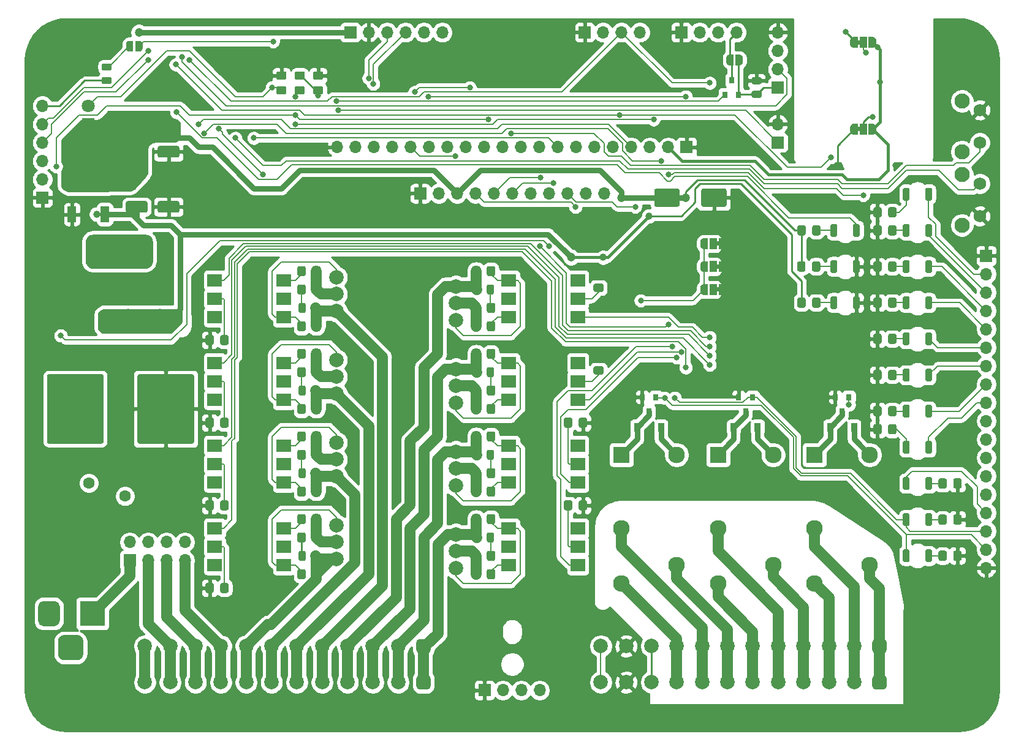
<source format=gbr>
G04 #@! TF.GenerationSoftware,KiCad,Pcbnew,(5.1.9-0-10_14)*
G04 #@! TF.CreationDate,2021-03-25T01:17:32-05:00*
G04 #@! TF.ProjectId,ClimateSprinklerController,436c696d-6174-4655-9370-72696e6b6c65,rev?*
G04 #@! TF.SameCoordinates,Original*
G04 #@! TF.FileFunction,Copper,L1,Top*
G04 #@! TF.FilePolarity,Positive*
%FSLAX46Y46*%
G04 Gerber Fmt 4.6, Leading zero omitted, Abs format (unit mm)*
G04 Created by KiCad (PCBNEW (5.1.9-0-10_14)) date 2021-03-25 01:17:32*
%MOMM*%
%LPD*%
G01*
G04 APERTURE LIST*
G04 #@! TA.AperFunction,EtchedComponent*
%ADD10C,0.100000*%
G04 #@! TD*
G04 #@! TA.AperFunction,ComponentPad*
%ADD11C,1.600000*%
G04 #@! TD*
G04 #@! TA.AperFunction,SMDPad,CuDef*
%ADD12R,5.400000X2.900000*%
G04 #@! TD*
G04 #@! TA.AperFunction,ComponentPad*
%ADD13C,2.000000*%
G04 #@! TD*
G04 #@! TA.AperFunction,SMDPad,CuDef*
%ADD14C,0.100000*%
G04 #@! TD*
G04 #@! TA.AperFunction,ComponentPad*
%ADD15O,1.700000X1.700000*%
G04 #@! TD*
G04 #@! TA.AperFunction,ComponentPad*
%ADD16R,1.700000X1.700000*%
G04 #@! TD*
G04 #@! TA.AperFunction,ComponentPad*
%ADD17C,2.100000*%
G04 #@! TD*
G04 #@! TA.AperFunction,ComponentPad*
%ADD18C,1.750000*%
G04 #@! TD*
G04 #@! TA.AperFunction,ComponentPad*
%ADD19C,0.800000*%
G04 #@! TD*
G04 #@! TA.AperFunction,ComponentPad*
%ADD20C,6.400000*%
G04 #@! TD*
G04 #@! TA.AperFunction,SMDPad,CuDef*
%ADD21R,2.000000X1.780000*%
G04 #@! TD*
G04 #@! TA.AperFunction,SMDPad,CuDef*
%ADD22R,5.800000X6.400000*%
G04 #@! TD*
G04 #@! TA.AperFunction,SMDPad,CuDef*
%ADD23R,1.200000X2.200000*%
G04 #@! TD*
G04 #@! TA.AperFunction,ComponentPad*
%ADD24C,0.600000*%
G04 #@! TD*
G04 #@! TA.AperFunction,SMDPad,CuDef*
%ADD25R,4.900000X2.950000*%
G04 #@! TD*
G04 #@! TA.AperFunction,SMDPad,CuDef*
%ADD26R,0.800000X0.900000*%
G04 #@! TD*
G04 #@! TA.AperFunction,ComponentPad*
%ADD27C,1.800000*%
G04 #@! TD*
G04 #@! TA.AperFunction,ComponentPad*
%ADD28R,1.800000X1.800000*%
G04 #@! TD*
G04 #@! TA.AperFunction,ComponentPad*
%ADD29C,2.300000*%
G04 #@! TD*
G04 #@! TA.AperFunction,ComponentPad*
%ADD30R,2.300000X2.300000*%
G04 #@! TD*
G04 #@! TA.AperFunction,SMDPad,CuDef*
%ADD31R,1.000000X1.500000*%
G04 #@! TD*
G04 #@! TA.AperFunction,ComponentPad*
%ADD32R,3.500000X3.500000*%
G04 #@! TD*
G04 #@! TA.AperFunction,SMDPad,CuDef*
%ADD33R,0.900000X1.200000*%
G04 #@! TD*
G04 #@! TA.AperFunction,ViaPad*
%ADD34C,0.800000*%
G04 #@! TD*
G04 #@! TA.AperFunction,ViaPad*
%ADD35C,1.000000*%
G04 #@! TD*
G04 #@! TA.AperFunction,ViaPad*
%ADD36C,1.200000*%
G04 #@! TD*
G04 #@! TA.AperFunction,Conductor*
%ADD37C,0.250000*%
G04 #@! TD*
G04 #@! TA.AperFunction,Conductor*
%ADD38C,0.800000*%
G04 #@! TD*
G04 #@! TA.AperFunction,Conductor*
%ADD39C,0.400000*%
G04 #@! TD*
G04 #@! TA.AperFunction,Conductor*
%ADD40C,1.500000*%
G04 #@! TD*
G04 #@! TA.AperFunction,Conductor*
%ADD41C,0.200000*%
G04 #@! TD*
G04 #@! TA.AperFunction,Conductor*
%ADD42C,0.254000*%
G04 #@! TD*
G04 #@! TA.AperFunction,Conductor*
%ADD43C,0.100000*%
G04 #@! TD*
G04 APERTURE END LIST*
D10*
G36*
X197600000Y-48700000D02*
G01*
X198100000Y-48700000D01*
X198100000Y-49300000D01*
X197600000Y-49300000D01*
X197600000Y-48700000D01*
G37*
G36*
X197600000Y-60700000D02*
G01*
X198100000Y-60700000D01*
X198100000Y-61300000D01*
X197600000Y-61300000D01*
X197600000Y-60700000D01*
G37*
G36*
X178700000Y-83485000D02*
G01*
X178200000Y-83485000D01*
X178200000Y-82885000D01*
X178700000Y-82885000D01*
X178700000Y-83485000D01*
G37*
G36*
X178700000Y-80310000D02*
G01*
X178200000Y-80310000D01*
X178200000Y-79710000D01*
X178700000Y-79710000D01*
X178700000Y-80310000D01*
G37*
G36*
X178700000Y-77135000D02*
G01*
X178200000Y-77135000D01*
X178200000Y-76535000D01*
X178700000Y-76535000D01*
X178700000Y-77135000D01*
G37*
D11*
X96520000Y-111760000D03*
X91520000Y-109960000D03*
G04 #@! TA.AperFunction,SMDPad,CuDef*
G36*
G01*
X201050000Y-102049999D02*
X201050000Y-102950001D01*
G75*
G02*
X200800001Y-103200000I-249999J0D01*
G01*
X200149999Y-103200000D01*
G75*
G02*
X199900000Y-102950001I0J249999D01*
G01*
X199900000Y-102049999D01*
G75*
G02*
X200149999Y-101800000I249999J0D01*
G01*
X200800001Y-101800000D01*
G75*
G02*
X201050000Y-102049999I0J-249999D01*
G01*
G37*
G04 #@! TD.AperFunction*
G04 #@! TA.AperFunction,SMDPad,CuDef*
G36*
G01*
X203100000Y-102049999D02*
X203100000Y-102950001D01*
G75*
G02*
X202850001Y-103200000I-249999J0D01*
G01*
X202199999Y-103200000D01*
G75*
G02*
X201950000Y-102950001I0J249999D01*
G01*
X201950000Y-102049999D01*
G75*
G02*
X202199999Y-101800000I249999J0D01*
G01*
X202850001Y-101800000D01*
G75*
G02*
X203100000Y-102049999I0J-249999D01*
G01*
G37*
G04 #@! TD.AperFunction*
G04 #@! TA.AperFunction,SMDPad,CuDef*
G36*
G01*
X201050000Y-99549999D02*
X201050000Y-100450001D01*
G75*
G02*
X200800001Y-100700000I-249999J0D01*
G01*
X200149999Y-100700000D01*
G75*
G02*
X199900000Y-100450001I0J249999D01*
G01*
X199900000Y-99549999D01*
G75*
G02*
X200149999Y-99300000I249999J0D01*
G01*
X200800001Y-99300000D01*
G75*
G02*
X201050000Y-99549999I0J-249999D01*
G01*
G37*
G04 #@! TD.AperFunction*
G04 #@! TA.AperFunction,SMDPad,CuDef*
G36*
G01*
X203100000Y-99549999D02*
X203100000Y-100450001D01*
G75*
G02*
X202850001Y-100700000I-249999J0D01*
G01*
X202199999Y-100700000D01*
G75*
G02*
X201950000Y-100450001I0J249999D01*
G01*
X201950000Y-99549999D01*
G75*
G02*
X202199999Y-99300000I249999J0D01*
G01*
X202850001Y-99300000D01*
G75*
G02*
X203100000Y-99549999I0J-249999D01*
G01*
G37*
G04 #@! TD.AperFunction*
G04 #@! TA.AperFunction,SMDPad,CuDef*
G36*
G01*
X201050000Y-94549999D02*
X201050000Y-95450001D01*
G75*
G02*
X200800001Y-95700000I-249999J0D01*
G01*
X200149999Y-95700000D01*
G75*
G02*
X199900000Y-95450001I0J249999D01*
G01*
X199900000Y-94549999D01*
G75*
G02*
X200149999Y-94300000I249999J0D01*
G01*
X200800001Y-94300000D01*
G75*
G02*
X201050000Y-94549999I0J-249999D01*
G01*
G37*
G04 #@! TD.AperFunction*
G04 #@! TA.AperFunction,SMDPad,CuDef*
G36*
G01*
X203100000Y-94549999D02*
X203100000Y-95450001D01*
G75*
G02*
X202850001Y-95700000I-249999J0D01*
G01*
X202199999Y-95700000D01*
G75*
G02*
X201950000Y-95450001I0J249999D01*
G01*
X201950000Y-94549999D01*
G75*
G02*
X202199999Y-94300000I249999J0D01*
G01*
X202850001Y-94300000D01*
G75*
G02*
X203100000Y-94549999I0J-249999D01*
G01*
G37*
G04 #@! TD.AperFunction*
G04 #@! TA.AperFunction,SMDPad,CuDef*
G36*
G01*
X201050000Y-89549999D02*
X201050000Y-90450001D01*
G75*
G02*
X200800001Y-90700000I-249999J0D01*
G01*
X200149999Y-90700000D01*
G75*
G02*
X199900000Y-90450001I0J249999D01*
G01*
X199900000Y-89549999D01*
G75*
G02*
X200149999Y-89300000I249999J0D01*
G01*
X200800001Y-89300000D01*
G75*
G02*
X201050000Y-89549999I0J-249999D01*
G01*
G37*
G04 #@! TD.AperFunction*
G04 #@! TA.AperFunction,SMDPad,CuDef*
G36*
G01*
X203100000Y-89549999D02*
X203100000Y-90450001D01*
G75*
G02*
X202850001Y-90700000I-249999J0D01*
G01*
X202199999Y-90700000D01*
G75*
G02*
X201950000Y-90450001I0J249999D01*
G01*
X201950000Y-89549999D01*
G75*
G02*
X202199999Y-89300000I249999J0D01*
G01*
X202850001Y-89300000D01*
G75*
G02*
X203100000Y-89549999I0J-249999D01*
G01*
G37*
G04 #@! TD.AperFunction*
G04 #@! TA.AperFunction,SMDPad,CuDef*
G36*
G01*
X201050000Y-84549999D02*
X201050000Y-85450001D01*
G75*
G02*
X200800001Y-85700000I-249999J0D01*
G01*
X200149999Y-85700000D01*
G75*
G02*
X199900000Y-85450001I0J249999D01*
G01*
X199900000Y-84549999D01*
G75*
G02*
X200149999Y-84300000I249999J0D01*
G01*
X200800001Y-84300000D01*
G75*
G02*
X201050000Y-84549999I0J-249999D01*
G01*
G37*
G04 #@! TD.AperFunction*
G04 #@! TA.AperFunction,SMDPad,CuDef*
G36*
G01*
X203100000Y-84549999D02*
X203100000Y-85450001D01*
G75*
G02*
X202850001Y-85700000I-249999J0D01*
G01*
X202199999Y-85700000D01*
G75*
G02*
X201950000Y-85450001I0J249999D01*
G01*
X201950000Y-84549999D01*
G75*
G02*
X202199999Y-84300000I249999J0D01*
G01*
X202850001Y-84300000D01*
G75*
G02*
X203100000Y-84549999I0J-249999D01*
G01*
G37*
G04 #@! TD.AperFunction*
G04 #@! TA.AperFunction,SMDPad,CuDef*
G36*
G01*
X201050000Y-79549999D02*
X201050000Y-80450001D01*
G75*
G02*
X200800001Y-80700000I-249999J0D01*
G01*
X200149999Y-80700000D01*
G75*
G02*
X199900000Y-80450001I0J249999D01*
G01*
X199900000Y-79549999D01*
G75*
G02*
X200149999Y-79300000I249999J0D01*
G01*
X200800001Y-79300000D01*
G75*
G02*
X201050000Y-79549999I0J-249999D01*
G01*
G37*
G04 #@! TD.AperFunction*
G04 #@! TA.AperFunction,SMDPad,CuDef*
G36*
G01*
X203100000Y-79549999D02*
X203100000Y-80450001D01*
G75*
G02*
X202850001Y-80700000I-249999J0D01*
G01*
X202199999Y-80700000D01*
G75*
G02*
X201950000Y-80450001I0J249999D01*
G01*
X201950000Y-79549999D01*
G75*
G02*
X202199999Y-79300000I249999J0D01*
G01*
X202850001Y-79300000D01*
G75*
G02*
X203100000Y-79549999I0J-249999D01*
G01*
G37*
G04 #@! TD.AperFunction*
G04 #@! TA.AperFunction,SMDPad,CuDef*
G36*
G01*
X201050000Y-74549999D02*
X201050000Y-75450001D01*
G75*
G02*
X200800001Y-75700000I-249999J0D01*
G01*
X200149999Y-75700000D01*
G75*
G02*
X199900000Y-75450001I0J249999D01*
G01*
X199900000Y-74549999D01*
G75*
G02*
X200149999Y-74300000I249999J0D01*
G01*
X200800001Y-74300000D01*
G75*
G02*
X201050000Y-74549999I0J-249999D01*
G01*
G37*
G04 #@! TD.AperFunction*
G04 #@! TA.AperFunction,SMDPad,CuDef*
G36*
G01*
X203100000Y-74549999D02*
X203100000Y-75450001D01*
G75*
G02*
X202850001Y-75700000I-249999J0D01*
G01*
X202199999Y-75700000D01*
G75*
G02*
X201950000Y-75450001I0J249999D01*
G01*
X201950000Y-74549999D01*
G75*
G02*
X202199999Y-74300000I249999J0D01*
G01*
X202850001Y-74300000D01*
G75*
G02*
X203100000Y-74549999I0J-249999D01*
G01*
G37*
G04 #@! TD.AperFunction*
G04 #@! TA.AperFunction,SMDPad,CuDef*
G36*
G01*
X201050000Y-72049999D02*
X201050000Y-72950001D01*
G75*
G02*
X200800001Y-73200000I-249999J0D01*
G01*
X200149999Y-73200000D01*
G75*
G02*
X199900000Y-72950001I0J249999D01*
G01*
X199900000Y-72049999D01*
G75*
G02*
X200149999Y-71800000I249999J0D01*
G01*
X200800001Y-71800000D01*
G75*
G02*
X201050000Y-72049999I0J-249999D01*
G01*
G37*
G04 #@! TD.AperFunction*
G04 #@! TA.AperFunction,SMDPad,CuDef*
G36*
G01*
X203100000Y-72049999D02*
X203100000Y-72950001D01*
G75*
G02*
X202850001Y-73200000I-249999J0D01*
G01*
X202199999Y-73200000D01*
G75*
G02*
X201950000Y-72950001I0J249999D01*
G01*
X201950000Y-72049999D01*
G75*
G02*
X202199999Y-71800000I249999J0D01*
G01*
X202850001Y-71800000D01*
G75*
G02*
X203100000Y-72049999I0J-249999D01*
G01*
G37*
G04 #@! TD.AperFunction*
D12*
X95885000Y-87500000D03*
X95885000Y-77600000D03*
D13*
X125730000Y-115760000D03*
X125730000Y-118110000D03*
X125730000Y-120460000D03*
X125730000Y-104330000D03*
X125730000Y-106680000D03*
X125730000Y-109030000D03*
X125730000Y-92900000D03*
X125730000Y-95250000D03*
X125730000Y-97600000D03*
X125730000Y-81470000D03*
X125730000Y-83820000D03*
X125730000Y-86170000D03*
X142240000Y-87440000D03*
X142240000Y-85090000D03*
X142240000Y-82740000D03*
X142240000Y-98870000D03*
X142240000Y-96520000D03*
X142240000Y-94170000D03*
X142240000Y-110300000D03*
X142240000Y-107950000D03*
X142240000Y-105600000D03*
X142240000Y-121730000D03*
X142240000Y-119380000D03*
X142240000Y-117030000D03*
G04 #@! TA.AperFunction,SMDPad,CuDef*
G36*
G01*
X122739999Y-55060000D02*
X123640001Y-55060000D01*
G75*
G02*
X123890000Y-55309999I0J-249999D01*
G01*
X123890000Y-55960001D01*
G75*
G02*
X123640001Y-56210000I-249999J0D01*
G01*
X122739999Y-56210000D01*
G75*
G02*
X122490000Y-55960001I0J249999D01*
G01*
X122490000Y-55309999D01*
G75*
G02*
X122739999Y-55060000I249999J0D01*
G01*
G37*
G04 #@! TD.AperFunction*
G04 #@! TA.AperFunction,SMDPad,CuDef*
G36*
G01*
X122739999Y-53010000D02*
X123640001Y-53010000D01*
G75*
G02*
X123890000Y-53259999I0J-249999D01*
G01*
X123890000Y-53910001D01*
G75*
G02*
X123640001Y-54160000I-249999J0D01*
G01*
X122739999Y-54160000D01*
G75*
G02*
X122490000Y-53910001I0J249999D01*
G01*
X122490000Y-53259999D01*
G75*
G02*
X122739999Y-53010000I249999J0D01*
G01*
G37*
G04 #@! TD.AperFunction*
G04 #@! TA.AperFunction,SMDPad,CuDef*
D14*
G36*
X98440000Y-48780602D02*
G01*
X98464534Y-48780602D01*
X98513365Y-48785412D01*
X98561490Y-48794984D01*
X98608445Y-48809228D01*
X98653778Y-48828005D01*
X98697051Y-48851136D01*
X98737850Y-48878396D01*
X98775779Y-48909524D01*
X98810476Y-48944221D01*
X98841604Y-48982150D01*
X98868864Y-49022949D01*
X98891995Y-49066222D01*
X98910772Y-49111555D01*
X98925016Y-49158510D01*
X98934588Y-49206635D01*
X98939398Y-49255466D01*
X98939398Y-49280000D01*
X98940000Y-49280000D01*
X98940000Y-49780000D01*
X98939398Y-49780000D01*
X98939398Y-49804534D01*
X98934588Y-49853365D01*
X98925016Y-49901490D01*
X98910772Y-49948445D01*
X98891995Y-49993778D01*
X98868864Y-50037051D01*
X98841604Y-50077850D01*
X98810476Y-50115779D01*
X98775779Y-50150476D01*
X98737850Y-50181604D01*
X98697051Y-50208864D01*
X98653778Y-50231995D01*
X98608445Y-50250772D01*
X98561490Y-50265016D01*
X98513365Y-50274588D01*
X98464534Y-50279398D01*
X98440000Y-50279398D01*
X98440000Y-50280000D01*
X97940000Y-50280000D01*
X97940000Y-48780000D01*
X98440000Y-48780000D01*
X98440000Y-48780602D01*
G37*
G04 #@! TD.AperFunction*
G04 #@! TA.AperFunction,SMDPad,CuDef*
G36*
X97640000Y-50280000D02*
G01*
X97140000Y-50280000D01*
X97140000Y-50279398D01*
X97115466Y-50279398D01*
X97066635Y-50274588D01*
X97018510Y-50265016D01*
X96971555Y-50250772D01*
X96926222Y-50231995D01*
X96882949Y-50208864D01*
X96842150Y-50181604D01*
X96804221Y-50150476D01*
X96769524Y-50115779D01*
X96738396Y-50077850D01*
X96711136Y-50037051D01*
X96688005Y-49993778D01*
X96669228Y-49948445D01*
X96654984Y-49901490D01*
X96645412Y-49853365D01*
X96640602Y-49804534D01*
X96640602Y-49780000D01*
X96640000Y-49780000D01*
X96640000Y-49280000D01*
X96640602Y-49280000D01*
X96640602Y-49255466D01*
X96645412Y-49206635D01*
X96654984Y-49158510D01*
X96669228Y-49111555D01*
X96688005Y-49066222D01*
X96711136Y-49022949D01*
X96738396Y-48982150D01*
X96769524Y-48944221D01*
X96804221Y-48909524D01*
X96842150Y-48878396D01*
X96882949Y-48851136D01*
X96926222Y-48828005D01*
X96971555Y-48809228D01*
X97018510Y-48794984D01*
X97066635Y-48785412D01*
X97115466Y-48780602D01*
X97140000Y-48780602D01*
X97140000Y-48780000D01*
X97640000Y-48780000D01*
X97640000Y-50280000D01*
G37*
G04 #@! TD.AperFunction*
G04 #@! TA.AperFunction,SMDPad,CuDef*
G36*
G01*
X93523750Y-53790000D02*
X94436250Y-53790000D01*
G75*
G02*
X94680000Y-54033750I0J-243750D01*
G01*
X94680000Y-54521250D01*
G75*
G02*
X94436250Y-54765000I-243750J0D01*
G01*
X93523750Y-54765000D01*
G75*
G02*
X93280000Y-54521250I0J243750D01*
G01*
X93280000Y-54033750D01*
G75*
G02*
X93523750Y-53790000I243750J0D01*
G01*
G37*
G04 #@! TD.AperFunction*
G04 #@! TA.AperFunction,SMDPad,CuDef*
G36*
G01*
X93523750Y-51915000D02*
X94436250Y-51915000D01*
G75*
G02*
X94680000Y-52158750I0J-243750D01*
G01*
X94680000Y-52646250D01*
G75*
G02*
X94436250Y-52890000I-243750J0D01*
G01*
X93523750Y-52890000D01*
G75*
G02*
X93280000Y-52646250I0J243750D01*
G01*
X93280000Y-52158750D01*
G75*
G02*
X93523750Y-51915000I243750J0D01*
G01*
G37*
G04 #@! TD.AperFunction*
D15*
X153790000Y-138600000D03*
X151250000Y-138600000D03*
X148710000Y-138600000D03*
D16*
X146170000Y-138600000D03*
G04 #@! TA.AperFunction,SMDPad,CuDef*
G36*
G01*
X184225250Y-54795000D02*
X183312750Y-54795000D01*
G75*
G02*
X183069000Y-54551250I0J243750D01*
G01*
X183069000Y-54063750D01*
G75*
G02*
X183312750Y-53820000I243750J0D01*
G01*
X184225250Y-53820000D01*
G75*
G02*
X184469000Y-54063750I0J-243750D01*
G01*
X184469000Y-54551250D01*
G75*
G02*
X184225250Y-54795000I-243750J0D01*
G01*
G37*
G04 #@! TD.AperFunction*
G04 #@! TA.AperFunction,SMDPad,CuDef*
G36*
G01*
X184225250Y-56670000D02*
X183312750Y-56670000D01*
G75*
G02*
X183069000Y-56426250I0J243750D01*
G01*
X183069000Y-55938750D01*
G75*
G02*
X183312750Y-55695000I243750J0D01*
G01*
X184225250Y-55695000D01*
G75*
G02*
X184469000Y-55938750I0J-243750D01*
G01*
X184469000Y-56426250D01*
G75*
G02*
X184225250Y-56670000I-243750J0D01*
G01*
G37*
G04 #@! TD.AperFunction*
D15*
X162700000Y-69900000D03*
X160160000Y-69900000D03*
X157620000Y-69900000D03*
X155080000Y-69900000D03*
X152540000Y-69900000D03*
X150000000Y-69900000D03*
X147460000Y-69900000D03*
X144920000Y-69900000D03*
X142380000Y-69900000D03*
X139840000Y-69900000D03*
D16*
X137300000Y-69900000D03*
G04 #@! TA.AperFunction,SMDPad,CuDef*
D14*
G36*
X181371000Y-50685602D02*
G01*
X181395534Y-50685602D01*
X181444365Y-50690412D01*
X181492490Y-50699984D01*
X181539445Y-50714228D01*
X181584778Y-50733005D01*
X181628051Y-50756136D01*
X181668850Y-50783396D01*
X181706779Y-50814524D01*
X181741476Y-50849221D01*
X181772604Y-50887150D01*
X181799864Y-50927949D01*
X181822995Y-50971222D01*
X181841772Y-51016555D01*
X181856016Y-51063510D01*
X181865588Y-51111635D01*
X181870398Y-51160466D01*
X181870398Y-51185000D01*
X181871000Y-51185000D01*
X181871000Y-51685000D01*
X181870398Y-51685000D01*
X181870398Y-51709534D01*
X181865588Y-51758365D01*
X181856016Y-51806490D01*
X181841772Y-51853445D01*
X181822995Y-51898778D01*
X181799864Y-51942051D01*
X181772604Y-51982850D01*
X181741476Y-52020779D01*
X181706779Y-52055476D01*
X181668850Y-52086604D01*
X181628051Y-52113864D01*
X181584778Y-52136995D01*
X181539445Y-52155772D01*
X181492490Y-52170016D01*
X181444365Y-52179588D01*
X181395534Y-52184398D01*
X181371000Y-52184398D01*
X181371000Y-52185000D01*
X180871000Y-52185000D01*
X180871000Y-50685000D01*
X181371000Y-50685000D01*
X181371000Y-50685602D01*
G37*
G04 #@! TD.AperFunction*
G04 #@! TA.AperFunction,SMDPad,CuDef*
G36*
X180571000Y-52185000D02*
G01*
X180071000Y-52185000D01*
X180071000Y-52184398D01*
X180046466Y-52184398D01*
X179997635Y-52179588D01*
X179949510Y-52170016D01*
X179902555Y-52155772D01*
X179857222Y-52136995D01*
X179813949Y-52113864D01*
X179773150Y-52086604D01*
X179735221Y-52055476D01*
X179700524Y-52020779D01*
X179669396Y-51982850D01*
X179642136Y-51942051D01*
X179619005Y-51898778D01*
X179600228Y-51853445D01*
X179585984Y-51806490D01*
X179576412Y-51758365D01*
X179571602Y-51709534D01*
X179571602Y-51685000D01*
X179571000Y-51685000D01*
X179571000Y-51185000D01*
X179571602Y-51185000D01*
X179571602Y-51160466D01*
X179576412Y-51111635D01*
X179585984Y-51063510D01*
X179600228Y-51016555D01*
X179619005Y-50971222D01*
X179642136Y-50927949D01*
X179669396Y-50887150D01*
X179700524Y-50849221D01*
X179735221Y-50814524D01*
X179773150Y-50783396D01*
X179813949Y-50756136D01*
X179857222Y-50733005D01*
X179902555Y-50714228D01*
X179949510Y-50699984D01*
X179997635Y-50690412D01*
X180046466Y-50685602D01*
X180071000Y-50685602D01*
X180071000Y-50685000D01*
X180571000Y-50685000D01*
X180571000Y-52185000D01*
G37*
G04 #@! TD.AperFunction*
G04 #@! TA.AperFunction,SMDPad,CuDef*
G36*
G01*
X98235000Y-104245003D02*
X98235000Y-95144997D01*
G75*
G02*
X98484997Y-94895000I249997J0D01*
G01*
X105785003Y-94895000D01*
G75*
G02*
X106035000Y-95144997I0J-249997D01*
G01*
X106035000Y-104245003D01*
G75*
G02*
X105785003Y-104495000I-249997J0D01*
G01*
X98484997Y-104495000D01*
G75*
G02*
X98235000Y-104245003I0J249997D01*
G01*
G37*
G04 #@! TD.AperFunction*
G04 #@! TA.AperFunction,SMDPad,CuDef*
G36*
G01*
X85735000Y-104245003D02*
X85735000Y-95144997D01*
G75*
G02*
X85984997Y-94895000I249997J0D01*
G01*
X93285003Y-94895000D01*
G75*
G02*
X93535000Y-95144997I0J-249997D01*
G01*
X93535000Y-104245003D01*
G75*
G02*
X93285003Y-104495000I-249997J0D01*
G01*
X85984997Y-104495000D01*
G75*
G02*
X85735000Y-104245003I0J249997D01*
G01*
G37*
G04 #@! TD.AperFunction*
D13*
X162250000Y-132500000D03*
X162250000Y-137500000D03*
X165750000Y-132500000D03*
X165750000Y-137500000D03*
X169250000Y-132500000D03*
X169250000Y-137500000D03*
X172750000Y-132500000D03*
X172750000Y-137500000D03*
X176250000Y-132500000D03*
X176250000Y-137500000D03*
X179750000Y-132500000D03*
X179750000Y-137500000D03*
X183250000Y-132500000D03*
X183250000Y-137500000D03*
X186750000Y-132500000D03*
X186750000Y-137500000D03*
X190250000Y-132500000D03*
X190250000Y-137500000D03*
X193750000Y-132500000D03*
X193750000Y-137500000D03*
X197250000Y-132500000D03*
X197250000Y-137500000D03*
G04 #@! TA.AperFunction,ComponentPad*
G36*
G01*
X201750000Y-132000000D02*
X201750000Y-133000000D01*
G75*
G02*
X201250000Y-133500000I-500000J0D01*
G01*
X200250000Y-133500000D01*
G75*
G02*
X199750000Y-133000000I0J500000D01*
G01*
X199750000Y-132000000D01*
G75*
G02*
X200250000Y-131500000I500000J0D01*
G01*
X201250000Y-131500000D01*
G75*
G02*
X201750000Y-132000000I0J-500000D01*
G01*
G37*
G04 #@! TD.AperFunction*
G04 #@! TA.AperFunction,ComponentPad*
G36*
G01*
X201750000Y-137000000D02*
X201750000Y-138000000D01*
G75*
G02*
X201250000Y-138500000I-500000J0D01*
G01*
X200250000Y-138500000D01*
G75*
G02*
X199750000Y-138000000I0J500000D01*
G01*
X199750000Y-137000000D01*
G75*
G02*
X200250000Y-136500000I500000J0D01*
G01*
X201250000Y-136500000D01*
G75*
G02*
X201750000Y-137000000I0J-500000D01*
G01*
G37*
G04 #@! TD.AperFunction*
X99250000Y-132500000D03*
X99250000Y-137500000D03*
X102750000Y-132500000D03*
X102750000Y-137500000D03*
X106250000Y-132500000D03*
X106250000Y-137500000D03*
X109750000Y-132500000D03*
X109750000Y-137500000D03*
X113250000Y-132500000D03*
X113250000Y-137500000D03*
X116750000Y-132500000D03*
X116750000Y-137500000D03*
X120250000Y-132500000D03*
X120250000Y-137500000D03*
X123750000Y-132500000D03*
X123750000Y-137500000D03*
X127250000Y-132500000D03*
X127250000Y-137500000D03*
X130750000Y-132500000D03*
X130750000Y-137500000D03*
X134250000Y-132500000D03*
X134250000Y-137500000D03*
G04 #@! TA.AperFunction,ComponentPad*
G36*
G01*
X138750000Y-132000000D02*
X138750000Y-133000000D01*
G75*
G02*
X138250000Y-133500000I-500000J0D01*
G01*
X137250000Y-133500000D01*
G75*
G02*
X136750000Y-133000000I0J500000D01*
G01*
X136750000Y-132000000D01*
G75*
G02*
X137250000Y-131500000I500000J0D01*
G01*
X138250000Y-131500000D01*
G75*
G02*
X138750000Y-132000000I0J-500000D01*
G01*
G37*
G04 #@! TD.AperFunction*
G04 #@! TA.AperFunction,ComponentPad*
G36*
G01*
X138750000Y-137000000D02*
X138750000Y-138000000D01*
G75*
G02*
X138250000Y-138500000I-500000J0D01*
G01*
X137250000Y-138500000D01*
G75*
G02*
X136750000Y-138000000I0J500000D01*
G01*
X136750000Y-137000000D01*
G75*
G02*
X137250000Y-136500000I500000J0D01*
G01*
X138250000Y-136500000D01*
G75*
G02*
X138750000Y-137000000I0J-500000D01*
G01*
G37*
G04 #@! TD.AperFunction*
D17*
X212140000Y-67275000D03*
D18*
X214630000Y-68525000D03*
X214630000Y-73025000D03*
D17*
X212140000Y-74285000D03*
X212140000Y-57115000D03*
D18*
X214630000Y-58365000D03*
X214630000Y-62865000D03*
D17*
X212140000Y-64125000D03*
D15*
X104775000Y-118110000D03*
X104775000Y-120650000D03*
X102235000Y-118110000D03*
X102235000Y-120650000D03*
X99695000Y-118110000D03*
X99695000Y-120650000D03*
X97155000Y-118110000D03*
D16*
X97155000Y-120650000D03*
D19*
X213197056Y-136802944D03*
X211500000Y-136100000D03*
X209802944Y-136802944D03*
X209100000Y-138500000D03*
X209802944Y-140197056D03*
X211500000Y-140900000D03*
X213197056Y-140197056D03*
X213900000Y-138500000D03*
D20*
X211500000Y-138500000D03*
D19*
X90197056Y-136802944D03*
X88500000Y-136100000D03*
X86802944Y-136802944D03*
X86100000Y-138500000D03*
X86802944Y-140197056D03*
X88500000Y-140900000D03*
X90197056Y-140197056D03*
X90900000Y-138500000D03*
D20*
X88500000Y-138500000D03*
D19*
X213197056Y-49802944D03*
X211500000Y-49100000D03*
X209802944Y-49802944D03*
X209100000Y-51500000D03*
X209802944Y-53197056D03*
X211500000Y-53900000D03*
X213197056Y-53197056D03*
X213900000Y-51500000D03*
D20*
X211500000Y-51500000D03*
D19*
X151697056Y-49802944D03*
X150000000Y-49100000D03*
X148302944Y-49802944D03*
X147600000Y-51500000D03*
X148302944Y-53197056D03*
X150000000Y-53900000D03*
X151697056Y-53197056D03*
X152400000Y-51500000D03*
D20*
X150000000Y-51500000D03*
D19*
X90197056Y-49802944D03*
X88500000Y-49100000D03*
X86802944Y-49802944D03*
X86100000Y-51500000D03*
X86802944Y-53197056D03*
X88500000Y-53900000D03*
X90197056Y-53197056D03*
X90900000Y-51500000D03*
D20*
X88500000Y-51500000D03*
D21*
X118430000Y-116205000D03*
X108900000Y-121285000D03*
X118430000Y-118745000D03*
X108900000Y-118745000D03*
X118430000Y-121285000D03*
X108900000Y-116205000D03*
X118430000Y-104775000D03*
X108900000Y-109855000D03*
X118430000Y-107315000D03*
X108900000Y-107315000D03*
X118430000Y-109855000D03*
X108900000Y-104775000D03*
X118430000Y-93345000D03*
X108900000Y-98425000D03*
X118430000Y-95885000D03*
X108900000Y-95885000D03*
X118430000Y-98425000D03*
X108900000Y-93345000D03*
X149540000Y-121285000D03*
X159070000Y-116205000D03*
X149540000Y-118745000D03*
X159070000Y-118745000D03*
X149540000Y-116205000D03*
X159070000Y-121285000D03*
X149540000Y-98425000D03*
X159070000Y-93345000D03*
X149540000Y-95885000D03*
X159070000Y-95885000D03*
X149540000Y-93345000D03*
X159070000Y-98425000D03*
X149540000Y-109855000D03*
X159070000Y-104775000D03*
X149540000Y-107315000D03*
X159070000Y-107315000D03*
X149540000Y-104775000D03*
X159070000Y-109855000D03*
X118430000Y-81915000D03*
X108900000Y-86995000D03*
X118430000Y-84455000D03*
X108900000Y-84455000D03*
X118430000Y-86995000D03*
X108900000Y-81915000D03*
X149540000Y-86995000D03*
X159070000Y-81915000D03*
X149540000Y-84455000D03*
X159070000Y-84455000D03*
X149540000Y-81915000D03*
X159070000Y-86995000D03*
D15*
X186690000Y-47625000D03*
X186690000Y-50165000D03*
X186690000Y-52705000D03*
D16*
X186690000Y-55245000D03*
D22*
X91440000Y-66480000D03*
D23*
X93720000Y-72780000D03*
X89160000Y-72780000D03*
D24*
X87585000Y-81900000D03*
X88885000Y-81900000D03*
X88885000Y-83200000D03*
X87585000Y-83200000D03*
X91485000Y-81900000D03*
X90185000Y-81900000D03*
X90185000Y-83200000D03*
X91485000Y-83200000D03*
D25*
X89535000Y-82550000D03*
D15*
X186690000Y-60325000D03*
D16*
X186690000Y-62865000D03*
G04 #@! TA.AperFunction,SMDPad,CuDef*
G36*
G01*
X121470000Y-117024999D02*
X121470000Y-117925001D01*
G75*
G02*
X121220001Y-118175000I-249999J0D01*
G01*
X120569999Y-118175000D01*
G75*
G02*
X120320000Y-117925001I0J249999D01*
G01*
X120320000Y-117024999D01*
G75*
G02*
X120569999Y-116775000I249999J0D01*
G01*
X121220001Y-116775000D01*
G75*
G02*
X121470000Y-117024999I0J-249999D01*
G01*
G37*
G04 #@! TD.AperFunction*
G04 #@! TA.AperFunction,SMDPad,CuDef*
G36*
G01*
X123520000Y-117024999D02*
X123520000Y-117925001D01*
G75*
G02*
X123270001Y-118175000I-249999J0D01*
G01*
X122619999Y-118175000D01*
G75*
G02*
X122370000Y-117925001I0J249999D01*
G01*
X122370000Y-117024999D01*
G75*
G02*
X122619999Y-116775000I249999J0D01*
G01*
X123270001Y-116775000D01*
G75*
G02*
X123520000Y-117024999I0J-249999D01*
G01*
G37*
G04 #@! TD.AperFunction*
G04 #@! TA.AperFunction,SMDPad,CuDef*
G36*
G01*
X121470000Y-105594999D02*
X121470000Y-106495001D01*
G75*
G02*
X121220001Y-106745000I-249999J0D01*
G01*
X120569999Y-106745000D01*
G75*
G02*
X120320000Y-106495001I0J249999D01*
G01*
X120320000Y-105594999D01*
G75*
G02*
X120569999Y-105345000I249999J0D01*
G01*
X121220001Y-105345000D01*
G75*
G02*
X121470000Y-105594999I0J-249999D01*
G01*
G37*
G04 #@! TD.AperFunction*
G04 #@! TA.AperFunction,SMDPad,CuDef*
G36*
G01*
X123520000Y-105594999D02*
X123520000Y-106495001D01*
G75*
G02*
X123270001Y-106745000I-249999J0D01*
G01*
X122619999Y-106745000D01*
G75*
G02*
X122370000Y-106495001I0J249999D01*
G01*
X122370000Y-105594999D01*
G75*
G02*
X122619999Y-105345000I249999J0D01*
G01*
X123270001Y-105345000D01*
G75*
G02*
X123520000Y-105594999I0J-249999D01*
G01*
G37*
G04 #@! TD.AperFunction*
G04 #@! TA.AperFunction,SMDPad,CuDef*
G36*
G01*
X121470000Y-94164999D02*
X121470000Y-95065001D01*
G75*
G02*
X121220001Y-95315000I-249999J0D01*
G01*
X120569999Y-95315000D01*
G75*
G02*
X120320000Y-95065001I0J249999D01*
G01*
X120320000Y-94164999D01*
G75*
G02*
X120569999Y-93915000I249999J0D01*
G01*
X121220001Y-93915000D01*
G75*
G02*
X121470000Y-94164999I0J-249999D01*
G01*
G37*
G04 #@! TD.AperFunction*
G04 #@! TA.AperFunction,SMDPad,CuDef*
G36*
G01*
X123520000Y-94164999D02*
X123520000Y-95065001D01*
G75*
G02*
X123270001Y-95315000I-249999J0D01*
G01*
X122619999Y-95315000D01*
G75*
G02*
X122370000Y-95065001I0J249999D01*
G01*
X122370000Y-94164999D01*
G75*
G02*
X122619999Y-93915000I249999J0D01*
G01*
X123270001Y-93915000D01*
G75*
G02*
X123520000Y-94164999I0J-249999D01*
G01*
G37*
G04 #@! TD.AperFunction*
G04 #@! TA.AperFunction,SMDPad,CuDef*
G36*
G01*
X146500000Y-120465001D02*
X146500000Y-119564999D01*
G75*
G02*
X146749999Y-119315000I249999J0D01*
G01*
X147400001Y-119315000D01*
G75*
G02*
X147650000Y-119564999I0J-249999D01*
G01*
X147650000Y-120465001D01*
G75*
G02*
X147400001Y-120715000I-249999J0D01*
G01*
X146749999Y-120715000D01*
G75*
G02*
X146500000Y-120465001I0J249999D01*
G01*
G37*
G04 #@! TD.AperFunction*
G04 #@! TA.AperFunction,SMDPad,CuDef*
G36*
G01*
X144450000Y-120465001D02*
X144450000Y-119564999D01*
G75*
G02*
X144699999Y-119315000I249999J0D01*
G01*
X145350001Y-119315000D01*
G75*
G02*
X145600000Y-119564999I0J-249999D01*
G01*
X145600000Y-120465001D01*
G75*
G02*
X145350001Y-120715000I-249999J0D01*
G01*
X144699999Y-120715000D01*
G75*
G02*
X144450000Y-120465001I0J249999D01*
G01*
G37*
G04 #@! TD.AperFunction*
G04 #@! TA.AperFunction,SMDPad,CuDef*
G36*
G01*
X146500000Y-97605001D02*
X146500000Y-96704999D01*
G75*
G02*
X146749999Y-96455000I249999J0D01*
G01*
X147400001Y-96455000D01*
G75*
G02*
X147650000Y-96704999I0J-249999D01*
G01*
X147650000Y-97605001D01*
G75*
G02*
X147400001Y-97855000I-249999J0D01*
G01*
X146749999Y-97855000D01*
G75*
G02*
X146500000Y-97605001I0J249999D01*
G01*
G37*
G04 #@! TD.AperFunction*
G04 #@! TA.AperFunction,SMDPad,CuDef*
G36*
G01*
X144450000Y-97605001D02*
X144450000Y-96704999D01*
G75*
G02*
X144699999Y-96455000I249999J0D01*
G01*
X145350001Y-96455000D01*
G75*
G02*
X145600000Y-96704999I0J-249999D01*
G01*
X145600000Y-97605001D01*
G75*
G02*
X145350001Y-97855000I-249999J0D01*
G01*
X144699999Y-97855000D01*
G75*
G02*
X144450000Y-97605001I0J249999D01*
G01*
G37*
G04 #@! TD.AperFunction*
G04 #@! TA.AperFunction,SMDPad,CuDef*
G36*
G01*
X146500000Y-109035001D02*
X146500000Y-108134999D01*
G75*
G02*
X146749999Y-107885000I249999J0D01*
G01*
X147400001Y-107885000D01*
G75*
G02*
X147650000Y-108134999I0J-249999D01*
G01*
X147650000Y-109035001D01*
G75*
G02*
X147400001Y-109285000I-249999J0D01*
G01*
X146749999Y-109285000D01*
G75*
G02*
X146500000Y-109035001I0J249999D01*
G01*
G37*
G04 #@! TD.AperFunction*
G04 #@! TA.AperFunction,SMDPad,CuDef*
G36*
G01*
X144450000Y-109035001D02*
X144450000Y-108134999D01*
G75*
G02*
X144699999Y-107885000I249999J0D01*
G01*
X145350001Y-107885000D01*
G75*
G02*
X145600000Y-108134999I0J-249999D01*
G01*
X145600000Y-109035001D01*
G75*
G02*
X145350001Y-109285000I-249999J0D01*
G01*
X144699999Y-109285000D01*
G75*
G02*
X144450000Y-109035001I0J249999D01*
G01*
G37*
G04 #@! TD.AperFunction*
G04 #@! TA.AperFunction,SMDPad,CuDef*
G36*
G01*
X121470000Y-82734999D02*
X121470000Y-83635001D01*
G75*
G02*
X121220001Y-83885000I-249999J0D01*
G01*
X120569999Y-83885000D01*
G75*
G02*
X120320000Y-83635001I0J249999D01*
G01*
X120320000Y-82734999D01*
G75*
G02*
X120569999Y-82485000I249999J0D01*
G01*
X121220001Y-82485000D01*
G75*
G02*
X121470000Y-82734999I0J-249999D01*
G01*
G37*
G04 #@! TD.AperFunction*
G04 #@! TA.AperFunction,SMDPad,CuDef*
G36*
G01*
X123520000Y-82734999D02*
X123520000Y-83635001D01*
G75*
G02*
X123270001Y-83885000I-249999J0D01*
G01*
X122619999Y-83885000D01*
G75*
G02*
X122370000Y-83635001I0J249999D01*
G01*
X122370000Y-82734999D01*
G75*
G02*
X122619999Y-82485000I249999J0D01*
G01*
X123270001Y-82485000D01*
G75*
G02*
X123520000Y-82734999I0J-249999D01*
G01*
G37*
G04 #@! TD.AperFunction*
G04 #@! TA.AperFunction,SMDPad,CuDef*
G36*
G01*
X146500000Y-86175001D02*
X146500000Y-85274999D01*
G75*
G02*
X146749999Y-85025000I249999J0D01*
G01*
X147400001Y-85025000D01*
G75*
G02*
X147650000Y-85274999I0J-249999D01*
G01*
X147650000Y-86175001D01*
G75*
G02*
X147400001Y-86425000I-249999J0D01*
G01*
X146749999Y-86425000D01*
G75*
G02*
X146500000Y-86175001I0J249999D01*
G01*
G37*
G04 #@! TD.AperFunction*
G04 #@! TA.AperFunction,SMDPad,CuDef*
G36*
G01*
X144450000Y-86175001D02*
X144450000Y-85274999D01*
G75*
G02*
X144699999Y-85025000I249999J0D01*
G01*
X145350001Y-85025000D01*
G75*
G02*
X145600000Y-85274999I0J-249999D01*
G01*
X145600000Y-86175001D01*
G75*
G02*
X145350001Y-86425000I-249999J0D01*
G01*
X144699999Y-86425000D01*
G75*
G02*
X144450000Y-86175001I0J249999D01*
G01*
G37*
G04 #@! TD.AperFunction*
G04 #@! TA.AperFunction,SMDPad,CuDef*
G36*
G01*
X122370000Y-123005001D02*
X122370000Y-122104999D01*
G75*
G02*
X122619999Y-121855000I249999J0D01*
G01*
X123270001Y-121855000D01*
G75*
G02*
X123520000Y-122104999I0J-249999D01*
G01*
X123520000Y-123005001D01*
G75*
G02*
X123270001Y-123255000I-249999J0D01*
G01*
X122619999Y-123255000D01*
G75*
G02*
X122370000Y-123005001I0J249999D01*
G01*
G37*
G04 #@! TD.AperFunction*
G04 #@! TA.AperFunction,SMDPad,CuDef*
G36*
G01*
X120320000Y-123005001D02*
X120320000Y-122104999D01*
G75*
G02*
X120569999Y-121855000I249999J0D01*
G01*
X121220001Y-121855000D01*
G75*
G02*
X121470000Y-122104999I0J-249999D01*
G01*
X121470000Y-123005001D01*
G75*
G02*
X121220001Y-123255000I-249999J0D01*
G01*
X120569999Y-123255000D01*
G75*
G02*
X120320000Y-123005001I0J249999D01*
G01*
G37*
G04 #@! TD.AperFunction*
G04 #@! TA.AperFunction,SMDPad,CuDef*
G36*
G01*
X122370000Y-111575001D02*
X122370000Y-110674999D01*
G75*
G02*
X122619999Y-110425000I249999J0D01*
G01*
X123270001Y-110425000D01*
G75*
G02*
X123520000Y-110674999I0J-249999D01*
G01*
X123520000Y-111575001D01*
G75*
G02*
X123270001Y-111825000I-249999J0D01*
G01*
X122619999Y-111825000D01*
G75*
G02*
X122370000Y-111575001I0J249999D01*
G01*
G37*
G04 #@! TD.AperFunction*
G04 #@! TA.AperFunction,SMDPad,CuDef*
G36*
G01*
X120320000Y-111575001D02*
X120320000Y-110674999D01*
G75*
G02*
X120569999Y-110425000I249999J0D01*
G01*
X121220001Y-110425000D01*
G75*
G02*
X121470000Y-110674999I0J-249999D01*
G01*
X121470000Y-111575001D01*
G75*
G02*
X121220001Y-111825000I-249999J0D01*
G01*
X120569999Y-111825000D01*
G75*
G02*
X120320000Y-111575001I0J249999D01*
G01*
G37*
G04 #@! TD.AperFunction*
G04 #@! TA.AperFunction,SMDPad,CuDef*
G36*
G01*
X122370000Y-100145001D02*
X122370000Y-99244999D01*
G75*
G02*
X122619999Y-98995000I249999J0D01*
G01*
X123270001Y-98995000D01*
G75*
G02*
X123520000Y-99244999I0J-249999D01*
G01*
X123520000Y-100145001D01*
G75*
G02*
X123270001Y-100395000I-249999J0D01*
G01*
X122619999Y-100395000D01*
G75*
G02*
X122370000Y-100145001I0J249999D01*
G01*
G37*
G04 #@! TD.AperFunction*
G04 #@! TA.AperFunction,SMDPad,CuDef*
G36*
G01*
X120320000Y-100145001D02*
X120320000Y-99244999D01*
G75*
G02*
X120569999Y-98995000I249999J0D01*
G01*
X121220001Y-98995000D01*
G75*
G02*
X121470000Y-99244999I0J-249999D01*
G01*
X121470000Y-100145001D01*
G75*
G02*
X121220001Y-100395000I-249999J0D01*
G01*
X120569999Y-100395000D01*
G75*
G02*
X120320000Y-100145001I0J249999D01*
G01*
G37*
G04 #@! TD.AperFunction*
G04 #@! TA.AperFunction,SMDPad,CuDef*
G36*
G01*
X145600000Y-114484999D02*
X145600000Y-115385001D01*
G75*
G02*
X145350001Y-115635000I-249999J0D01*
G01*
X144699999Y-115635000D01*
G75*
G02*
X144450000Y-115385001I0J249999D01*
G01*
X144450000Y-114484999D01*
G75*
G02*
X144699999Y-114235000I249999J0D01*
G01*
X145350001Y-114235000D01*
G75*
G02*
X145600000Y-114484999I0J-249999D01*
G01*
G37*
G04 #@! TD.AperFunction*
G04 #@! TA.AperFunction,SMDPad,CuDef*
G36*
G01*
X147650000Y-114484999D02*
X147650000Y-115385001D01*
G75*
G02*
X147400001Y-115635000I-249999J0D01*
G01*
X146749999Y-115635000D01*
G75*
G02*
X146500000Y-115385001I0J249999D01*
G01*
X146500000Y-114484999D01*
G75*
G02*
X146749999Y-114235000I249999J0D01*
G01*
X147400001Y-114235000D01*
G75*
G02*
X147650000Y-114484999I0J-249999D01*
G01*
G37*
G04 #@! TD.AperFunction*
G04 #@! TA.AperFunction,SMDPad,CuDef*
G36*
G01*
X145600000Y-91624999D02*
X145600000Y-92525001D01*
G75*
G02*
X145350001Y-92775000I-249999J0D01*
G01*
X144699999Y-92775000D01*
G75*
G02*
X144450000Y-92525001I0J249999D01*
G01*
X144450000Y-91624999D01*
G75*
G02*
X144699999Y-91375000I249999J0D01*
G01*
X145350001Y-91375000D01*
G75*
G02*
X145600000Y-91624999I0J-249999D01*
G01*
G37*
G04 #@! TD.AperFunction*
G04 #@! TA.AperFunction,SMDPad,CuDef*
G36*
G01*
X147650000Y-91624999D02*
X147650000Y-92525001D01*
G75*
G02*
X147400001Y-92775000I-249999J0D01*
G01*
X146749999Y-92775000D01*
G75*
G02*
X146500000Y-92525001I0J249999D01*
G01*
X146500000Y-91624999D01*
G75*
G02*
X146749999Y-91375000I249999J0D01*
G01*
X147400001Y-91375000D01*
G75*
G02*
X147650000Y-91624999I0J-249999D01*
G01*
G37*
G04 #@! TD.AperFunction*
G04 #@! TA.AperFunction,SMDPad,CuDef*
G36*
G01*
X145600000Y-103054999D02*
X145600000Y-103955001D01*
G75*
G02*
X145350001Y-104205000I-249999J0D01*
G01*
X144699999Y-104205000D01*
G75*
G02*
X144450000Y-103955001I0J249999D01*
G01*
X144450000Y-103054999D01*
G75*
G02*
X144699999Y-102805000I249999J0D01*
G01*
X145350001Y-102805000D01*
G75*
G02*
X145600000Y-103054999I0J-249999D01*
G01*
G37*
G04 #@! TD.AperFunction*
G04 #@! TA.AperFunction,SMDPad,CuDef*
G36*
G01*
X147650000Y-103054999D02*
X147650000Y-103955001D01*
G75*
G02*
X147400001Y-104205000I-249999J0D01*
G01*
X146749999Y-104205000D01*
G75*
G02*
X146500000Y-103955001I0J249999D01*
G01*
X146500000Y-103054999D01*
G75*
G02*
X146749999Y-102805000I249999J0D01*
G01*
X147400001Y-102805000D01*
G75*
G02*
X147650000Y-103054999I0J-249999D01*
G01*
G37*
G04 #@! TD.AperFunction*
G04 #@! TA.AperFunction,SMDPad,CuDef*
G36*
G01*
X122370000Y-88715001D02*
X122370000Y-87814999D01*
G75*
G02*
X122619999Y-87565000I249999J0D01*
G01*
X123270001Y-87565000D01*
G75*
G02*
X123520000Y-87814999I0J-249999D01*
G01*
X123520000Y-88715001D01*
G75*
G02*
X123270001Y-88965000I-249999J0D01*
G01*
X122619999Y-88965000D01*
G75*
G02*
X122370000Y-88715001I0J249999D01*
G01*
G37*
G04 #@! TD.AperFunction*
G04 #@! TA.AperFunction,SMDPad,CuDef*
G36*
G01*
X120320000Y-88715001D02*
X120320000Y-87814999D01*
G75*
G02*
X120569999Y-87565000I249999J0D01*
G01*
X121220001Y-87565000D01*
G75*
G02*
X121470000Y-87814999I0J-249999D01*
G01*
X121470000Y-88715001D01*
G75*
G02*
X121220001Y-88965000I-249999J0D01*
G01*
X120569999Y-88965000D01*
G75*
G02*
X120320000Y-88715001I0J249999D01*
G01*
G37*
G04 #@! TD.AperFunction*
G04 #@! TA.AperFunction,SMDPad,CuDef*
G36*
G01*
X145600000Y-80194999D02*
X145600000Y-81095001D01*
G75*
G02*
X145350001Y-81345000I-249999J0D01*
G01*
X144699999Y-81345000D01*
G75*
G02*
X144450000Y-81095001I0J249999D01*
G01*
X144450000Y-80194999D01*
G75*
G02*
X144699999Y-79945000I249999J0D01*
G01*
X145350001Y-79945000D01*
G75*
G02*
X145600000Y-80194999I0J-249999D01*
G01*
G37*
G04 #@! TD.AperFunction*
G04 #@! TA.AperFunction,SMDPad,CuDef*
G36*
G01*
X147650000Y-80194999D02*
X147650000Y-81095001D01*
G75*
G02*
X147400001Y-81345000I-249999J0D01*
G01*
X146749999Y-81345000D01*
G75*
G02*
X146500000Y-81095001I0J249999D01*
G01*
X146500000Y-80194999D01*
G75*
G02*
X146749999Y-79945000I249999J0D01*
G01*
X147400001Y-79945000D01*
G75*
G02*
X147650000Y-80194999I0J-249999D01*
G01*
G37*
G04 #@! TD.AperFunction*
G04 #@! TA.AperFunction,SMDPad,CuDef*
G36*
G01*
X121470000Y-114484999D02*
X121470000Y-115385001D01*
G75*
G02*
X121220001Y-115635000I-249999J0D01*
G01*
X120569999Y-115635000D01*
G75*
G02*
X120320000Y-115385001I0J249999D01*
G01*
X120320000Y-114484999D01*
G75*
G02*
X120569999Y-114235000I249999J0D01*
G01*
X121220001Y-114235000D01*
G75*
G02*
X121470000Y-114484999I0J-249999D01*
G01*
G37*
G04 #@! TD.AperFunction*
G04 #@! TA.AperFunction,SMDPad,CuDef*
G36*
G01*
X123520000Y-114484999D02*
X123520000Y-115385001D01*
G75*
G02*
X123270001Y-115635000I-249999J0D01*
G01*
X122619999Y-115635000D01*
G75*
G02*
X122370000Y-115385001I0J249999D01*
G01*
X122370000Y-114484999D01*
G75*
G02*
X122619999Y-114235000I249999J0D01*
G01*
X123270001Y-114235000D01*
G75*
G02*
X123520000Y-114484999I0J-249999D01*
G01*
G37*
G04 #@! TD.AperFunction*
G04 #@! TA.AperFunction,SMDPad,CuDef*
G36*
G01*
X121470000Y-103054999D02*
X121470000Y-103955001D01*
G75*
G02*
X121220001Y-104205000I-249999J0D01*
G01*
X120569999Y-104205000D01*
G75*
G02*
X120320000Y-103955001I0J249999D01*
G01*
X120320000Y-103054999D01*
G75*
G02*
X120569999Y-102805000I249999J0D01*
G01*
X121220001Y-102805000D01*
G75*
G02*
X121470000Y-103054999I0J-249999D01*
G01*
G37*
G04 #@! TD.AperFunction*
G04 #@! TA.AperFunction,SMDPad,CuDef*
G36*
G01*
X123520000Y-103054999D02*
X123520000Y-103955001D01*
G75*
G02*
X123270001Y-104205000I-249999J0D01*
G01*
X122619999Y-104205000D01*
G75*
G02*
X122370000Y-103955001I0J249999D01*
G01*
X122370000Y-103054999D01*
G75*
G02*
X122619999Y-102805000I249999J0D01*
G01*
X123270001Y-102805000D01*
G75*
G02*
X123520000Y-103054999I0J-249999D01*
G01*
G37*
G04 #@! TD.AperFunction*
G04 #@! TA.AperFunction,SMDPad,CuDef*
G36*
G01*
X121470000Y-91624999D02*
X121470000Y-92525001D01*
G75*
G02*
X121220001Y-92775000I-249999J0D01*
G01*
X120569999Y-92775000D01*
G75*
G02*
X120320000Y-92525001I0J249999D01*
G01*
X120320000Y-91624999D01*
G75*
G02*
X120569999Y-91375000I249999J0D01*
G01*
X121220001Y-91375000D01*
G75*
G02*
X121470000Y-91624999I0J-249999D01*
G01*
G37*
G04 #@! TD.AperFunction*
G04 #@! TA.AperFunction,SMDPad,CuDef*
G36*
G01*
X123520000Y-91624999D02*
X123520000Y-92525001D01*
G75*
G02*
X123270001Y-92775000I-249999J0D01*
G01*
X122619999Y-92775000D01*
G75*
G02*
X122370000Y-92525001I0J249999D01*
G01*
X122370000Y-91624999D01*
G75*
G02*
X122619999Y-91375000I249999J0D01*
G01*
X123270001Y-91375000D01*
G75*
G02*
X123520000Y-91624999I0J-249999D01*
G01*
G37*
G04 #@! TD.AperFunction*
G04 #@! TA.AperFunction,SMDPad,CuDef*
G36*
G01*
X146500000Y-123005001D02*
X146500000Y-122104999D01*
G75*
G02*
X146749999Y-121855000I249999J0D01*
G01*
X147400001Y-121855000D01*
G75*
G02*
X147650000Y-122104999I0J-249999D01*
G01*
X147650000Y-123005001D01*
G75*
G02*
X147400001Y-123255000I-249999J0D01*
G01*
X146749999Y-123255000D01*
G75*
G02*
X146500000Y-123005001I0J249999D01*
G01*
G37*
G04 #@! TD.AperFunction*
G04 #@! TA.AperFunction,SMDPad,CuDef*
G36*
G01*
X144450000Y-123005001D02*
X144450000Y-122104999D01*
G75*
G02*
X144699999Y-121855000I249999J0D01*
G01*
X145350001Y-121855000D01*
G75*
G02*
X145600000Y-122104999I0J-249999D01*
G01*
X145600000Y-123005001D01*
G75*
G02*
X145350001Y-123255000I-249999J0D01*
G01*
X144699999Y-123255000D01*
G75*
G02*
X144450000Y-123005001I0J249999D01*
G01*
G37*
G04 #@! TD.AperFunction*
G04 #@! TA.AperFunction,SMDPad,CuDef*
G36*
G01*
X146500000Y-100145001D02*
X146500000Y-99244999D01*
G75*
G02*
X146749999Y-98995000I249999J0D01*
G01*
X147400001Y-98995000D01*
G75*
G02*
X147650000Y-99244999I0J-249999D01*
G01*
X147650000Y-100145001D01*
G75*
G02*
X147400001Y-100395000I-249999J0D01*
G01*
X146749999Y-100395000D01*
G75*
G02*
X146500000Y-100145001I0J249999D01*
G01*
G37*
G04 #@! TD.AperFunction*
G04 #@! TA.AperFunction,SMDPad,CuDef*
G36*
G01*
X144450000Y-100145001D02*
X144450000Y-99244999D01*
G75*
G02*
X144699999Y-98995000I249999J0D01*
G01*
X145350001Y-98995000D01*
G75*
G02*
X145600000Y-99244999I0J-249999D01*
G01*
X145600000Y-100145001D01*
G75*
G02*
X145350001Y-100395000I-249999J0D01*
G01*
X144699999Y-100395000D01*
G75*
G02*
X144450000Y-100145001I0J249999D01*
G01*
G37*
G04 #@! TD.AperFunction*
G04 #@! TA.AperFunction,SMDPad,CuDef*
G36*
G01*
X146500000Y-111575001D02*
X146500000Y-110674999D01*
G75*
G02*
X146749999Y-110425000I249999J0D01*
G01*
X147400001Y-110425000D01*
G75*
G02*
X147650000Y-110674999I0J-249999D01*
G01*
X147650000Y-111575001D01*
G75*
G02*
X147400001Y-111825000I-249999J0D01*
G01*
X146749999Y-111825000D01*
G75*
G02*
X146500000Y-111575001I0J249999D01*
G01*
G37*
G04 #@! TD.AperFunction*
G04 #@! TA.AperFunction,SMDPad,CuDef*
G36*
G01*
X144450000Y-111575001D02*
X144450000Y-110674999D01*
G75*
G02*
X144699999Y-110425000I249999J0D01*
G01*
X145350001Y-110425000D01*
G75*
G02*
X145600000Y-110674999I0J-249999D01*
G01*
X145600000Y-111575001D01*
G75*
G02*
X145350001Y-111825000I-249999J0D01*
G01*
X144699999Y-111825000D01*
G75*
G02*
X144450000Y-111575001I0J249999D01*
G01*
G37*
G04 #@! TD.AperFunction*
G04 #@! TA.AperFunction,SMDPad,CuDef*
G36*
G01*
X121470000Y-80194999D02*
X121470000Y-81095001D01*
G75*
G02*
X121220001Y-81345000I-249999J0D01*
G01*
X120569999Y-81345000D01*
G75*
G02*
X120320000Y-81095001I0J249999D01*
G01*
X120320000Y-80194999D01*
G75*
G02*
X120569999Y-79945000I249999J0D01*
G01*
X121220001Y-79945000D01*
G75*
G02*
X121470000Y-80194999I0J-249999D01*
G01*
G37*
G04 #@! TD.AperFunction*
G04 #@! TA.AperFunction,SMDPad,CuDef*
G36*
G01*
X123520000Y-80194999D02*
X123520000Y-81095001D01*
G75*
G02*
X123270001Y-81345000I-249999J0D01*
G01*
X122619999Y-81345000D01*
G75*
G02*
X122370000Y-81095001I0J249999D01*
G01*
X122370000Y-80194999D01*
G75*
G02*
X122619999Y-79945000I249999J0D01*
G01*
X123270001Y-79945000D01*
G75*
G02*
X123520000Y-80194999I0J-249999D01*
G01*
G37*
G04 #@! TD.AperFunction*
G04 #@! TA.AperFunction,SMDPad,CuDef*
G36*
G01*
X146500000Y-88715001D02*
X146500000Y-87814999D01*
G75*
G02*
X146749999Y-87565000I249999J0D01*
G01*
X147400001Y-87565000D01*
G75*
G02*
X147650000Y-87814999I0J-249999D01*
G01*
X147650000Y-88715001D01*
G75*
G02*
X147400001Y-88965000I-249999J0D01*
G01*
X146749999Y-88965000D01*
G75*
G02*
X146500000Y-88715001I0J249999D01*
G01*
G37*
G04 #@! TD.AperFunction*
G04 #@! TA.AperFunction,SMDPad,CuDef*
G36*
G01*
X144450000Y-88715001D02*
X144450000Y-87814999D01*
G75*
G02*
X144699999Y-87565000I249999J0D01*
G01*
X145350001Y-87565000D01*
G75*
G02*
X145600000Y-87814999I0J-249999D01*
G01*
X145600000Y-88715001D01*
G75*
G02*
X145350001Y-88965000I-249999J0D01*
G01*
X144699999Y-88965000D01*
G75*
G02*
X144450000Y-88715001I0J249999D01*
G01*
G37*
G04 #@! TD.AperFunction*
G04 #@! TA.AperFunction,SMDPad,CuDef*
G36*
G01*
X108770000Y-124009999D02*
X108770000Y-124910001D01*
G75*
G02*
X108520001Y-125160000I-249999J0D01*
G01*
X107869999Y-125160000D01*
G75*
G02*
X107620000Y-124910001I0J249999D01*
G01*
X107620000Y-124009999D01*
G75*
G02*
X107869999Y-123760000I249999J0D01*
G01*
X108520001Y-123760000D01*
G75*
G02*
X108770000Y-124009999I0J-249999D01*
G01*
G37*
G04 #@! TD.AperFunction*
G04 #@! TA.AperFunction,SMDPad,CuDef*
G36*
G01*
X110820000Y-124009999D02*
X110820000Y-124910001D01*
G75*
G02*
X110570001Y-125160000I-249999J0D01*
G01*
X109919999Y-125160000D01*
G75*
G02*
X109670000Y-124910001I0J249999D01*
G01*
X109670000Y-124009999D01*
G75*
G02*
X109919999Y-123760000I249999J0D01*
G01*
X110570001Y-123760000D01*
G75*
G02*
X110820000Y-124009999I0J-249999D01*
G01*
G37*
G04 #@! TD.AperFunction*
G04 #@! TA.AperFunction,SMDPad,CuDef*
G36*
G01*
X108770000Y-112579999D02*
X108770000Y-113480001D01*
G75*
G02*
X108520001Y-113730000I-249999J0D01*
G01*
X107869999Y-113730000D01*
G75*
G02*
X107620000Y-113480001I0J249999D01*
G01*
X107620000Y-112579999D01*
G75*
G02*
X107869999Y-112330000I249999J0D01*
G01*
X108520001Y-112330000D01*
G75*
G02*
X108770000Y-112579999I0J-249999D01*
G01*
G37*
G04 #@! TD.AperFunction*
G04 #@! TA.AperFunction,SMDPad,CuDef*
G36*
G01*
X110820000Y-112579999D02*
X110820000Y-113480001D01*
G75*
G02*
X110570001Y-113730000I-249999J0D01*
G01*
X109919999Y-113730000D01*
G75*
G02*
X109670000Y-113480001I0J249999D01*
G01*
X109670000Y-112579999D01*
G75*
G02*
X109919999Y-112330000I249999J0D01*
G01*
X110570001Y-112330000D01*
G75*
G02*
X110820000Y-112579999I0J-249999D01*
G01*
G37*
G04 #@! TD.AperFunction*
G04 #@! TA.AperFunction,SMDPad,CuDef*
G36*
G01*
X108770000Y-101149999D02*
X108770000Y-102050001D01*
G75*
G02*
X108520001Y-102300000I-249999J0D01*
G01*
X107869999Y-102300000D01*
G75*
G02*
X107620000Y-102050001I0J249999D01*
G01*
X107620000Y-101149999D01*
G75*
G02*
X107869999Y-100900000I249999J0D01*
G01*
X108520001Y-100900000D01*
G75*
G02*
X108770000Y-101149999I0J-249999D01*
G01*
G37*
G04 #@! TD.AperFunction*
G04 #@! TA.AperFunction,SMDPad,CuDef*
G36*
G01*
X110820000Y-101149999D02*
X110820000Y-102050001D01*
G75*
G02*
X110570001Y-102300000I-249999J0D01*
G01*
X109919999Y-102300000D01*
G75*
G02*
X109670000Y-102050001I0J249999D01*
G01*
X109670000Y-101149999D01*
G75*
G02*
X109919999Y-100900000I249999J0D01*
G01*
X110570001Y-100900000D01*
G75*
G02*
X110820000Y-101149999I0J-249999D01*
G01*
G37*
G04 #@! TD.AperFunction*
G04 #@! TA.AperFunction,SMDPad,CuDef*
G36*
G01*
X159200000Y-113480001D02*
X159200000Y-112579999D01*
G75*
G02*
X159449999Y-112330000I249999J0D01*
G01*
X160100001Y-112330000D01*
G75*
G02*
X160350000Y-112579999I0J-249999D01*
G01*
X160350000Y-113480001D01*
G75*
G02*
X160100001Y-113730000I-249999J0D01*
G01*
X159449999Y-113730000D01*
G75*
G02*
X159200000Y-113480001I0J249999D01*
G01*
G37*
G04 #@! TD.AperFunction*
G04 #@! TA.AperFunction,SMDPad,CuDef*
G36*
G01*
X157150000Y-113480001D02*
X157150000Y-112579999D01*
G75*
G02*
X157399999Y-112330000I249999J0D01*
G01*
X158050001Y-112330000D01*
G75*
G02*
X158300000Y-112579999I0J-249999D01*
G01*
X158300000Y-113480001D01*
G75*
G02*
X158050001Y-113730000I-249999J0D01*
G01*
X157399999Y-113730000D01*
G75*
G02*
X157150000Y-113480001I0J249999D01*
G01*
G37*
G04 #@! TD.AperFunction*
G04 #@! TA.AperFunction,SMDPad,CuDef*
G36*
G01*
X162375001Y-92895000D02*
X161474999Y-92895000D01*
G75*
G02*
X161225000Y-92645001I0J249999D01*
G01*
X161225000Y-91994999D01*
G75*
G02*
X161474999Y-91745000I249999J0D01*
G01*
X162375001Y-91745000D01*
G75*
G02*
X162625000Y-91994999I0J-249999D01*
G01*
X162625000Y-92645001D01*
G75*
G02*
X162375001Y-92895000I-249999J0D01*
G01*
G37*
G04 #@! TD.AperFunction*
G04 #@! TA.AperFunction,SMDPad,CuDef*
G36*
G01*
X162375001Y-94945000D02*
X161474999Y-94945000D01*
G75*
G02*
X161225000Y-94695001I0J249999D01*
G01*
X161225000Y-94044999D01*
G75*
G02*
X161474999Y-93795000I249999J0D01*
G01*
X162375001Y-93795000D01*
G75*
G02*
X162625000Y-94044999I0J-249999D01*
G01*
X162625000Y-94695001D01*
G75*
G02*
X162375001Y-94945000I-249999J0D01*
G01*
G37*
G04 #@! TD.AperFunction*
G04 #@! TA.AperFunction,SMDPad,CuDef*
G36*
G01*
X159200000Y-102050001D02*
X159200000Y-101149999D01*
G75*
G02*
X159449999Y-100900000I249999J0D01*
G01*
X160100001Y-100900000D01*
G75*
G02*
X160350000Y-101149999I0J-249999D01*
G01*
X160350000Y-102050001D01*
G75*
G02*
X160100001Y-102300000I-249999J0D01*
G01*
X159449999Y-102300000D01*
G75*
G02*
X159200000Y-102050001I0J249999D01*
G01*
G37*
G04 #@! TD.AperFunction*
G04 #@! TA.AperFunction,SMDPad,CuDef*
G36*
G01*
X157150000Y-102050001D02*
X157150000Y-101149999D01*
G75*
G02*
X157399999Y-100900000I249999J0D01*
G01*
X158050001Y-100900000D01*
G75*
G02*
X158300000Y-101149999I0J-249999D01*
G01*
X158300000Y-102050001D01*
G75*
G02*
X158050001Y-102300000I-249999J0D01*
G01*
X157399999Y-102300000D01*
G75*
G02*
X157150000Y-102050001I0J249999D01*
G01*
G37*
G04 #@! TD.AperFunction*
G04 #@! TA.AperFunction,SMDPad,CuDef*
G36*
G01*
X108770000Y-89719999D02*
X108770000Y-90620001D01*
G75*
G02*
X108520001Y-90870000I-249999J0D01*
G01*
X107869999Y-90870000D01*
G75*
G02*
X107620000Y-90620001I0J249999D01*
G01*
X107620000Y-89719999D01*
G75*
G02*
X107869999Y-89470000I249999J0D01*
G01*
X108520001Y-89470000D01*
G75*
G02*
X108770000Y-89719999I0J-249999D01*
G01*
G37*
G04 #@! TD.AperFunction*
G04 #@! TA.AperFunction,SMDPad,CuDef*
G36*
G01*
X110820000Y-89719999D02*
X110820000Y-90620001D01*
G75*
G02*
X110570001Y-90870000I-249999J0D01*
G01*
X109919999Y-90870000D01*
G75*
G02*
X109670000Y-90620001I0J249999D01*
G01*
X109670000Y-89719999D01*
G75*
G02*
X109919999Y-89470000I249999J0D01*
G01*
X110570001Y-89470000D01*
G75*
G02*
X110820000Y-89719999I0J-249999D01*
G01*
G37*
G04 #@! TD.AperFunction*
G04 #@! TA.AperFunction,SMDPad,CuDef*
G36*
G01*
X162375001Y-81465000D02*
X161474999Y-81465000D01*
G75*
G02*
X161225000Y-81215001I0J249999D01*
G01*
X161225000Y-80564999D01*
G75*
G02*
X161474999Y-80315000I249999J0D01*
G01*
X162375001Y-80315000D01*
G75*
G02*
X162625000Y-80564999I0J-249999D01*
G01*
X162625000Y-81215001D01*
G75*
G02*
X162375001Y-81465000I-249999J0D01*
G01*
G37*
G04 #@! TD.AperFunction*
G04 #@! TA.AperFunction,SMDPad,CuDef*
G36*
G01*
X162375001Y-83515000D02*
X161474999Y-83515000D01*
G75*
G02*
X161225000Y-83265001I0J249999D01*
G01*
X161225000Y-82614999D01*
G75*
G02*
X161474999Y-82365000I249999J0D01*
G01*
X162375001Y-82365000D01*
G75*
G02*
X162625000Y-82614999I0J-249999D01*
G01*
X162625000Y-83265001D01*
G75*
G02*
X162375001Y-83515000I-249999J0D01*
G01*
G37*
G04 #@! TD.AperFunction*
G04 #@! TA.AperFunction,SMDPad,CuDef*
G36*
G01*
X210050000Y-109549999D02*
X210050000Y-110450001D01*
G75*
G02*
X209800001Y-110700000I-249999J0D01*
G01*
X209149999Y-110700000D01*
G75*
G02*
X208900000Y-110450001I0J249999D01*
G01*
X208900000Y-109549999D01*
G75*
G02*
X209149999Y-109300000I249999J0D01*
G01*
X209800001Y-109300000D01*
G75*
G02*
X210050000Y-109549999I0J-249999D01*
G01*
G37*
G04 #@! TD.AperFunction*
G04 #@! TA.AperFunction,SMDPad,CuDef*
G36*
G01*
X212100000Y-109549999D02*
X212100000Y-110450001D01*
G75*
G02*
X211850001Y-110700000I-249999J0D01*
G01*
X211199999Y-110700000D01*
G75*
G02*
X210950000Y-110450001I0J249999D01*
G01*
X210950000Y-109549999D01*
G75*
G02*
X211199999Y-109300000I249999J0D01*
G01*
X211850001Y-109300000D01*
G75*
G02*
X212100000Y-109549999I0J-249999D01*
G01*
G37*
G04 #@! TD.AperFunction*
G04 #@! TA.AperFunction,SMDPad,CuDef*
G36*
G01*
X210050000Y-114549999D02*
X210050000Y-115450001D01*
G75*
G02*
X209800001Y-115700000I-249999J0D01*
G01*
X209149999Y-115700000D01*
G75*
G02*
X208900000Y-115450001I0J249999D01*
G01*
X208900000Y-114549999D01*
G75*
G02*
X209149999Y-114300000I249999J0D01*
G01*
X209800001Y-114300000D01*
G75*
G02*
X210050000Y-114549999I0J-249999D01*
G01*
G37*
G04 #@! TD.AperFunction*
G04 #@! TA.AperFunction,SMDPad,CuDef*
G36*
G01*
X212100000Y-114549999D02*
X212100000Y-115450001D01*
G75*
G02*
X211850001Y-115700000I-249999J0D01*
G01*
X211199999Y-115700000D01*
G75*
G02*
X210950000Y-115450001I0J249999D01*
G01*
X210950000Y-114549999D01*
G75*
G02*
X211199999Y-114300000I249999J0D01*
G01*
X211850001Y-114300000D01*
G75*
G02*
X212100000Y-114549999I0J-249999D01*
G01*
G37*
G04 #@! TD.AperFunction*
G04 #@! TA.AperFunction,SMDPad,CuDef*
G36*
G01*
X210050000Y-119549999D02*
X210050000Y-120450001D01*
G75*
G02*
X209800001Y-120700000I-249999J0D01*
G01*
X209149999Y-120700000D01*
G75*
G02*
X208900000Y-120450001I0J249999D01*
G01*
X208900000Y-119549999D01*
G75*
G02*
X209149999Y-119300000I249999J0D01*
G01*
X209800001Y-119300000D01*
G75*
G02*
X210050000Y-119549999I0J-249999D01*
G01*
G37*
G04 #@! TD.AperFunction*
G04 #@! TA.AperFunction,SMDPad,CuDef*
G36*
G01*
X212100000Y-119549999D02*
X212100000Y-120450001D01*
G75*
G02*
X211850001Y-120700000I-249999J0D01*
G01*
X211199999Y-120700000D01*
G75*
G02*
X210950000Y-120450001I0J249999D01*
G01*
X210950000Y-119549999D01*
G75*
G02*
X211199999Y-119300000I249999J0D01*
G01*
X211850001Y-119300000D01*
G75*
G02*
X212100000Y-119549999I0J-249999D01*
G01*
G37*
G04 #@! TD.AperFunction*
G04 #@! TA.AperFunction,SMDPad,CuDef*
G36*
G01*
X190550000Y-84549999D02*
X190550000Y-85450001D01*
G75*
G02*
X190300001Y-85700000I-249999J0D01*
G01*
X189649999Y-85700000D01*
G75*
G02*
X189400000Y-85450001I0J249999D01*
G01*
X189400000Y-84549999D01*
G75*
G02*
X189649999Y-84300000I249999J0D01*
G01*
X190300001Y-84300000D01*
G75*
G02*
X190550000Y-84549999I0J-249999D01*
G01*
G37*
G04 #@! TD.AperFunction*
G04 #@! TA.AperFunction,SMDPad,CuDef*
G36*
G01*
X192600000Y-84549999D02*
X192600000Y-85450001D01*
G75*
G02*
X192350001Y-85700000I-249999J0D01*
G01*
X191699999Y-85700000D01*
G75*
G02*
X191450000Y-85450001I0J249999D01*
G01*
X191450000Y-84549999D01*
G75*
G02*
X191699999Y-84300000I249999J0D01*
G01*
X192350001Y-84300000D01*
G75*
G02*
X192600000Y-84549999I0J-249999D01*
G01*
G37*
G04 #@! TD.AperFunction*
G04 #@! TA.AperFunction,SMDPad,CuDef*
G36*
G01*
X120199999Y-55060000D02*
X121100001Y-55060000D01*
G75*
G02*
X121350000Y-55309999I0J-249999D01*
G01*
X121350000Y-55960001D01*
G75*
G02*
X121100001Y-56210000I-249999J0D01*
G01*
X120199999Y-56210000D01*
G75*
G02*
X119950000Y-55960001I0J249999D01*
G01*
X119950000Y-55309999D01*
G75*
G02*
X120199999Y-55060000I249999J0D01*
G01*
G37*
G04 #@! TD.AperFunction*
G04 #@! TA.AperFunction,SMDPad,CuDef*
G36*
G01*
X120199999Y-53010000D02*
X121100001Y-53010000D01*
G75*
G02*
X121350000Y-53259999I0J-249999D01*
G01*
X121350000Y-53910001D01*
G75*
G02*
X121100001Y-54160000I-249999J0D01*
G01*
X120199999Y-54160000D01*
G75*
G02*
X119950000Y-53910001I0J249999D01*
G01*
X119950000Y-53259999D01*
G75*
G02*
X120199999Y-53010000I249999J0D01*
G01*
G37*
G04 #@! TD.AperFunction*
G04 #@! TA.AperFunction,SMDPad,CuDef*
G36*
G01*
X191450000Y-75450001D02*
X191450000Y-74549999D01*
G75*
G02*
X191699999Y-74300000I249999J0D01*
G01*
X192350001Y-74300000D01*
G75*
G02*
X192600000Y-74549999I0J-249999D01*
G01*
X192600000Y-75450001D01*
G75*
G02*
X192350001Y-75700000I-249999J0D01*
G01*
X191699999Y-75700000D01*
G75*
G02*
X191450000Y-75450001I0J249999D01*
G01*
G37*
G04 #@! TD.AperFunction*
G04 #@! TA.AperFunction,SMDPad,CuDef*
G36*
G01*
X189400000Y-75450001D02*
X189400000Y-74549999D01*
G75*
G02*
X189649999Y-74300000I249999J0D01*
G01*
X190300001Y-74300000D01*
G75*
G02*
X190550000Y-74549999I0J-249999D01*
G01*
X190550000Y-75450001D01*
G75*
G02*
X190300001Y-75700000I-249999J0D01*
G01*
X189649999Y-75700000D01*
G75*
G02*
X189400000Y-75450001I0J249999D01*
G01*
G37*
G04 #@! TD.AperFunction*
G04 #@! TA.AperFunction,SMDPad,CuDef*
G36*
G01*
X117659999Y-55060000D02*
X118560001Y-55060000D01*
G75*
G02*
X118810000Y-55309999I0J-249999D01*
G01*
X118810000Y-55960001D01*
G75*
G02*
X118560001Y-56210000I-249999J0D01*
G01*
X117659999Y-56210000D01*
G75*
G02*
X117410000Y-55960001I0J249999D01*
G01*
X117410000Y-55309999D01*
G75*
G02*
X117659999Y-55060000I249999J0D01*
G01*
G37*
G04 #@! TD.AperFunction*
G04 #@! TA.AperFunction,SMDPad,CuDef*
G36*
G01*
X117659999Y-53010000D02*
X118560001Y-53010000D01*
G75*
G02*
X118810000Y-53259999I0J-249999D01*
G01*
X118810000Y-53910001D01*
G75*
G02*
X118560001Y-54160000I-249999J0D01*
G01*
X117659999Y-54160000D01*
G75*
G02*
X117410000Y-53910001I0J249999D01*
G01*
X117410000Y-53259999D01*
G75*
G02*
X117659999Y-53010000I249999J0D01*
G01*
G37*
G04 #@! TD.AperFunction*
G04 #@! TA.AperFunction,SMDPad,CuDef*
G36*
G01*
X191425000Y-80450001D02*
X191425000Y-79549999D01*
G75*
G02*
X191674999Y-79300000I249999J0D01*
G01*
X192325001Y-79300000D01*
G75*
G02*
X192575000Y-79549999I0J-249999D01*
G01*
X192575000Y-80450001D01*
G75*
G02*
X192325001Y-80700000I-249999J0D01*
G01*
X191674999Y-80700000D01*
G75*
G02*
X191425000Y-80450001I0J249999D01*
G01*
G37*
G04 #@! TD.AperFunction*
G04 #@! TA.AperFunction,SMDPad,CuDef*
G36*
G01*
X189375000Y-80450001D02*
X189375000Y-79549999D01*
G75*
G02*
X189624999Y-79300000I249999J0D01*
G01*
X190275001Y-79300000D01*
G75*
G02*
X190525000Y-79549999I0J-249999D01*
G01*
X190525000Y-80450001D01*
G75*
G02*
X190275001Y-80700000I-249999J0D01*
G01*
X189624999Y-80700000D01*
G75*
G02*
X189375000Y-80450001I0J249999D01*
G01*
G37*
G04 #@! TD.AperFunction*
D26*
X195580000Y-100060000D03*
X194630000Y-98060000D03*
X196530000Y-98060000D03*
X182245000Y-100060000D03*
X181295000Y-98060000D03*
X183195000Y-98060000D03*
X168910000Y-100060000D03*
X167960000Y-98060000D03*
X169860000Y-98060000D03*
X180340000Y-54245000D03*
X181290000Y-56245000D03*
X179390000Y-56245000D03*
D27*
X91440000Y-57785000D03*
D28*
X91440000Y-60325000D03*
D29*
X199390000Y-106045000D03*
X199390000Y-121285000D03*
X191770000Y-123825000D03*
X191770000Y-116205000D03*
D30*
X191770000Y-106045000D03*
D29*
X186055000Y-106045000D03*
X186055000Y-121285000D03*
X178435000Y-123825000D03*
X178435000Y-116205000D03*
D30*
X178435000Y-106045000D03*
D29*
X172720000Y-106045000D03*
X172720000Y-121285000D03*
X165100000Y-123825000D03*
X165100000Y-116205000D03*
D30*
X165100000Y-106045000D03*
G04 #@! TA.AperFunction,SMDPad,CuDef*
D14*
G36*
X197750000Y-49750000D02*
G01*
X197200000Y-49750000D01*
X197200000Y-49749398D01*
X197175466Y-49749398D01*
X197126635Y-49744588D01*
X197078510Y-49735016D01*
X197031555Y-49720772D01*
X196986222Y-49701995D01*
X196942949Y-49678864D01*
X196902150Y-49651604D01*
X196864221Y-49620476D01*
X196829524Y-49585779D01*
X196798396Y-49547850D01*
X196771136Y-49507051D01*
X196748005Y-49463778D01*
X196729228Y-49418445D01*
X196714984Y-49371490D01*
X196705412Y-49323365D01*
X196700602Y-49274534D01*
X196700602Y-49250000D01*
X196700000Y-49250000D01*
X196700000Y-48750000D01*
X196700602Y-48750000D01*
X196700602Y-48725466D01*
X196705412Y-48676635D01*
X196714984Y-48628510D01*
X196729228Y-48581555D01*
X196748005Y-48536222D01*
X196771136Y-48492949D01*
X196798396Y-48452150D01*
X196829524Y-48414221D01*
X196864221Y-48379524D01*
X196902150Y-48348396D01*
X196942949Y-48321136D01*
X196986222Y-48298005D01*
X197031555Y-48279228D01*
X197078510Y-48264984D01*
X197126635Y-48255412D01*
X197175466Y-48250602D01*
X197200000Y-48250602D01*
X197200000Y-48250000D01*
X197750000Y-48250000D01*
X197750000Y-49750000D01*
G37*
G04 #@! TD.AperFunction*
D31*
X198500000Y-49000000D03*
G04 #@! TA.AperFunction,SMDPad,CuDef*
D14*
G36*
X199800000Y-48250602D02*
G01*
X199824534Y-48250602D01*
X199873365Y-48255412D01*
X199921490Y-48264984D01*
X199968445Y-48279228D01*
X200013778Y-48298005D01*
X200057051Y-48321136D01*
X200097850Y-48348396D01*
X200135779Y-48379524D01*
X200170476Y-48414221D01*
X200201604Y-48452150D01*
X200228864Y-48492949D01*
X200251995Y-48536222D01*
X200270772Y-48581555D01*
X200285016Y-48628510D01*
X200294588Y-48676635D01*
X200299398Y-48725466D01*
X200299398Y-48750000D01*
X200300000Y-48750000D01*
X200300000Y-49250000D01*
X200299398Y-49250000D01*
X200299398Y-49274534D01*
X200294588Y-49323365D01*
X200285016Y-49371490D01*
X200270772Y-49418445D01*
X200251995Y-49463778D01*
X200228864Y-49507051D01*
X200201604Y-49547850D01*
X200170476Y-49585779D01*
X200135779Y-49620476D01*
X200097850Y-49651604D01*
X200057051Y-49678864D01*
X200013778Y-49701995D01*
X199968445Y-49720772D01*
X199921490Y-49735016D01*
X199873365Y-49744588D01*
X199824534Y-49749398D01*
X199800000Y-49749398D01*
X199800000Y-49750000D01*
X199250000Y-49750000D01*
X199250000Y-48250000D01*
X199800000Y-48250000D01*
X199800000Y-48250602D01*
G37*
G04 #@! TD.AperFunction*
G04 #@! TA.AperFunction,SMDPad,CuDef*
G36*
X197750000Y-61750000D02*
G01*
X197200000Y-61750000D01*
X197200000Y-61749398D01*
X197175466Y-61749398D01*
X197126635Y-61744588D01*
X197078510Y-61735016D01*
X197031555Y-61720772D01*
X196986222Y-61701995D01*
X196942949Y-61678864D01*
X196902150Y-61651604D01*
X196864221Y-61620476D01*
X196829524Y-61585779D01*
X196798396Y-61547850D01*
X196771136Y-61507051D01*
X196748005Y-61463778D01*
X196729228Y-61418445D01*
X196714984Y-61371490D01*
X196705412Y-61323365D01*
X196700602Y-61274534D01*
X196700602Y-61250000D01*
X196700000Y-61250000D01*
X196700000Y-60750000D01*
X196700602Y-60750000D01*
X196700602Y-60725466D01*
X196705412Y-60676635D01*
X196714984Y-60628510D01*
X196729228Y-60581555D01*
X196748005Y-60536222D01*
X196771136Y-60492949D01*
X196798396Y-60452150D01*
X196829524Y-60414221D01*
X196864221Y-60379524D01*
X196902150Y-60348396D01*
X196942949Y-60321136D01*
X196986222Y-60298005D01*
X197031555Y-60279228D01*
X197078510Y-60264984D01*
X197126635Y-60255412D01*
X197175466Y-60250602D01*
X197200000Y-60250602D01*
X197200000Y-60250000D01*
X197750000Y-60250000D01*
X197750000Y-61750000D01*
G37*
G04 #@! TD.AperFunction*
D31*
X198500000Y-61000000D03*
G04 #@! TA.AperFunction,SMDPad,CuDef*
D14*
G36*
X199800000Y-60250602D02*
G01*
X199824534Y-60250602D01*
X199873365Y-60255412D01*
X199921490Y-60264984D01*
X199968445Y-60279228D01*
X200013778Y-60298005D01*
X200057051Y-60321136D01*
X200097850Y-60348396D01*
X200135779Y-60379524D01*
X200170476Y-60414221D01*
X200201604Y-60452150D01*
X200228864Y-60492949D01*
X200251995Y-60536222D01*
X200270772Y-60581555D01*
X200285016Y-60628510D01*
X200294588Y-60676635D01*
X200299398Y-60725466D01*
X200299398Y-60750000D01*
X200300000Y-60750000D01*
X200300000Y-61250000D01*
X200299398Y-61250000D01*
X200299398Y-61274534D01*
X200294588Y-61323365D01*
X200285016Y-61371490D01*
X200270772Y-61418445D01*
X200251995Y-61463778D01*
X200228864Y-61507051D01*
X200201604Y-61547850D01*
X200170476Y-61585779D01*
X200135779Y-61620476D01*
X200097850Y-61651604D01*
X200057051Y-61678864D01*
X200013778Y-61701995D01*
X199968445Y-61720772D01*
X199921490Y-61735016D01*
X199873365Y-61744588D01*
X199824534Y-61749398D01*
X199800000Y-61749398D01*
X199800000Y-61750000D01*
X199250000Y-61750000D01*
X199250000Y-60250000D01*
X199800000Y-60250000D01*
X199800000Y-60250602D01*
G37*
G04 #@! TD.AperFunction*
G04 #@! TA.AperFunction,SMDPad,CuDef*
G36*
X178550000Y-82435000D02*
G01*
X179100000Y-82435000D01*
X179100000Y-82435602D01*
X179124534Y-82435602D01*
X179173365Y-82440412D01*
X179221490Y-82449984D01*
X179268445Y-82464228D01*
X179313778Y-82483005D01*
X179357051Y-82506136D01*
X179397850Y-82533396D01*
X179435779Y-82564524D01*
X179470476Y-82599221D01*
X179501604Y-82637150D01*
X179528864Y-82677949D01*
X179551995Y-82721222D01*
X179570772Y-82766555D01*
X179585016Y-82813510D01*
X179594588Y-82861635D01*
X179599398Y-82910466D01*
X179599398Y-82935000D01*
X179600000Y-82935000D01*
X179600000Y-83435000D01*
X179599398Y-83435000D01*
X179599398Y-83459534D01*
X179594588Y-83508365D01*
X179585016Y-83556490D01*
X179570772Y-83603445D01*
X179551995Y-83648778D01*
X179528864Y-83692051D01*
X179501604Y-83732850D01*
X179470476Y-83770779D01*
X179435779Y-83805476D01*
X179397850Y-83836604D01*
X179357051Y-83863864D01*
X179313778Y-83886995D01*
X179268445Y-83905772D01*
X179221490Y-83920016D01*
X179173365Y-83929588D01*
X179124534Y-83934398D01*
X179100000Y-83934398D01*
X179100000Y-83935000D01*
X178550000Y-83935000D01*
X178550000Y-82435000D01*
G37*
G04 #@! TD.AperFunction*
D31*
X177800000Y-83185000D03*
G04 #@! TA.AperFunction,SMDPad,CuDef*
D14*
G36*
X176500000Y-83934398D02*
G01*
X176475466Y-83934398D01*
X176426635Y-83929588D01*
X176378510Y-83920016D01*
X176331555Y-83905772D01*
X176286222Y-83886995D01*
X176242949Y-83863864D01*
X176202150Y-83836604D01*
X176164221Y-83805476D01*
X176129524Y-83770779D01*
X176098396Y-83732850D01*
X176071136Y-83692051D01*
X176048005Y-83648778D01*
X176029228Y-83603445D01*
X176014984Y-83556490D01*
X176005412Y-83508365D01*
X176000602Y-83459534D01*
X176000602Y-83435000D01*
X176000000Y-83435000D01*
X176000000Y-82935000D01*
X176000602Y-82935000D01*
X176000602Y-82910466D01*
X176005412Y-82861635D01*
X176014984Y-82813510D01*
X176029228Y-82766555D01*
X176048005Y-82721222D01*
X176071136Y-82677949D01*
X176098396Y-82637150D01*
X176129524Y-82599221D01*
X176164221Y-82564524D01*
X176202150Y-82533396D01*
X176242949Y-82506136D01*
X176286222Y-82483005D01*
X176331555Y-82464228D01*
X176378510Y-82449984D01*
X176426635Y-82440412D01*
X176475466Y-82435602D01*
X176500000Y-82435602D01*
X176500000Y-82435000D01*
X177050000Y-82435000D01*
X177050000Y-83935000D01*
X176500000Y-83935000D01*
X176500000Y-83934398D01*
G37*
G04 #@! TD.AperFunction*
G04 #@! TA.AperFunction,SMDPad,CuDef*
G36*
X178550000Y-79260000D02*
G01*
X179100000Y-79260000D01*
X179100000Y-79260602D01*
X179124534Y-79260602D01*
X179173365Y-79265412D01*
X179221490Y-79274984D01*
X179268445Y-79289228D01*
X179313778Y-79308005D01*
X179357051Y-79331136D01*
X179397850Y-79358396D01*
X179435779Y-79389524D01*
X179470476Y-79424221D01*
X179501604Y-79462150D01*
X179528864Y-79502949D01*
X179551995Y-79546222D01*
X179570772Y-79591555D01*
X179585016Y-79638510D01*
X179594588Y-79686635D01*
X179599398Y-79735466D01*
X179599398Y-79760000D01*
X179600000Y-79760000D01*
X179600000Y-80260000D01*
X179599398Y-80260000D01*
X179599398Y-80284534D01*
X179594588Y-80333365D01*
X179585016Y-80381490D01*
X179570772Y-80428445D01*
X179551995Y-80473778D01*
X179528864Y-80517051D01*
X179501604Y-80557850D01*
X179470476Y-80595779D01*
X179435779Y-80630476D01*
X179397850Y-80661604D01*
X179357051Y-80688864D01*
X179313778Y-80711995D01*
X179268445Y-80730772D01*
X179221490Y-80745016D01*
X179173365Y-80754588D01*
X179124534Y-80759398D01*
X179100000Y-80759398D01*
X179100000Y-80760000D01*
X178550000Y-80760000D01*
X178550000Y-79260000D01*
G37*
G04 #@! TD.AperFunction*
D31*
X177800000Y-80010000D03*
G04 #@! TA.AperFunction,SMDPad,CuDef*
D14*
G36*
X176500000Y-80759398D02*
G01*
X176475466Y-80759398D01*
X176426635Y-80754588D01*
X176378510Y-80745016D01*
X176331555Y-80730772D01*
X176286222Y-80711995D01*
X176242949Y-80688864D01*
X176202150Y-80661604D01*
X176164221Y-80630476D01*
X176129524Y-80595779D01*
X176098396Y-80557850D01*
X176071136Y-80517051D01*
X176048005Y-80473778D01*
X176029228Y-80428445D01*
X176014984Y-80381490D01*
X176005412Y-80333365D01*
X176000602Y-80284534D01*
X176000602Y-80260000D01*
X176000000Y-80260000D01*
X176000000Y-79760000D01*
X176000602Y-79760000D01*
X176000602Y-79735466D01*
X176005412Y-79686635D01*
X176014984Y-79638510D01*
X176029228Y-79591555D01*
X176048005Y-79546222D01*
X176071136Y-79502949D01*
X176098396Y-79462150D01*
X176129524Y-79424221D01*
X176164221Y-79389524D01*
X176202150Y-79358396D01*
X176242949Y-79331136D01*
X176286222Y-79308005D01*
X176331555Y-79289228D01*
X176378510Y-79274984D01*
X176426635Y-79265412D01*
X176475466Y-79260602D01*
X176500000Y-79260602D01*
X176500000Y-79260000D01*
X177050000Y-79260000D01*
X177050000Y-80760000D01*
X176500000Y-80760000D01*
X176500000Y-80759398D01*
G37*
G04 #@! TD.AperFunction*
G04 #@! TA.AperFunction,SMDPad,CuDef*
G36*
X178550000Y-76085000D02*
G01*
X179100000Y-76085000D01*
X179100000Y-76085602D01*
X179124534Y-76085602D01*
X179173365Y-76090412D01*
X179221490Y-76099984D01*
X179268445Y-76114228D01*
X179313778Y-76133005D01*
X179357051Y-76156136D01*
X179397850Y-76183396D01*
X179435779Y-76214524D01*
X179470476Y-76249221D01*
X179501604Y-76287150D01*
X179528864Y-76327949D01*
X179551995Y-76371222D01*
X179570772Y-76416555D01*
X179585016Y-76463510D01*
X179594588Y-76511635D01*
X179599398Y-76560466D01*
X179599398Y-76585000D01*
X179600000Y-76585000D01*
X179600000Y-77085000D01*
X179599398Y-77085000D01*
X179599398Y-77109534D01*
X179594588Y-77158365D01*
X179585016Y-77206490D01*
X179570772Y-77253445D01*
X179551995Y-77298778D01*
X179528864Y-77342051D01*
X179501604Y-77382850D01*
X179470476Y-77420779D01*
X179435779Y-77455476D01*
X179397850Y-77486604D01*
X179357051Y-77513864D01*
X179313778Y-77536995D01*
X179268445Y-77555772D01*
X179221490Y-77570016D01*
X179173365Y-77579588D01*
X179124534Y-77584398D01*
X179100000Y-77584398D01*
X179100000Y-77585000D01*
X178550000Y-77585000D01*
X178550000Y-76085000D01*
G37*
G04 #@! TD.AperFunction*
D31*
X177800000Y-76835000D03*
G04 #@! TA.AperFunction,SMDPad,CuDef*
D14*
G36*
X176500000Y-77584398D02*
G01*
X176475466Y-77584398D01*
X176426635Y-77579588D01*
X176378510Y-77570016D01*
X176331555Y-77555772D01*
X176286222Y-77536995D01*
X176242949Y-77513864D01*
X176202150Y-77486604D01*
X176164221Y-77455476D01*
X176129524Y-77420779D01*
X176098396Y-77382850D01*
X176071136Y-77342051D01*
X176048005Y-77298778D01*
X176029228Y-77253445D01*
X176014984Y-77206490D01*
X176005412Y-77158365D01*
X176000602Y-77109534D01*
X176000602Y-77085000D01*
X176000000Y-77085000D01*
X176000000Y-76585000D01*
X176000602Y-76585000D01*
X176000602Y-76560466D01*
X176005412Y-76511635D01*
X176014984Y-76463510D01*
X176029228Y-76416555D01*
X176048005Y-76371222D01*
X176071136Y-76327949D01*
X176098396Y-76287150D01*
X176129524Y-76249221D01*
X176164221Y-76214524D01*
X176202150Y-76183396D01*
X176242949Y-76156136D01*
X176286222Y-76133005D01*
X176331555Y-76114228D01*
X176378510Y-76099984D01*
X176426635Y-76090412D01*
X176475466Y-76085602D01*
X176500000Y-76085602D01*
X176500000Y-76085000D01*
X177050000Y-76085000D01*
X177050000Y-77585000D01*
X176500000Y-77585000D01*
X176500000Y-77584398D01*
G37*
G04 #@! TD.AperFunction*
D15*
X125840000Y-63500000D03*
X128380000Y-63500000D03*
X130920000Y-63500000D03*
X133460000Y-63500000D03*
X136000000Y-63500000D03*
X138540000Y-63500000D03*
X141080000Y-63500000D03*
X143620000Y-63500000D03*
X146160000Y-63500000D03*
X148700000Y-63500000D03*
X151240000Y-63500000D03*
X153780000Y-63500000D03*
X156320000Y-63500000D03*
X158860000Y-63500000D03*
X161400000Y-63500000D03*
X163940000Y-63500000D03*
X166480000Y-63500000D03*
X169020000Y-63500000D03*
X171560000Y-63500000D03*
D16*
X174100000Y-63500000D03*
D15*
X215500000Y-121680000D03*
X215500000Y-119140000D03*
X215500000Y-116600000D03*
X215500000Y-114060000D03*
X215500000Y-111520000D03*
X215500000Y-108980000D03*
X215500000Y-106440000D03*
X215500000Y-103900000D03*
X215500000Y-101360000D03*
X215500000Y-98820000D03*
X215500000Y-96280000D03*
X215500000Y-93740000D03*
X215500000Y-91200000D03*
X215500000Y-88660000D03*
X215500000Y-86120000D03*
X215500000Y-83580000D03*
X215500000Y-81040000D03*
D16*
X215500000Y-78500000D03*
D15*
X180975000Y-47625000D03*
X178435000Y-47625000D03*
X175895000Y-47625000D03*
D16*
X173355000Y-47625000D03*
D15*
X167640000Y-47625000D03*
X165100000Y-47625000D03*
X162560000Y-47625000D03*
D16*
X160020000Y-47625000D03*
D15*
X140335000Y-47625000D03*
X137795000Y-47625000D03*
X135255000Y-47625000D03*
X132715000Y-47625000D03*
X130175000Y-47625000D03*
D16*
X127635000Y-47625000D03*
D15*
X85090000Y-57785000D03*
X85090000Y-60325000D03*
X85090000Y-62865000D03*
X85090000Y-65405000D03*
X85090000Y-67945000D03*
D16*
X85090000Y-70485000D03*
G04 #@! TA.AperFunction,ComponentPad*
G36*
G01*
X87250000Y-133575000D02*
X87250000Y-131825000D01*
G75*
G02*
X88125000Y-130950000I875000J0D01*
G01*
X89875000Y-130950000D01*
G75*
G02*
X90750000Y-131825000I0J-875000D01*
G01*
X90750000Y-133575000D01*
G75*
G02*
X89875000Y-134450000I-875000J0D01*
G01*
X88125000Y-134450000D01*
G75*
G02*
X87250000Y-133575000I0J875000D01*
G01*
G37*
G04 #@! TD.AperFunction*
G04 #@! TA.AperFunction,ComponentPad*
G36*
G01*
X84500000Y-129000000D02*
X84500000Y-127000000D01*
G75*
G02*
X85250000Y-126250000I750000J0D01*
G01*
X86750000Y-126250000D01*
G75*
G02*
X87500000Y-127000000I0J-750000D01*
G01*
X87500000Y-129000000D01*
G75*
G02*
X86750000Y-129750000I-750000J0D01*
G01*
X85250000Y-129750000D01*
G75*
G02*
X84500000Y-129000000I0J750000D01*
G01*
G37*
G04 #@! TD.AperFunction*
D32*
X92000000Y-128000000D03*
G04 #@! TA.AperFunction,SMDPad,CuDef*
G36*
G01*
X207075000Y-105685000D02*
X207075000Y-104315000D01*
G75*
G02*
X207265000Y-104125000I190000J0D01*
G01*
X207835000Y-104125000D01*
G75*
G02*
X208025000Y-104315000I0J-190000D01*
G01*
X208025000Y-105685000D01*
G75*
G02*
X207835000Y-105875000I-190000J0D01*
G01*
X207265000Y-105875000D01*
G75*
G02*
X207075000Y-105685000I0J190000D01*
G01*
G37*
G04 #@! TD.AperFunction*
G04 #@! TA.AperFunction,SMDPad,CuDef*
G36*
G01*
X203975000Y-105685000D02*
X203975000Y-104315000D01*
G75*
G02*
X204165000Y-104125000I190000J0D01*
G01*
X204735000Y-104125000D01*
G75*
G02*
X204925000Y-104315000I0J-190000D01*
G01*
X204925000Y-105685000D01*
G75*
G02*
X204735000Y-105875000I-190000J0D01*
G01*
X204165000Y-105875000D01*
G75*
G02*
X203975000Y-105685000I0J190000D01*
G01*
G37*
G04 #@! TD.AperFunction*
G04 #@! TA.AperFunction,SMDPad,CuDef*
G36*
G01*
X207075000Y-100685000D02*
X207075000Y-99315000D01*
G75*
G02*
X207265000Y-99125000I190000J0D01*
G01*
X207835000Y-99125000D01*
G75*
G02*
X208025000Y-99315000I0J-190000D01*
G01*
X208025000Y-100685000D01*
G75*
G02*
X207835000Y-100875000I-190000J0D01*
G01*
X207265000Y-100875000D01*
G75*
G02*
X207075000Y-100685000I0J190000D01*
G01*
G37*
G04 #@! TD.AperFunction*
G04 #@! TA.AperFunction,SMDPad,CuDef*
G36*
G01*
X203975000Y-100685000D02*
X203975000Y-99315000D01*
G75*
G02*
X204165000Y-99125000I190000J0D01*
G01*
X204735000Y-99125000D01*
G75*
G02*
X204925000Y-99315000I0J-190000D01*
G01*
X204925000Y-100685000D01*
G75*
G02*
X204735000Y-100875000I-190000J0D01*
G01*
X204165000Y-100875000D01*
G75*
G02*
X203975000Y-100685000I0J190000D01*
G01*
G37*
G04 #@! TD.AperFunction*
G04 #@! TA.AperFunction,SMDPad,CuDef*
G36*
G01*
X207075000Y-95685000D02*
X207075000Y-94315000D01*
G75*
G02*
X207265000Y-94125000I190000J0D01*
G01*
X207835000Y-94125000D01*
G75*
G02*
X208025000Y-94315000I0J-190000D01*
G01*
X208025000Y-95685000D01*
G75*
G02*
X207835000Y-95875000I-190000J0D01*
G01*
X207265000Y-95875000D01*
G75*
G02*
X207075000Y-95685000I0J190000D01*
G01*
G37*
G04 #@! TD.AperFunction*
G04 #@! TA.AperFunction,SMDPad,CuDef*
G36*
G01*
X203975000Y-95685000D02*
X203975000Y-94315000D01*
G75*
G02*
X204165000Y-94125000I190000J0D01*
G01*
X204735000Y-94125000D01*
G75*
G02*
X204925000Y-94315000I0J-190000D01*
G01*
X204925000Y-95685000D01*
G75*
G02*
X204735000Y-95875000I-190000J0D01*
G01*
X204165000Y-95875000D01*
G75*
G02*
X203975000Y-95685000I0J190000D01*
G01*
G37*
G04 #@! TD.AperFunction*
G04 #@! TA.AperFunction,SMDPad,CuDef*
G36*
G01*
X207075000Y-70685000D02*
X207075000Y-69315000D01*
G75*
G02*
X207265000Y-69125000I190000J0D01*
G01*
X207835000Y-69125000D01*
G75*
G02*
X208025000Y-69315000I0J-190000D01*
G01*
X208025000Y-70685000D01*
G75*
G02*
X207835000Y-70875000I-190000J0D01*
G01*
X207265000Y-70875000D01*
G75*
G02*
X207075000Y-70685000I0J190000D01*
G01*
G37*
G04 #@! TD.AperFunction*
G04 #@! TA.AperFunction,SMDPad,CuDef*
G36*
G01*
X203975000Y-70685000D02*
X203975000Y-69315000D01*
G75*
G02*
X204165000Y-69125000I190000J0D01*
G01*
X204735000Y-69125000D01*
G75*
G02*
X204925000Y-69315000I0J-190000D01*
G01*
X204925000Y-70685000D01*
G75*
G02*
X204735000Y-70875000I-190000J0D01*
G01*
X204165000Y-70875000D01*
G75*
G02*
X203975000Y-70685000I0J190000D01*
G01*
G37*
G04 #@! TD.AperFunction*
G04 #@! TA.AperFunction,SMDPad,CuDef*
G36*
G01*
X207075000Y-80685000D02*
X207075000Y-79315000D01*
G75*
G02*
X207265000Y-79125000I190000J0D01*
G01*
X207835000Y-79125000D01*
G75*
G02*
X208025000Y-79315000I0J-190000D01*
G01*
X208025000Y-80685000D01*
G75*
G02*
X207835000Y-80875000I-190000J0D01*
G01*
X207265000Y-80875000D01*
G75*
G02*
X207075000Y-80685000I0J190000D01*
G01*
G37*
G04 #@! TD.AperFunction*
G04 #@! TA.AperFunction,SMDPad,CuDef*
G36*
G01*
X203975000Y-80685000D02*
X203975000Y-79315000D01*
G75*
G02*
X204165000Y-79125000I190000J0D01*
G01*
X204735000Y-79125000D01*
G75*
G02*
X204925000Y-79315000I0J-190000D01*
G01*
X204925000Y-80685000D01*
G75*
G02*
X204735000Y-80875000I-190000J0D01*
G01*
X204165000Y-80875000D01*
G75*
G02*
X203975000Y-80685000I0J190000D01*
G01*
G37*
G04 #@! TD.AperFunction*
G04 #@! TA.AperFunction,SMDPad,CuDef*
G36*
G01*
X207075000Y-75685000D02*
X207075000Y-74315000D01*
G75*
G02*
X207265000Y-74125000I190000J0D01*
G01*
X207835000Y-74125000D01*
G75*
G02*
X208025000Y-74315000I0J-190000D01*
G01*
X208025000Y-75685000D01*
G75*
G02*
X207835000Y-75875000I-190000J0D01*
G01*
X207265000Y-75875000D01*
G75*
G02*
X207075000Y-75685000I0J190000D01*
G01*
G37*
G04 #@! TD.AperFunction*
G04 #@! TA.AperFunction,SMDPad,CuDef*
G36*
G01*
X203975000Y-75685000D02*
X203975000Y-74315000D01*
G75*
G02*
X204165000Y-74125000I190000J0D01*
G01*
X204735000Y-74125000D01*
G75*
G02*
X204925000Y-74315000I0J-190000D01*
G01*
X204925000Y-75685000D01*
G75*
G02*
X204735000Y-75875000I-190000J0D01*
G01*
X204165000Y-75875000D01*
G75*
G02*
X203975000Y-75685000I0J190000D01*
G01*
G37*
G04 #@! TD.AperFunction*
G04 #@! TA.AperFunction,SMDPad,CuDef*
G36*
G01*
X207075000Y-90685000D02*
X207075000Y-89315000D01*
G75*
G02*
X207265000Y-89125000I190000J0D01*
G01*
X207835000Y-89125000D01*
G75*
G02*
X208025000Y-89315000I0J-190000D01*
G01*
X208025000Y-90685000D01*
G75*
G02*
X207835000Y-90875000I-190000J0D01*
G01*
X207265000Y-90875000D01*
G75*
G02*
X207075000Y-90685000I0J190000D01*
G01*
G37*
G04 #@! TD.AperFunction*
G04 #@! TA.AperFunction,SMDPad,CuDef*
G36*
G01*
X203975000Y-90685000D02*
X203975000Y-89315000D01*
G75*
G02*
X204165000Y-89125000I190000J0D01*
G01*
X204735000Y-89125000D01*
G75*
G02*
X204925000Y-89315000I0J-190000D01*
G01*
X204925000Y-90685000D01*
G75*
G02*
X204735000Y-90875000I-190000J0D01*
G01*
X204165000Y-90875000D01*
G75*
G02*
X203975000Y-90685000I0J190000D01*
G01*
G37*
G04 #@! TD.AperFunction*
G04 #@! TA.AperFunction,SMDPad,CuDef*
G36*
G01*
X207075000Y-85685000D02*
X207075000Y-84315000D01*
G75*
G02*
X207265000Y-84125000I190000J0D01*
G01*
X207835000Y-84125000D01*
G75*
G02*
X208025000Y-84315000I0J-190000D01*
G01*
X208025000Y-85685000D01*
G75*
G02*
X207835000Y-85875000I-190000J0D01*
G01*
X207265000Y-85875000D01*
G75*
G02*
X207075000Y-85685000I0J190000D01*
G01*
G37*
G04 #@! TD.AperFunction*
G04 #@! TA.AperFunction,SMDPad,CuDef*
G36*
G01*
X203975000Y-85685000D02*
X203975000Y-84315000D01*
G75*
G02*
X204165000Y-84125000I190000J0D01*
G01*
X204735000Y-84125000D01*
G75*
G02*
X204925000Y-84315000I0J-190000D01*
G01*
X204925000Y-85685000D01*
G75*
G02*
X204735000Y-85875000I-190000J0D01*
G01*
X204165000Y-85875000D01*
G75*
G02*
X203975000Y-85685000I0J190000D01*
G01*
G37*
G04 #@! TD.AperFunction*
G04 #@! TA.AperFunction,SMDPad,CuDef*
G36*
G01*
X204925000Y-109315000D02*
X204925000Y-110685000D01*
G75*
G02*
X204735000Y-110875000I-190000J0D01*
G01*
X204165000Y-110875000D01*
G75*
G02*
X203975000Y-110685000I0J190000D01*
G01*
X203975000Y-109315000D01*
G75*
G02*
X204165000Y-109125000I190000J0D01*
G01*
X204735000Y-109125000D01*
G75*
G02*
X204925000Y-109315000I0J-190000D01*
G01*
G37*
G04 #@! TD.AperFunction*
G04 #@! TA.AperFunction,SMDPad,CuDef*
G36*
G01*
X208025000Y-109315000D02*
X208025000Y-110685000D01*
G75*
G02*
X207835000Y-110875000I-190000J0D01*
G01*
X207265000Y-110875000D01*
G75*
G02*
X207075000Y-110685000I0J190000D01*
G01*
X207075000Y-109315000D01*
G75*
G02*
X207265000Y-109125000I190000J0D01*
G01*
X207835000Y-109125000D01*
G75*
G02*
X208025000Y-109315000I0J-190000D01*
G01*
G37*
G04 #@! TD.AperFunction*
G04 #@! TA.AperFunction,SMDPad,CuDef*
G36*
G01*
X204925000Y-114315000D02*
X204925000Y-115685000D01*
G75*
G02*
X204735000Y-115875000I-190000J0D01*
G01*
X204165000Y-115875000D01*
G75*
G02*
X203975000Y-115685000I0J190000D01*
G01*
X203975000Y-114315000D01*
G75*
G02*
X204165000Y-114125000I190000J0D01*
G01*
X204735000Y-114125000D01*
G75*
G02*
X204925000Y-114315000I0J-190000D01*
G01*
G37*
G04 #@! TD.AperFunction*
G04 #@! TA.AperFunction,SMDPad,CuDef*
G36*
G01*
X208025000Y-114315000D02*
X208025000Y-115685000D01*
G75*
G02*
X207835000Y-115875000I-190000J0D01*
G01*
X207265000Y-115875000D01*
G75*
G02*
X207075000Y-115685000I0J190000D01*
G01*
X207075000Y-114315000D01*
G75*
G02*
X207265000Y-114125000I190000J0D01*
G01*
X207835000Y-114125000D01*
G75*
G02*
X208025000Y-114315000I0J-190000D01*
G01*
G37*
G04 #@! TD.AperFunction*
G04 #@! TA.AperFunction,SMDPad,CuDef*
G36*
G01*
X204925000Y-119315000D02*
X204925000Y-120685000D01*
G75*
G02*
X204735000Y-120875000I-190000J0D01*
G01*
X204165000Y-120875000D01*
G75*
G02*
X203975000Y-120685000I0J190000D01*
G01*
X203975000Y-119315000D01*
G75*
G02*
X204165000Y-119125000I190000J0D01*
G01*
X204735000Y-119125000D01*
G75*
G02*
X204925000Y-119315000I0J-190000D01*
G01*
G37*
G04 #@! TD.AperFunction*
G04 #@! TA.AperFunction,SMDPad,CuDef*
G36*
G01*
X208025000Y-119315000D02*
X208025000Y-120685000D01*
G75*
G02*
X207835000Y-120875000I-190000J0D01*
G01*
X207265000Y-120875000D01*
G75*
G02*
X207075000Y-120685000I0J190000D01*
G01*
X207075000Y-119315000D01*
G75*
G02*
X207265000Y-119125000I190000J0D01*
G01*
X207835000Y-119125000D01*
G75*
G02*
X208025000Y-119315000I0J-190000D01*
G01*
G37*
G04 #@! TD.AperFunction*
D33*
X193930000Y-102235000D03*
X197230000Y-102235000D03*
X180595000Y-102235000D03*
X183895000Y-102235000D03*
X167260000Y-102235000D03*
X170560000Y-102235000D03*
G04 #@! TA.AperFunction,SMDPad,CuDef*
G36*
G01*
X194925000Y-84315000D02*
X194925000Y-85685000D01*
G75*
G02*
X194735000Y-85875000I-190000J0D01*
G01*
X194165000Y-85875000D01*
G75*
G02*
X193975000Y-85685000I0J190000D01*
G01*
X193975000Y-84315000D01*
G75*
G02*
X194165000Y-84125000I190000J0D01*
G01*
X194735000Y-84125000D01*
G75*
G02*
X194925000Y-84315000I0J-190000D01*
G01*
G37*
G04 #@! TD.AperFunction*
G04 #@! TA.AperFunction,SMDPad,CuDef*
G36*
G01*
X198025000Y-84315000D02*
X198025000Y-85685000D01*
G75*
G02*
X197835000Y-85875000I-190000J0D01*
G01*
X197265000Y-85875000D01*
G75*
G02*
X197075000Y-85685000I0J190000D01*
G01*
X197075000Y-84315000D01*
G75*
G02*
X197265000Y-84125000I190000J0D01*
G01*
X197835000Y-84125000D01*
G75*
G02*
X198025000Y-84315000I0J-190000D01*
G01*
G37*
G04 #@! TD.AperFunction*
G04 #@! TA.AperFunction,SMDPad,CuDef*
G36*
G01*
X194925000Y-74315000D02*
X194925000Y-75685000D01*
G75*
G02*
X194735000Y-75875000I-190000J0D01*
G01*
X194165000Y-75875000D01*
G75*
G02*
X193975000Y-75685000I0J190000D01*
G01*
X193975000Y-74315000D01*
G75*
G02*
X194165000Y-74125000I190000J0D01*
G01*
X194735000Y-74125000D01*
G75*
G02*
X194925000Y-74315000I0J-190000D01*
G01*
G37*
G04 #@! TD.AperFunction*
G04 #@! TA.AperFunction,SMDPad,CuDef*
G36*
G01*
X198025000Y-74315000D02*
X198025000Y-75685000D01*
G75*
G02*
X197835000Y-75875000I-190000J0D01*
G01*
X197265000Y-75875000D01*
G75*
G02*
X197075000Y-75685000I0J190000D01*
G01*
X197075000Y-74315000D01*
G75*
G02*
X197265000Y-74125000I190000J0D01*
G01*
X197835000Y-74125000D01*
G75*
G02*
X198025000Y-74315000I0J-190000D01*
G01*
G37*
G04 #@! TD.AperFunction*
G04 #@! TA.AperFunction,SMDPad,CuDef*
G36*
G01*
X194925000Y-79315000D02*
X194925000Y-80685000D01*
G75*
G02*
X194735000Y-80875000I-190000J0D01*
G01*
X194165000Y-80875000D01*
G75*
G02*
X193975000Y-80685000I0J190000D01*
G01*
X193975000Y-79315000D01*
G75*
G02*
X194165000Y-79125000I190000J0D01*
G01*
X194735000Y-79125000D01*
G75*
G02*
X194925000Y-79315000I0J-190000D01*
G01*
G37*
G04 #@! TD.AperFunction*
G04 #@! TA.AperFunction,SMDPad,CuDef*
G36*
G01*
X198025000Y-79315000D02*
X198025000Y-80685000D01*
G75*
G02*
X197835000Y-80875000I-190000J0D01*
G01*
X197265000Y-80875000D01*
G75*
G02*
X197075000Y-80685000I0J190000D01*
G01*
X197075000Y-79315000D01*
G75*
G02*
X197265000Y-79125000I190000J0D01*
G01*
X197835000Y-79125000D01*
G75*
G02*
X198025000Y-79315000I0J-190000D01*
G01*
G37*
G04 #@! TD.AperFunction*
G04 #@! TA.AperFunction,SMDPad,CuDef*
G36*
G01*
X122370000Y-120471250D02*
X122370000Y-119558750D01*
G75*
G02*
X122613750Y-119315000I243750J0D01*
G01*
X123101250Y-119315000D01*
G75*
G02*
X123345000Y-119558750I0J-243750D01*
G01*
X123345000Y-120471250D01*
G75*
G02*
X123101250Y-120715000I-243750J0D01*
G01*
X122613750Y-120715000D01*
G75*
G02*
X122370000Y-120471250I0J243750D01*
G01*
G37*
G04 #@! TD.AperFunction*
G04 #@! TA.AperFunction,SMDPad,CuDef*
G36*
G01*
X120495000Y-120471250D02*
X120495000Y-119558750D01*
G75*
G02*
X120738750Y-119315000I243750J0D01*
G01*
X121226250Y-119315000D01*
G75*
G02*
X121470000Y-119558750I0J-243750D01*
G01*
X121470000Y-120471250D01*
G75*
G02*
X121226250Y-120715000I-243750J0D01*
G01*
X120738750Y-120715000D01*
G75*
G02*
X120495000Y-120471250I0J243750D01*
G01*
G37*
G04 #@! TD.AperFunction*
G04 #@! TA.AperFunction,SMDPad,CuDef*
G36*
G01*
X122370000Y-109041250D02*
X122370000Y-108128750D01*
G75*
G02*
X122613750Y-107885000I243750J0D01*
G01*
X123101250Y-107885000D01*
G75*
G02*
X123345000Y-108128750I0J-243750D01*
G01*
X123345000Y-109041250D01*
G75*
G02*
X123101250Y-109285000I-243750J0D01*
G01*
X122613750Y-109285000D01*
G75*
G02*
X122370000Y-109041250I0J243750D01*
G01*
G37*
G04 #@! TD.AperFunction*
G04 #@! TA.AperFunction,SMDPad,CuDef*
G36*
G01*
X120495000Y-109041250D02*
X120495000Y-108128750D01*
G75*
G02*
X120738750Y-107885000I243750J0D01*
G01*
X121226250Y-107885000D01*
G75*
G02*
X121470000Y-108128750I0J-243750D01*
G01*
X121470000Y-109041250D01*
G75*
G02*
X121226250Y-109285000I-243750J0D01*
G01*
X120738750Y-109285000D01*
G75*
G02*
X120495000Y-109041250I0J243750D01*
G01*
G37*
G04 #@! TD.AperFunction*
G04 #@! TA.AperFunction,SMDPad,CuDef*
G36*
G01*
X122370000Y-97611250D02*
X122370000Y-96698750D01*
G75*
G02*
X122613750Y-96455000I243750J0D01*
G01*
X123101250Y-96455000D01*
G75*
G02*
X123345000Y-96698750I0J-243750D01*
G01*
X123345000Y-97611250D01*
G75*
G02*
X123101250Y-97855000I-243750J0D01*
G01*
X122613750Y-97855000D01*
G75*
G02*
X122370000Y-97611250I0J243750D01*
G01*
G37*
G04 #@! TD.AperFunction*
G04 #@! TA.AperFunction,SMDPad,CuDef*
G36*
G01*
X120495000Y-97611250D02*
X120495000Y-96698750D01*
G75*
G02*
X120738750Y-96455000I243750J0D01*
G01*
X121226250Y-96455000D01*
G75*
G02*
X121470000Y-96698750I0J-243750D01*
G01*
X121470000Y-97611250D01*
G75*
G02*
X121226250Y-97855000I-243750J0D01*
G01*
X120738750Y-97855000D01*
G75*
G02*
X120495000Y-97611250I0J243750D01*
G01*
G37*
G04 #@! TD.AperFunction*
G04 #@! TA.AperFunction,SMDPad,CuDef*
G36*
G01*
X145600000Y-117018750D02*
X145600000Y-117931250D01*
G75*
G02*
X145356250Y-118175000I-243750J0D01*
G01*
X144868750Y-118175000D01*
G75*
G02*
X144625000Y-117931250I0J243750D01*
G01*
X144625000Y-117018750D01*
G75*
G02*
X144868750Y-116775000I243750J0D01*
G01*
X145356250Y-116775000D01*
G75*
G02*
X145600000Y-117018750I0J-243750D01*
G01*
G37*
G04 #@! TD.AperFunction*
G04 #@! TA.AperFunction,SMDPad,CuDef*
G36*
G01*
X147475000Y-117018750D02*
X147475000Y-117931250D01*
G75*
G02*
X147231250Y-118175000I-243750J0D01*
G01*
X146743750Y-118175000D01*
G75*
G02*
X146500000Y-117931250I0J243750D01*
G01*
X146500000Y-117018750D01*
G75*
G02*
X146743750Y-116775000I243750J0D01*
G01*
X147231250Y-116775000D01*
G75*
G02*
X147475000Y-117018750I0J-243750D01*
G01*
G37*
G04 #@! TD.AperFunction*
G04 #@! TA.AperFunction,SMDPad,CuDef*
G36*
G01*
X145600000Y-94158750D02*
X145600000Y-95071250D01*
G75*
G02*
X145356250Y-95315000I-243750J0D01*
G01*
X144868750Y-95315000D01*
G75*
G02*
X144625000Y-95071250I0J243750D01*
G01*
X144625000Y-94158750D01*
G75*
G02*
X144868750Y-93915000I243750J0D01*
G01*
X145356250Y-93915000D01*
G75*
G02*
X145600000Y-94158750I0J-243750D01*
G01*
G37*
G04 #@! TD.AperFunction*
G04 #@! TA.AperFunction,SMDPad,CuDef*
G36*
G01*
X147475000Y-94158750D02*
X147475000Y-95071250D01*
G75*
G02*
X147231250Y-95315000I-243750J0D01*
G01*
X146743750Y-95315000D01*
G75*
G02*
X146500000Y-95071250I0J243750D01*
G01*
X146500000Y-94158750D01*
G75*
G02*
X146743750Y-93915000I243750J0D01*
G01*
X147231250Y-93915000D01*
G75*
G02*
X147475000Y-94158750I0J-243750D01*
G01*
G37*
G04 #@! TD.AperFunction*
G04 #@! TA.AperFunction,SMDPad,CuDef*
G36*
G01*
X145600000Y-105588750D02*
X145600000Y-106501250D01*
G75*
G02*
X145356250Y-106745000I-243750J0D01*
G01*
X144868750Y-106745000D01*
G75*
G02*
X144625000Y-106501250I0J243750D01*
G01*
X144625000Y-105588750D01*
G75*
G02*
X144868750Y-105345000I243750J0D01*
G01*
X145356250Y-105345000D01*
G75*
G02*
X145600000Y-105588750I0J-243750D01*
G01*
G37*
G04 #@! TD.AperFunction*
G04 #@! TA.AperFunction,SMDPad,CuDef*
G36*
G01*
X147475000Y-105588750D02*
X147475000Y-106501250D01*
G75*
G02*
X147231250Y-106745000I-243750J0D01*
G01*
X146743750Y-106745000D01*
G75*
G02*
X146500000Y-106501250I0J243750D01*
G01*
X146500000Y-105588750D01*
G75*
G02*
X146743750Y-105345000I243750J0D01*
G01*
X147231250Y-105345000D01*
G75*
G02*
X147475000Y-105588750I0J-243750D01*
G01*
G37*
G04 #@! TD.AperFunction*
G04 #@! TA.AperFunction,SMDPad,CuDef*
G36*
G01*
X122370000Y-86181250D02*
X122370000Y-85268750D01*
G75*
G02*
X122613750Y-85025000I243750J0D01*
G01*
X123101250Y-85025000D01*
G75*
G02*
X123345000Y-85268750I0J-243750D01*
G01*
X123345000Y-86181250D01*
G75*
G02*
X123101250Y-86425000I-243750J0D01*
G01*
X122613750Y-86425000D01*
G75*
G02*
X122370000Y-86181250I0J243750D01*
G01*
G37*
G04 #@! TD.AperFunction*
G04 #@! TA.AperFunction,SMDPad,CuDef*
G36*
G01*
X120495000Y-86181250D02*
X120495000Y-85268750D01*
G75*
G02*
X120738750Y-85025000I243750J0D01*
G01*
X121226250Y-85025000D01*
G75*
G02*
X121470000Y-85268750I0J-243750D01*
G01*
X121470000Y-86181250D01*
G75*
G02*
X121226250Y-86425000I-243750J0D01*
G01*
X120738750Y-86425000D01*
G75*
G02*
X120495000Y-86181250I0J243750D01*
G01*
G37*
G04 #@! TD.AperFunction*
G04 #@! TA.AperFunction,SMDPad,CuDef*
G36*
G01*
X145600000Y-82728750D02*
X145600000Y-83641250D01*
G75*
G02*
X145356250Y-83885000I-243750J0D01*
G01*
X144868750Y-83885000D01*
G75*
G02*
X144625000Y-83641250I0J243750D01*
G01*
X144625000Y-82728750D01*
G75*
G02*
X144868750Y-82485000I243750J0D01*
G01*
X145356250Y-82485000D01*
G75*
G02*
X145600000Y-82728750I0J-243750D01*
G01*
G37*
G04 #@! TD.AperFunction*
G04 #@! TA.AperFunction,SMDPad,CuDef*
G36*
G01*
X147475000Y-82728750D02*
X147475000Y-83641250D01*
G75*
G02*
X147231250Y-83885000I-243750J0D01*
G01*
X146743750Y-83885000D01*
G75*
G02*
X146500000Y-83641250I0J243750D01*
G01*
X146500000Y-82728750D01*
G75*
G02*
X146743750Y-82485000I243750J0D01*
G01*
X147231250Y-82485000D01*
G75*
G02*
X147475000Y-82728750I0J-243750D01*
G01*
G37*
G04 #@! TD.AperFunction*
G04 #@! TA.AperFunction,SMDPad,CuDef*
G36*
G01*
X176125000Y-71485000D02*
X176125000Y-69485000D01*
G75*
G02*
X176375000Y-69235000I250000J0D01*
G01*
X179375000Y-69235000D01*
G75*
G02*
X179625000Y-69485000I0J-250000D01*
G01*
X179625000Y-71485000D01*
G75*
G02*
X179375000Y-71735000I-250000J0D01*
G01*
X176375000Y-71735000D01*
G75*
G02*
X176125000Y-71485000I0J250000D01*
G01*
G37*
G04 #@! TD.AperFunction*
G04 #@! TA.AperFunction,SMDPad,CuDef*
G36*
G01*
X169625000Y-71485000D02*
X169625000Y-69485000D01*
G75*
G02*
X169875000Y-69235000I250000J0D01*
G01*
X172875000Y-69235000D01*
G75*
G02*
X173125000Y-69485000I0J-250000D01*
G01*
X173125000Y-71485000D01*
G75*
G02*
X172875000Y-71735000I-250000J0D01*
G01*
X169875000Y-71735000D01*
G75*
G02*
X169625000Y-71485000I0J250000D01*
G01*
G37*
G04 #@! TD.AperFunction*
G04 #@! TA.AperFunction,SMDPad,CuDef*
G36*
G01*
X101030000Y-64685000D02*
X101030000Y-63585000D01*
G75*
G02*
X101280000Y-63335000I250000J0D01*
G01*
X103780000Y-63335000D01*
G75*
G02*
X104030000Y-63585000I0J-250000D01*
G01*
X104030000Y-64685000D01*
G75*
G02*
X103780000Y-64935000I-250000J0D01*
G01*
X101280000Y-64935000D01*
G75*
G02*
X101030000Y-64685000I0J250000D01*
G01*
G37*
G04 #@! TD.AperFunction*
G04 #@! TA.AperFunction,SMDPad,CuDef*
G36*
G01*
X96630000Y-64685000D02*
X96630000Y-63585000D01*
G75*
G02*
X96880000Y-63335000I250000J0D01*
G01*
X99380000Y-63335000D01*
G75*
G02*
X99630000Y-63585000I0J-250000D01*
G01*
X99630000Y-64685000D01*
G75*
G02*
X99380000Y-64935000I-250000J0D01*
G01*
X96880000Y-64935000D01*
G75*
G02*
X96630000Y-64685000I0J250000D01*
G01*
G37*
G04 #@! TD.AperFunction*
G04 #@! TA.AperFunction,SMDPad,CuDef*
G36*
G01*
X101030000Y-72305000D02*
X101030000Y-71205000D01*
G75*
G02*
X101280000Y-70955000I250000J0D01*
G01*
X103780000Y-70955000D01*
G75*
G02*
X104030000Y-71205000I0J-250000D01*
G01*
X104030000Y-72305000D01*
G75*
G02*
X103780000Y-72555000I-250000J0D01*
G01*
X101280000Y-72555000D01*
G75*
G02*
X101030000Y-72305000I0J250000D01*
G01*
G37*
G04 #@! TD.AperFunction*
G04 #@! TA.AperFunction,SMDPad,CuDef*
G36*
G01*
X96630000Y-72305000D02*
X96630000Y-71205000D01*
G75*
G02*
X96880000Y-70955000I250000J0D01*
G01*
X99380000Y-70955000D01*
G75*
G02*
X99630000Y-71205000I0J-250000D01*
G01*
X99630000Y-72305000D01*
G75*
G02*
X99380000Y-72555000I-250000J0D01*
G01*
X96880000Y-72555000D01*
G75*
G02*
X96630000Y-72305000I0J250000D01*
G01*
G37*
G04 #@! TD.AperFunction*
D34*
X104775000Y-103505000D03*
X103505000Y-103505000D03*
X102235000Y-103505000D03*
X100965000Y-103505000D03*
X99695000Y-103505000D03*
X99695000Y-95885000D03*
X100965000Y-95885000D03*
X102235000Y-95885000D03*
X103505000Y-95885000D03*
X104775000Y-95885000D03*
D35*
X115570000Y-64135000D03*
D34*
X196061000Y-47525000D03*
X194945000Y-66040000D03*
X164592000Y-73660000D03*
X202946000Y-66040000D03*
X191135000Y-100965000D03*
X180975000Y-70485000D03*
X177800000Y-73025000D03*
X169545000Y-81915000D03*
X137160000Y-73025000D03*
X130810000Y-73025000D03*
X124460000Y-73025000D03*
X118110000Y-73025000D03*
X111760000Y-73025000D03*
X105410000Y-73025000D03*
X149860000Y-73025000D03*
X157480000Y-131445000D03*
X142240000Y-131445000D03*
X150000000Y-142000000D03*
X103505000Y-53975000D03*
X110871000Y-50165000D03*
X114808000Y-53848000D03*
X133985000Y-87630000D03*
X128587500Y-53340000D03*
X132080000Y-55245000D03*
X135255000Y-55245000D03*
X180340000Y-90170000D03*
X186690000Y-90170000D03*
X193040000Y-90170000D03*
X180340000Y-80010000D03*
X186690000Y-80010000D03*
X199390000Y-77470000D03*
X212090000Y-90170000D03*
X212090000Y-96520000D03*
X88011000Y-101981000D03*
X88011000Y-96012000D03*
X89281000Y-96012000D03*
X90551000Y-96012000D03*
X91821000Y-96012000D03*
X89281000Y-101981000D03*
X90551000Y-101981000D03*
X91821000Y-101981000D03*
X94361000Y-88773000D03*
X95631000Y-88773000D03*
X98171000Y-88773000D03*
X96901000Y-88773000D03*
X96901000Y-87503000D03*
X96901000Y-86233000D03*
D36*
X158115000Y-78740000D03*
D35*
X168910000Y-73025000D03*
X92583000Y-72771000D03*
X162560000Y-78740000D03*
D34*
X101346000Y-86233000D03*
X101346000Y-86233000D03*
X101346000Y-87503000D03*
X101346000Y-88773000D03*
X100076000Y-88773000D03*
X102616000Y-88773000D03*
X92075000Y-67945000D03*
X200495000Y-49695000D03*
X199800000Y-61000000D03*
D36*
X165100000Y-70485000D03*
X173990000Y-70485000D03*
D34*
X200820000Y-54450000D03*
X95250000Y-65405000D03*
X95250000Y-62865000D03*
X95250000Y-60325000D03*
D36*
X98425000Y-47625000D03*
D34*
X103632000Y-58674000D03*
X177292000Y-89789000D03*
X177292000Y-91059000D03*
X172720000Y-92583000D03*
X173355000Y-91821000D03*
X172085000Y-91059000D03*
X177292000Y-92329000D03*
X177292000Y-93599000D03*
X173990000Y-93980000D03*
X99695000Y-50165000D03*
X99695000Y-51435000D03*
X114300000Y-62230000D03*
X153924000Y-67691000D03*
X130810000Y-54737000D03*
X130175000Y-53975000D03*
X103505000Y-52070000D03*
X194056000Y-64897000D03*
X164841400Y-59059600D03*
X105410000Y-51435000D03*
X177292000Y-54610000D03*
X120015000Y-60325000D03*
X169545000Y-59690000D03*
X171577000Y-67310000D03*
X198500000Y-70150000D03*
X196532500Y-99123500D03*
X172466000Y-98171000D03*
X171069000Y-98171000D03*
X142113000Y-64770000D03*
X106680000Y-60325000D03*
X167005000Y-71755000D03*
X120015000Y-56515000D03*
X177800000Y-76835000D03*
X177800000Y-80010000D03*
X177800000Y-83185000D03*
X173990000Y-56515000D03*
X138430000Y-56515000D03*
X153797000Y-77216000D03*
X171577000Y-88011000D03*
X155067000Y-77216000D03*
X116967000Y-48895000D03*
X149860000Y-61595000D03*
X87630000Y-89550000D03*
X116840000Y-55245000D03*
X125730000Y-57150000D03*
X111760000Y-62230000D03*
X115570000Y-67310000D03*
X109474000Y-60960000D03*
X170561000Y-65405000D03*
X107442000Y-61595000D03*
X125984000Y-58420000D03*
X104394000Y-51054000D03*
X155702000Y-68453000D03*
X144145000Y-55245000D03*
X136525000Y-55880000D03*
X158750000Y-71755000D03*
X167767000Y-84709000D03*
X86995000Y-66167000D03*
X120015000Y-59055000D03*
X146685000Y-59690000D03*
X123190000Y-56388000D03*
X97155000Y-79756000D03*
X98425000Y-79756000D03*
X99695000Y-78486000D03*
X99695000Y-77216000D03*
X99695000Y-79756000D03*
X92075000Y-79756000D03*
X92075000Y-78486000D03*
X92075000Y-77216000D03*
X95885000Y-79756000D03*
X93345000Y-79756000D03*
X94615000Y-79756000D03*
X199811970Y-59312871D03*
X198882000Y-50419000D03*
D37*
X197200000Y-48664000D02*
X196061000Y-47525000D01*
X197200000Y-49000000D02*
X197200000Y-48664000D01*
X197200000Y-61000000D02*
X194945000Y-63255000D01*
X194945000Y-63255000D02*
X194945000Y-66040000D01*
X179100000Y-82437408D02*
X179100000Y-80010000D01*
X179100000Y-83185000D02*
X179100000Y-82437408D01*
X179100000Y-79262408D02*
X179100000Y-76835000D01*
X179100000Y-80010000D02*
X179100000Y-79262408D01*
D38*
X197230000Y-103885000D02*
X199390000Y-106045000D01*
X197230000Y-102235000D02*
X197230000Y-103885000D01*
X183895000Y-103885000D02*
X186055000Y-106045000D01*
X183895000Y-102235000D02*
X183895000Y-103885000D01*
X170560000Y-103885000D02*
X172720000Y-106045000D01*
X170560000Y-102235000D02*
X170560000Y-103885000D01*
X104140000Y-75565000D02*
X104140000Y-85920000D01*
X98130000Y-73365000D02*
X99060000Y-74295000D01*
X102870000Y-74295000D02*
X104140000Y-75565000D01*
X99060000Y-74295000D02*
X102870000Y-74295000D01*
X154940000Y-75565000D02*
X158115000Y-78740000D01*
X104140000Y-75565000D02*
X154940000Y-75565000D01*
D39*
X158115000Y-78740000D02*
X161925000Y-78740000D01*
X163195000Y-78740000D02*
X168910000Y-73025000D01*
X161925000Y-78740000D02*
X162560000Y-78740000D01*
D37*
X175260000Y-71120000D02*
X173355000Y-73025000D01*
X173355000Y-73025000D02*
X168910000Y-73025000D01*
X189975000Y-82025000D02*
X188595000Y-80645000D01*
X189975000Y-85000000D02*
X189975000Y-82025000D01*
X175895000Y-68580000D02*
X175260000Y-69215000D01*
X175260000Y-69215000D02*
X175260000Y-71120000D01*
X175895000Y-68580000D02*
X181610000Y-68580000D01*
X188595000Y-75565000D02*
X188595000Y-80645000D01*
X181610000Y-68580000D02*
X188595000Y-75565000D01*
D38*
X98130000Y-73365000D02*
X98130000Y-71755000D01*
X97545000Y-72780000D02*
X98130000Y-73365000D01*
X93720000Y-72780000D02*
X97545000Y-72780000D01*
D39*
X92592000Y-72780000D02*
X92583000Y-72771000D01*
X93720000Y-72780000D02*
X92592000Y-72780000D01*
X162560000Y-78740000D02*
X163195000Y-78740000D01*
D38*
X102560000Y-87500000D02*
X95885000Y-87500000D01*
X104140000Y-85920000D02*
X102560000Y-87500000D01*
D37*
X180340000Y-51704000D02*
X180071000Y-51435000D01*
X180340000Y-54245000D02*
X180340000Y-51704000D01*
D38*
X93785000Y-64135000D02*
X91440000Y-66480000D01*
X98130000Y-64135000D02*
X93785000Y-64135000D01*
X91440000Y-60325000D02*
X91440000Y-66480000D01*
D39*
X199800000Y-61000000D02*
X199800000Y-61000000D01*
X200495000Y-49695000D02*
X199800000Y-49000000D01*
D38*
X139155000Y-66675000D02*
X142380000Y-69900000D01*
X120650000Y-66675000D02*
X139155000Y-66675000D01*
X118110000Y-69215000D02*
X120650000Y-66675000D01*
X108585000Y-63500000D02*
X114300000Y-69215000D01*
X105410000Y-62230000D02*
X106680000Y-63500000D01*
X106680000Y-63500000D02*
X108585000Y-63500000D01*
X114300000Y-69215000D02*
X118110000Y-69215000D01*
X105410000Y-62230000D02*
X99060000Y-62230000D01*
X98130000Y-63160000D02*
X98130000Y-64135000D01*
X99060000Y-62230000D02*
X98130000Y-63160000D01*
X165100000Y-70485000D02*
X171375000Y-70485000D01*
X162138528Y-66675000D02*
X165100000Y-69636472D01*
X165100000Y-69636472D02*
X165100000Y-70485000D01*
X145605000Y-66675000D02*
X162138528Y-66675000D01*
X142380000Y-69900000D02*
X145605000Y-66675000D01*
X173990000Y-70485000D02*
X171375000Y-70485000D01*
D37*
X189046000Y-75000000D02*
X189975000Y-75000000D01*
X182118000Y-68072000D02*
X189046000Y-75000000D01*
X173990000Y-69636472D02*
X175554472Y-68072000D01*
X175554472Y-68072000D02*
X182118000Y-68072000D01*
X173990000Y-70485000D02*
X173990000Y-69636472D01*
X189950000Y-75025000D02*
X189975000Y-75000000D01*
X189950000Y-80000000D02*
X189950000Y-75025000D01*
D39*
X200820000Y-59980000D02*
X200820000Y-54450000D01*
X199800000Y-61000000D02*
X200820000Y-59980000D01*
X200820000Y-50020000D02*
X200495000Y-49695000D01*
X200820000Y-54450000D02*
X200820000Y-50020000D01*
X173465000Y-65405000D02*
X171560000Y-63500000D01*
X195580000Y-67310000D02*
X185420000Y-67310000D01*
X196215000Y-67945000D02*
X195580000Y-67310000D01*
X201930000Y-66675000D02*
X200660000Y-67945000D01*
X201930000Y-63130000D02*
X201930000Y-66675000D01*
X183515000Y-65405000D02*
X173465000Y-65405000D01*
X200660000Y-67945000D02*
X196215000Y-67945000D01*
X185420000Y-67310000D02*
X183515000Y-65405000D01*
X199800000Y-61000000D02*
X201930000Y-63130000D01*
D38*
X98425000Y-47625000D02*
X127635000Y-47625000D01*
D37*
X180071000Y-51435000D02*
X180071000Y-48529000D01*
X180071000Y-48529000D02*
X180975000Y-47625000D01*
D40*
X145025000Y-83097500D02*
X145112500Y-83185000D01*
X145025000Y-80645000D02*
X145025000Y-83097500D01*
X144667500Y-82740000D02*
X145112500Y-83185000D01*
X142240000Y-82740000D02*
X144667500Y-82740000D01*
X133985000Y-125765000D02*
X127250000Y-132500000D01*
X127250000Y-137500000D02*
X127250000Y-132500000D01*
X133985000Y-125765000D02*
X133985000Y-114935000D01*
X140825787Y-82740000D02*
X139700000Y-83865787D01*
X142240000Y-82740000D02*
X140825787Y-82740000D01*
X139700000Y-83865787D02*
X139700000Y-92075000D01*
X139700000Y-92075000D02*
X137795000Y-93980000D01*
X137795000Y-93980000D02*
X137795000Y-102235000D01*
X137795000Y-102235000D02*
X135890000Y-104140000D01*
X135890000Y-113030000D02*
X133985000Y-114935000D01*
X135890000Y-104140000D02*
X135890000Y-113030000D01*
X132080000Y-92520000D02*
X125730000Y-86170000D01*
X122945000Y-85812500D02*
X122857500Y-85725000D01*
X122945000Y-88265000D02*
X122945000Y-85812500D01*
X123302500Y-86170000D02*
X125730000Y-86170000D01*
X122857500Y-85725000D02*
X123302500Y-86170000D01*
X132080000Y-124170000D02*
X123750000Y-132500000D01*
X132080000Y-92520000D02*
X132080000Y-124170000D01*
X123750000Y-137500000D02*
X123750000Y-132500000D01*
X145025000Y-105957500D02*
X145112500Y-106045000D01*
X145025000Y-103505000D02*
X145025000Y-105957500D01*
X144667500Y-105600000D02*
X145112500Y-106045000D01*
X142240000Y-105600000D02*
X144667500Y-105600000D01*
X137795000Y-128955000D02*
X134250000Y-132500000D01*
X134250000Y-137500000D02*
X134250000Y-132500000D01*
X137795000Y-128955000D02*
X137795000Y-117475000D01*
X140825787Y-105600000D02*
X139700000Y-106725787D01*
X142240000Y-105600000D02*
X140825787Y-105600000D01*
X139700000Y-115570000D02*
X137795000Y-117475000D01*
X139700000Y-106725787D02*
X139700000Y-115570000D01*
X145025000Y-94527500D02*
X145112500Y-94615000D01*
X145025000Y-92075000D02*
X145025000Y-94527500D01*
X144667500Y-94170000D02*
X145112500Y-94615000D01*
X142240000Y-94170000D02*
X144667500Y-94170000D01*
X135890000Y-127360000D02*
X130750000Y-132500000D01*
X130750000Y-137500000D02*
X130750000Y-132500000D01*
X135890000Y-127360000D02*
X135890000Y-116205000D01*
X140825787Y-94170000D02*
X139700000Y-95295787D01*
X142240000Y-94170000D02*
X140825787Y-94170000D01*
X139700000Y-95295787D02*
X139700000Y-103505000D01*
X139700000Y-103505000D02*
X137795000Y-105410000D01*
X137795000Y-114300000D02*
X135890000Y-116205000D01*
X137795000Y-105410000D02*
X137795000Y-114300000D01*
X145025000Y-117387500D02*
X145112500Y-117475000D01*
X145025000Y-114935000D02*
X145025000Y-117387500D01*
X144667500Y-117030000D02*
X142240000Y-117030000D01*
X145112500Y-117475000D02*
X144667500Y-117030000D01*
X141162370Y-117030000D02*
X142240000Y-117030000D01*
X138010000Y-132500000D02*
X139750000Y-130760000D01*
X139750000Y-130760000D02*
X139750000Y-118442370D01*
X137750000Y-132500000D02*
X138010000Y-132500000D01*
X139750000Y-118442370D02*
X141162370Y-117030000D01*
X137750000Y-137500000D02*
X137750000Y-132500000D01*
X130175000Y-102045000D02*
X125730000Y-97600000D01*
X122945000Y-97242500D02*
X122857500Y-97155000D01*
X122945000Y-99695000D02*
X122945000Y-97242500D01*
X123302500Y-97600000D02*
X125730000Y-97600000D01*
X122857500Y-97155000D02*
X123302500Y-97600000D01*
X130175000Y-122575000D02*
X120250000Y-132500000D01*
X130175000Y-102045000D02*
X130175000Y-122575000D01*
X120250000Y-137500000D02*
X120250000Y-132500000D01*
X128270000Y-111570000D02*
X125730000Y-109030000D01*
X122945000Y-108672500D02*
X122857500Y-108585000D01*
X122945000Y-111125000D02*
X122945000Y-108672500D01*
X123302500Y-109030000D02*
X125730000Y-109030000D01*
X122857500Y-108585000D02*
X123302500Y-109030000D01*
X128270000Y-120980000D02*
X116750000Y-132500000D01*
X128270000Y-111570000D02*
X128270000Y-120980000D01*
X116750000Y-137500000D02*
X116750000Y-132500000D01*
X113250000Y-137500000D02*
X113250000Y-132500000D01*
X123302500Y-120460000D02*
X122857500Y-120015000D01*
X125730000Y-120460000D02*
X123302500Y-120460000D01*
X122945000Y-120102500D02*
X122857500Y-120015000D01*
X122945000Y-122555000D02*
X122945000Y-120102500D01*
X122945000Y-123255000D02*
X116660000Y-129540000D01*
X122945000Y-122555000D02*
X122945000Y-123255000D01*
X116210000Y-129540000D02*
X113250000Y-132500000D01*
X116660000Y-129540000D02*
X116210000Y-129540000D01*
X125040000Y-120460000D02*
X122945000Y-122555000D01*
X125730000Y-120460000D02*
X125040000Y-120460000D01*
D41*
X147075000Y-94702500D02*
X146987500Y-94615000D01*
X147075000Y-97155000D02*
X147075000Y-94702500D01*
X192000000Y-80000000D02*
X194450000Y-80000000D01*
D40*
X99250000Y-137500000D02*
X99250000Y-132500000D01*
D41*
X194450000Y-75000000D02*
X192025000Y-75000000D01*
X194450000Y-85000000D02*
X192025000Y-85000000D01*
X107188000Y-62230000D02*
X103632000Y-58674000D01*
X109220000Y-62230000D02*
X107188000Y-62230000D01*
X114935000Y-67945000D02*
X109220000Y-62230000D01*
X119507000Y-65913000D02*
X117475000Y-67945000D01*
X117475000Y-67945000D02*
X114935000Y-67945000D01*
X197550000Y-74125000D02*
X197550000Y-75000000D01*
X196704000Y-73279000D02*
X197550000Y-74125000D01*
X188214000Y-73279000D02*
X196704000Y-73279000D01*
X182499000Y-67564000D02*
X188214000Y-73279000D01*
X172466000Y-67564000D02*
X182499000Y-67564000D01*
X119507000Y-65913000D02*
X164465000Y-65913000D01*
X164465000Y-65913000D02*
X165608000Y-67056000D01*
X165608000Y-67056000D02*
X170307000Y-67056000D01*
X170307000Y-67056000D02*
X171450000Y-68199000D01*
X171831000Y-68199000D02*
X172466000Y-67564000D01*
X171450000Y-68199000D02*
X171831000Y-68199000D01*
D38*
X168910000Y-100585000D02*
X167260000Y-102235000D01*
X168910000Y-100060000D02*
X168910000Y-100585000D01*
X167260000Y-103885000D02*
X165100000Y-106045000D01*
X167260000Y-102235000D02*
X167260000Y-103885000D01*
D41*
X211840000Y-85000000D02*
X215500000Y-88660000D01*
X207550000Y-85000000D02*
X211840000Y-85000000D01*
X176276000Y-89789000D02*
X177292000Y-89789000D01*
X174879000Y-88392000D02*
X176276000Y-89789000D01*
X171577000Y-86995000D02*
X172974000Y-88392000D01*
X172974000Y-88392000D02*
X174879000Y-88392000D01*
X159070000Y-86995000D02*
X171577000Y-86995000D01*
X204450000Y-75000000D02*
X202525000Y-75000000D01*
X208750000Y-91200000D02*
X207550000Y-90000000D01*
X215500000Y-91200000D02*
X208750000Y-91200000D01*
X174625000Y-88900000D02*
X176784000Y-91059000D01*
X157734000Y-88900000D02*
X174625000Y-88900000D01*
X156972000Y-88138000D02*
X157734000Y-88900000D01*
X156972000Y-81280000D02*
X156972000Y-88138000D01*
X152527000Y-76835000D02*
X156972000Y-81280000D01*
X110871000Y-78854000D02*
X112890000Y-76835000D01*
X112890000Y-76835000D02*
X152527000Y-76835000D01*
X176784000Y-91059000D02*
X177292000Y-91059000D01*
X110100000Y-81915000D02*
X110871000Y-81144000D01*
X110871000Y-81144000D02*
X110871000Y-78854000D01*
X108900000Y-81915000D02*
X110100000Y-81915000D01*
X202525000Y-80000000D02*
X204450000Y-80000000D01*
X207550000Y-75630000D02*
X207550000Y-75000000D01*
X215500000Y-83580000D02*
X207550000Y-75630000D01*
X156718000Y-108703000D02*
X157870000Y-109855000D01*
X156718000Y-100838000D02*
X156718000Y-108703000D01*
X157870000Y-109855000D02*
X159070000Y-109855000D01*
X157734000Y-99822000D02*
X156718000Y-100838000D01*
X160147000Y-99822000D02*
X157734000Y-99822000D01*
X167386000Y-92583000D02*
X160147000Y-99822000D01*
X172720000Y-92583000D02*
X167386000Y-92583000D01*
X202525000Y-85000000D02*
X204450000Y-85000000D01*
X209380000Y-80000000D02*
X215500000Y-86120000D01*
X207550000Y-80000000D02*
X209380000Y-80000000D01*
X173355000Y-91821000D02*
X167259000Y-91821000D01*
X160655000Y-98425000D02*
X159070000Y-98425000D01*
X167259000Y-91821000D02*
X160655000Y-98425000D01*
X202525000Y-90000000D02*
X204450000Y-90000000D01*
X207550000Y-73184000D02*
X208534000Y-74168000D01*
X207550000Y-70000000D02*
X207550000Y-73184000D01*
X215500000Y-81040000D02*
X213755000Y-81040000D01*
X208534000Y-75819000D02*
X208534000Y-74168000D01*
X213755000Y-81040000D02*
X208534000Y-75819000D01*
X157870000Y-121285000D02*
X159070000Y-121285000D01*
X156718000Y-120133000D02*
X157870000Y-121285000D01*
X156718000Y-109474000D02*
X156718000Y-120133000D01*
X156210000Y-108966000D02*
X156718000Y-109474000D01*
X172085000Y-91059000D02*
X167132000Y-91059000D01*
X157734000Y-97155000D02*
X156210000Y-98679000D01*
X167132000Y-91059000D02*
X161036000Y-97155000D01*
X156210000Y-98679000D02*
X156210000Y-108966000D01*
X161036000Y-97155000D02*
X157734000Y-97155000D01*
X202525000Y-95000000D02*
X204450000Y-95000000D01*
X208810000Y-93740000D02*
X207550000Y-95000000D01*
X215500000Y-93740000D02*
X208810000Y-93740000D01*
X157607000Y-89408000D02*
X174371000Y-89408000D01*
X156464000Y-88265000D02*
X157607000Y-89408000D01*
X174371000Y-89408000D02*
X177292000Y-92329000D01*
X156464000Y-81534000D02*
X156464000Y-88265000D01*
X113157000Y-77216000D02*
X152146000Y-77216000D01*
X111252000Y-79121000D02*
X113157000Y-77216000D01*
X152146000Y-77216000D02*
X156464000Y-81534000D01*
X111252000Y-92193000D02*
X111252000Y-79121000D01*
X110100000Y-93345000D02*
X111252000Y-92193000D01*
X108900000Y-93345000D02*
X110100000Y-93345000D01*
X202525000Y-100000000D02*
X204450000Y-100000000D01*
X211780000Y-100000000D02*
X207550000Y-100000000D01*
X215500000Y-96280000D02*
X211780000Y-100000000D01*
X173609000Y-89916000D02*
X177292000Y-93599000D01*
X111252000Y-103623000D02*
X111252000Y-92837000D01*
X155956000Y-88392000D02*
X157480000Y-89916000D01*
X151765000Y-77597000D02*
X155956000Y-81788000D01*
X155956000Y-81788000D02*
X155956000Y-88392000D01*
X113411000Y-77597000D02*
X151765000Y-77597000D01*
X111633000Y-92456000D02*
X111633000Y-79375000D01*
X111252000Y-92837000D02*
X111633000Y-92456000D01*
X110100000Y-104775000D02*
X111252000Y-103623000D01*
X157480000Y-89916000D02*
X173609000Y-89916000D01*
X111633000Y-79375000D02*
X113411000Y-77597000D01*
X108900000Y-104775000D02*
X110100000Y-104775000D01*
X204450000Y-104125000D02*
X204450000Y-105000000D01*
X203100000Y-102500000D02*
X204450000Y-103850000D01*
X204450000Y-103850000D02*
X204450000Y-104125000D01*
X202525000Y-102500000D02*
X203100000Y-102500000D01*
X215500000Y-98820000D02*
X214235000Y-98820000D01*
X214235000Y-98820000D02*
X212090000Y-100965000D01*
X212090000Y-100965000D02*
X210185000Y-100965000D01*
X207550000Y-103600000D02*
X207550000Y-105000000D01*
X210185000Y-100965000D02*
X207550000Y-103600000D01*
X173990000Y-91440000D02*
X173990000Y-93980000D01*
X172974000Y-90424000D02*
X173990000Y-91440000D01*
X157353000Y-90424000D02*
X172974000Y-90424000D01*
X155448000Y-88519000D02*
X157353000Y-90424000D01*
X110100000Y-116205000D02*
X111252000Y-115053000D01*
X155448000Y-82042000D02*
X155448000Y-88519000D01*
X108900000Y-116205000D02*
X110100000Y-116205000D01*
X151384000Y-77978000D02*
X155448000Y-82042000D01*
X113665000Y-77978000D02*
X151384000Y-77978000D01*
X112014000Y-79629000D02*
X113665000Y-77978000D01*
X112014000Y-92583000D02*
X112014000Y-79629000D01*
X111633000Y-92964000D02*
X112014000Y-92583000D01*
X111633000Y-103759000D02*
X111633000Y-92964000D01*
X111252000Y-115053000D02*
X111252000Y-104140000D01*
X111252000Y-104140000D02*
X111633000Y-103759000D01*
D40*
X122945000Y-80645000D02*
X122945000Y-83185000D01*
X123580000Y-83820000D02*
X125730000Y-83820000D01*
X122945000Y-83185000D02*
X123580000Y-83820000D01*
X145025000Y-88265000D02*
X145025000Y-85725000D01*
X144390000Y-85090000D02*
X145025000Y-85725000D01*
X142240000Y-85090000D02*
X144390000Y-85090000D01*
X106250000Y-132500000D02*
X102235000Y-128485000D01*
X106250000Y-137500000D02*
X106250000Y-132500000D01*
X102235000Y-128485000D02*
X102235000Y-120650000D01*
X145025000Y-122555000D02*
X145025000Y-120015000D01*
X144390000Y-119380000D02*
X145025000Y-120015000D01*
X142240000Y-119380000D02*
X144390000Y-119380000D01*
X145025000Y-111125000D02*
X145025000Y-108585000D01*
X144390000Y-107950000D02*
X145025000Y-108585000D01*
X142240000Y-107950000D02*
X144390000Y-107950000D01*
X145025000Y-99695000D02*
X145025000Y-97155000D01*
X144390000Y-96520000D02*
X145025000Y-97155000D01*
X142240000Y-96520000D02*
X144390000Y-96520000D01*
X109750000Y-132500000D02*
X104775000Y-127525000D01*
X109750000Y-137500000D02*
X109750000Y-132500000D01*
X104775000Y-127525000D02*
X104775000Y-120650000D01*
D41*
X85939999Y-59475001D02*
X86574999Y-59475001D01*
X85090000Y-60325000D02*
X85939999Y-59475001D01*
X86574999Y-59475001D02*
X90805000Y-55245000D01*
X94615000Y-55245000D02*
X99695000Y-50165000D01*
X90805000Y-55245000D02*
X94615000Y-55245000D01*
X86360000Y-61595000D02*
X85090000Y-62865000D01*
X86360000Y-60325000D02*
X86360000Y-61595000D01*
X95250000Y-55880000D02*
X90805000Y-55880000D01*
X90805000Y-55880000D02*
X86360000Y-60325000D01*
X99695000Y-51435000D02*
X95250000Y-55880000D01*
X155050000Y-62230000D02*
X156320000Y-63500000D01*
X114300000Y-62230000D02*
X155050000Y-62230000D01*
X149669000Y-67691000D02*
X153924000Y-67691000D01*
X147460000Y-69900000D02*
X149669000Y-67691000D01*
X130810000Y-52070000D02*
X135255000Y-47625000D01*
X130810000Y-54737000D02*
X130810000Y-52070000D01*
X130175000Y-53975000D02*
X130175000Y-51435000D01*
X132715000Y-48895000D02*
X132715000Y-47625000D01*
X130175000Y-51435000D02*
X132715000Y-48895000D01*
X109855000Y-58420000D02*
X103505000Y-52070000D01*
X120650000Y-58420000D02*
X109855000Y-58420000D01*
X121289600Y-59059600D02*
X120650000Y-58420000D01*
X164841400Y-59059600D02*
X121289600Y-59059600D01*
X180788598Y-59059600D02*
X179074600Y-59059600D01*
X179074600Y-59059600D02*
X164841400Y-59059600D01*
X188022998Y-66294000D02*
X180788598Y-59059600D01*
X192659000Y-66294000D02*
X188022998Y-66294000D01*
X194056000Y-64897000D02*
X192659000Y-66294000D01*
X172085000Y-54610000D02*
X177292000Y-54610000D01*
X165100000Y-47625000D02*
X172085000Y-54610000D01*
X156845000Y-55880000D02*
X165100000Y-47625000D01*
X137795000Y-55880000D02*
X156845000Y-55880000D01*
X125095000Y-56515000D02*
X137160000Y-56515000D01*
X111125000Y-57150000D02*
X124460000Y-57150000D01*
X137160000Y-56515000D02*
X137795000Y-55880000D01*
X124460000Y-57150000D02*
X125095000Y-56515000D01*
X105410000Y-51435000D02*
X111125000Y-57150000D01*
X147320000Y-60325000D02*
X120015000Y-60325000D01*
X147955000Y-59690000D02*
X147320000Y-60325000D01*
X169545000Y-59690000D02*
X147955000Y-59690000D01*
X172142685Y-67310000D02*
X172396685Y-67056000D01*
X171577000Y-67310000D02*
X172142685Y-67310000D01*
X172396685Y-67056000D02*
X182626000Y-67056000D01*
X182626000Y-67056000D02*
X184785000Y-69215000D01*
X184785000Y-69215000D02*
X194818000Y-69215000D01*
X195753000Y-70150000D02*
X198500000Y-70150000D01*
X194818000Y-69215000D02*
X195753000Y-70150000D01*
X205244000Y-108331000D02*
X212090000Y-108331000D01*
X212090000Y-108331000D02*
X214249000Y-110490000D01*
X214249000Y-112809000D02*
X215500000Y-114060000D01*
X214249000Y-110490000D02*
X214249000Y-112809000D01*
X205244000Y-108331000D02*
X205232000Y-108331000D01*
X196530000Y-99121000D02*
X196532500Y-99123500D01*
X196530000Y-98060000D02*
X196530000Y-99121000D01*
X204450000Y-109125000D02*
X204450000Y-110000000D01*
X205244000Y-108331000D02*
X204450000Y-109125000D01*
X204992000Y-116600000D02*
X215500000Y-116600000D01*
X182595000Y-98060000D02*
X181849000Y-98806000D01*
X183195000Y-98060000D02*
X182595000Y-98060000D01*
X173101000Y-98806000D02*
X172466000Y-98171000D01*
X181849000Y-98806000D02*
X173101000Y-98806000D01*
X189992000Y-108585000D02*
X196723000Y-108585000D01*
X183195000Y-98060000D02*
X183795000Y-98060000D01*
X189230000Y-107823000D02*
X189992000Y-108585000D01*
X196723000Y-108585000D02*
X203138000Y-115000000D01*
X183795000Y-98060000D02*
X189230000Y-103495000D01*
X189230000Y-103495000D02*
X189230000Y-107823000D01*
X204450000Y-116058000D02*
X204450000Y-115000000D01*
X204992000Y-116600000D02*
X204450000Y-116058000D01*
X203138000Y-115000000D02*
X204450000Y-115000000D01*
X215500000Y-119140000D02*
X213454000Y-117094000D01*
X213454000Y-117094000D02*
X204470000Y-117094000D01*
X169971000Y-98171000D02*
X169860000Y-98060000D01*
X171069000Y-98171000D02*
X169971000Y-98171000D01*
X172085000Y-99187000D02*
X171069000Y-98171000D01*
X188849000Y-103632000D02*
X184404000Y-99187000D01*
X188849000Y-107950000D02*
X188849000Y-103632000D01*
X189865000Y-108966000D02*
X188849000Y-107950000D01*
X184404000Y-99187000D02*
X172085000Y-99187000D01*
X196342000Y-108966000D02*
X189865000Y-108966000D01*
X204470000Y-117094000D02*
X196342000Y-108966000D01*
X204450000Y-117114000D02*
X204450000Y-120000000D01*
X204470000Y-117094000D02*
X204450000Y-117114000D01*
X137270000Y-64770000D02*
X136000000Y-63500000D01*
X142113000Y-64770000D02*
X137270000Y-64770000D01*
X157620000Y-69900000D02*
X158840000Y-71120000D01*
X158840000Y-71120000D02*
X163830000Y-71120000D01*
X164465000Y-71755000D02*
X167005000Y-71755000D01*
X163830000Y-71120000D02*
X164465000Y-71755000D01*
X163305000Y-60325000D02*
X166480000Y-63500000D01*
X147955000Y-60960000D02*
X148590000Y-60325000D01*
X106680000Y-60325000D02*
X107315000Y-59690000D01*
X119380000Y-60960000D02*
X147955000Y-60960000D01*
X148590000Y-60325000D02*
X163305000Y-60325000D01*
X107315000Y-59690000D02*
X118110000Y-59690000D01*
X118110000Y-59690000D02*
X119380000Y-60960000D01*
D40*
X122945000Y-92075000D02*
X122945000Y-94615000D01*
X123580000Y-95250000D02*
X125730000Y-95250000D01*
X122945000Y-94615000D02*
X123580000Y-95250000D01*
X122945000Y-103505000D02*
X122945000Y-106045000D01*
X123580000Y-106680000D02*
X125730000Y-106680000D01*
X122945000Y-106045000D02*
X123580000Y-106680000D01*
X122945000Y-114935000D02*
X122945000Y-117475000D01*
X123580000Y-118110000D02*
X125730000Y-118110000D01*
X122945000Y-117475000D02*
X123580000Y-118110000D01*
X102750000Y-132500000D02*
X99695000Y-129445000D01*
X102750000Y-137500000D02*
X102750000Y-132500000D01*
X99695000Y-129445000D02*
X99695000Y-120650000D01*
D41*
X162250000Y-136085787D02*
X162250000Y-132500000D01*
X162250000Y-137500000D02*
X162250000Y-136085787D01*
X120015000Y-56270000D02*
X120650000Y-55635000D01*
X120015000Y-56515000D02*
X120015000Y-56270000D01*
D40*
X200750000Y-132500000D02*
X200750000Y-124550000D01*
X199390000Y-123190000D02*
X199390000Y-121285000D01*
X200750000Y-124550000D02*
X199390000Y-123190000D01*
X200750000Y-137500000D02*
X200750000Y-132500000D01*
X191770000Y-116205000D02*
X191770000Y-118745000D01*
X197250000Y-124225000D02*
X197250000Y-132500000D01*
X191770000Y-118745000D02*
X197250000Y-124225000D01*
X197250000Y-137500000D02*
X197250000Y-132500000D01*
X193750000Y-125805000D02*
X191770000Y-123825000D01*
X193750000Y-132500000D02*
X193750000Y-125805000D01*
X193750000Y-137500000D02*
X193750000Y-132500000D01*
X190250000Y-131085787D02*
X190250000Y-132500000D01*
X186055000Y-122911345D02*
X190250000Y-127106345D01*
X190250000Y-127106345D02*
X190250000Y-131085787D01*
X186055000Y-121285000D02*
X186055000Y-122911345D01*
X190250000Y-137500000D02*
X190250000Y-132500000D01*
X186750000Y-132500000D02*
X186750000Y-127695000D01*
X178435000Y-119380000D02*
X178435000Y-116205000D01*
X186750000Y-127695000D02*
X178435000Y-119380000D01*
X186750000Y-137500000D02*
X186750000Y-132500000D01*
X183250000Y-132500000D02*
X183250000Y-130545000D01*
X178435000Y-125730000D02*
X178435000Y-123825000D01*
X183250000Y-130545000D02*
X178435000Y-125730000D01*
X183250000Y-137500000D02*
X183250000Y-132500000D01*
X179750000Y-132500000D02*
X179750000Y-130220000D01*
X172720000Y-123190000D02*
X172720000Y-121285000D01*
X179750000Y-130220000D02*
X172720000Y-123190000D01*
X179750000Y-137500000D02*
X179750000Y-132500000D01*
X165100000Y-116205000D02*
X165100000Y-118745000D01*
X176250000Y-129895000D02*
X176250000Y-132500000D01*
X165100000Y-118745000D02*
X176250000Y-129895000D01*
X176250000Y-137500000D02*
X176250000Y-132500000D01*
X172750000Y-131475000D02*
X165100000Y-123825000D01*
X172750000Y-132500000D02*
X172750000Y-131475000D01*
X172750000Y-137500000D02*
X172750000Y-132500000D01*
D41*
X138430000Y-56515000D02*
X173990000Y-56515000D01*
X157988000Y-88392000D02*
X170561000Y-88392000D01*
X157480000Y-87884000D02*
X157988000Y-88392000D01*
X157480000Y-80899000D02*
X157480000Y-87884000D01*
X153797000Y-77216000D02*
X157480000Y-80899000D01*
X171196000Y-88392000D02*
X171577000Y-88011000D01*
X170561000Y-88392000D02*
X171196000Y-88392000D01*
X99075000Y-48895000D02*
X98440000Y-49530000D01*
X116967000Y-48895000D02*
X99075000Y-48895000D01*
X213073436Y-65659000D02*
X214630000Y-64102436D01*
X211328000Y-65659000D02*
X213073436Y-65659000D01*
X204470000Y-66040000D02*
X210947000Y-66040000D01*
X201930000Y-68580000D02*
X204470000Y-66040000D01*
X182880000Y-66040000D02*
X184785000Y-67945000D01*
X161290000Y-61595000D02*
X162687000Y-62992000D01*
X194945000Y-67945000D02*
X195580000Y-68580000D01*
X184785000Y-67945000D02*
X194945000Y-67945000D01*
X165100000Y-64770000D02*
X166370000Y-66040000D01*
X162687000Y-64135000D02*
X163322000Y-64770000D01*
X162687000Y-62992000D02*
X162687000Y-64135000D01*
X214630000Y-64102436D02*
X214630000Y-62865000D01*
X195580000Y-68580000D02*
X201930000Y-68580000D01*
X163322000Y-64770000D02*
X165100000Y-64770000D01*
X166370000Y-66040000D02*
X182880000Y-66040000D01*
X210947000Y-66040000D02*
X211328000Y-65659000D01*
X149860000Y-61595000D02*
X161290000Y-61595000D01*
X154305000Y-76454000D02*
X155067000Y-77216000D01*
X109601000Y-76454000D02*
X154305000Y-76454000D01*
X105029000Y-81026000D02*
X109601000Y-76454000D01*
X105029000Y-88011000D02*
X105029000Y-81026000D01*
X102870000Y-90170000D02*
X105029000Y-88011000D01*
X88250000Y-90170000D02*
X87630000Y-89550000D01*
X102870000Y-90170000D02*
X88250000Y-90170000D01*
X117720000Y-55245000D02*
X118110000Y-55635000D01*
X116840000Y-55245000D02*
X117720000Y-55245000D01*
X105410000Y-50165000D02*
X111760000Y-56515000D01*
X102235000Y-50165000D02*
X105410000Y-50165000D01*
X95885000Y-56515000D02*
X102235000Y-50165000D01*
X115570000Y-56515000D02*
X116840000Y-55245000D01*
X111760000Y-56515000D02*
X115570000Y-56515000D01*
X92710000Y-56515000D02*
X95885000Y-56515000D01*
X91440000Y-57785000D02*
X92710000Y-56515000D01*
X179340000Y-56245000D02*
X179390000Y-56245000D01*
X178435000Y-57150000D02*
X179340000Y-56245000D01*
X125730000Y-57150000D02*
X178435000Y-57150000D01*
X143287380Y-123855010D02*
X149829990Y-123855010D01*
X142240000Y-122807630D02*
X143287380Y-123855010D01*
X142240000Y-121730000D02*
X142240000Y-122807630D01*
X149829990Y-123855010D02*
X151130000Y-122555000D01*
X150740000Y-116205000D02*
X149540000Y-116205000D01*
X151130000Y-116595000D02*
X150740000Y-116205000D01*
X151130000Y-122555000D02*
X151130000Y-116595000D01*
X147075000Y-114935000D02*
X147075000Y-115325000D01*
X147955000Y-116205000D02*
X149540000Y-116205000D01*
X147075000Y-115325000D02*
X147955000Y-116205000D01*
X143287380Y-112425010D02*
X149829990Y-112425010D01*
X142240000Y-111377630D02*
X143287380Y-112425010D01*
X142240000Y-110300000D02*
X142240000Y-111377630D01*
X149829990Y-112425010D02*
X151130000Y-111125000D01*
X150740000Y-104775000D02*
X149540000Y-104775000D01*
X151130000Y-105165000D02*
X150740000Y-104775000D01*
X151130000Y-111125000D02*
X151130000Y-105165000D01*
X147075000Y-103505000D02*
X147075000Y-103895000D01*
X147955000Y-104775000D02*
X149540000Y-104775000D01*
X147075000Y-103895000D02*
X147955000Y-104775000D01*
X143287380Y-100995010D02*
X149829990Y-100995010D01*
X142240000Y-99947630D02*
X143287380Y-100995010D01*
X142240000Y-98870000D02*
X142240000Y-99947630D01*
X149829990Y-100995010D02*
X151130000Y-99695000D01*
X150740000Y-93345000D02*
X149540000Y-93345000D01*
X151130000Y-93735000D02*
X150740000Y-93345000D01*
X151130000Y-99695000D02*
X151130000Y-93735000D01*
X147075000Y-92075000D02*
X147075000Y-92465000D01*
X147955000Y-93345000D02*
X149540000Y-93345000D01*
X147075000Y-92465000D02*
X147955000Y-93345000D01*
X143287380Y-89565010D02*
X149829990Y-89565010D01*
X142240000Y-88517630D02*
X143287380Y-89565010D01*
X142240000Y-87440000D02*
X142240000Y-88517630D01*
X149829990Y-89565010D02*
X151130000Y-88265000D01*
X150740000Y-81915000D02*
X149540000Y-81915000D01*
X151130000Y-82305000D02*
X150740000Y-81915000D01*
X151130000Y-88265000D02*
X151130000Y-82305000D01*
X147075000Y-80645000D02*
X147075000Y-81035000D01*
X147955000Y-81915000D02*
X149540000Y-81915000D01*
X147075000Y-81035000D02*
X147955000Y-81915000D01*
X124682620Y-79344990D02*
X118140010Y-79344990D01*
X125730000Y-80392370D02*
X124682620Y-79344990D01*
X125730000Y-81470000D02*
X125730000Y-80392370D01*
X118140010Y-79344990D02*
X116840000Y-80645000D01*
X117230000Y-86995000D02*
X118430000Y-86995000D01*
X116840000Y-86605000D02*
X117230000Y-86995000D01*
X116840000Y-80645000D02*
X116840000Y-86605000D01*
X120895000Y-88265000D02*
X120895000Y-87875000D01*
X120015000Y-86995000D02*
X118430000Y-86995000D01*
X120895000Y-87875000D02*
X120015000Y-86995000D01*
X124682620Y-90774990D02*
X118140010Y-90774990D01*
X125730000Y-91822370D02*
X124682620Y-90774990D01*
X125730000Y-92900000D02*
X125730000Y-91822370D01*
X118140010Y-90774990D02*
X116840000Y-92075000D01*
X117230000Y-98425000D02*
X118430000Y-98425000D01*
X116840000Y-98035000D02*
X117230000Y-98425000D01*
X116840000Y-92075000D02*
X116840000Y-98035000D01*
X120895000Y-99695000D02*
X120895000Y-99305000D01*
X120015000Y-98425000D02*
X118430000Y-98425000D01*
X120895000Y-99305000D02*
X120015000Y-98425000D01*
X125730000Y-103252370D02*
X124682620Y-102204990D01*
X124682620Y-102204990D02*
X118140010Y-102204990D01*
X125730000Y-104330000D02*
X125730000Y-103252370D01*
X118140010Y-102204990D02*
X116840000Y-103505000D01*
X117230000Y-109855000D02*
X118430000Y-109855000D01*
X116840000Y-109465000D02*
X117230000Y-109855000D01*
X116840000Y-103505000D02*
X116840000Y-109465000D01*
X120895000Y-111125000D02*
X120895000Y-110735000D01*
X120015000Y-109855000D02*
X118430000Y-109855000D01*
X120895000Y-110735000D02*
X120015000Y-109855000D01*
X124682620Y-113634990D02*
X118140010Y-113634990D01*
X125730000Y-114682370D02*
X124682620Y-113634990D01*
X125730000Y-115760000D02*
X125730000Y-114682370D01*
X118140010Y-113634990D02*
X116840000Y-114935000D01*
X117230000Y-121285000D02*
X118430000Y-121285000D01*
X116840000Y-120895000D02*
X117230000Y-121285000D01*
X116840000Y-114935000D02*
X116840000Y-120895000D01*
X120895000Y-122555000D02*
X120895000Y-122165000D01*
X120015000Y-121285000D02*
X118430000Y-121285000D01*
X120895000Y-122165000D02*
X120015000Y-121285000D01*
X115570000Y-66040000D02*
X111760000Y-62230000D01*
X118110000Y-66040000D02*
X115570000Y-66040000D01*
X164846000Y-65405000D02*
X118745000Y-65405000D01*
X204470000Y-66675000D02*
X201930000Y-69215000D01*
X165989000Y-66548000D02*
X164846000Y-65405000D01*
X182753000Y-66548000D02*
X165989000Y-66548000D01*
X208915000Y-66675000D02*
X204470000Y-66675000D01*
X195580000Y-69215000D02*
X194945000Y-68580000D01*
X118745000Y-65405000D02*
X118110000Y-66040000D01*
X213755001Y-69399999D02*
X211639999Y-69399999D01*
X184785000Y-68580000D02*
X182753000Y-66548000D01*
X194945000Y-68580000D02*
X184785000Y-68580000D01*
X211639999Y-69399999D02*
X208915000Y-66675000D01*
X201930000Y-69215000D02*
X195580000Y-69215000D01*
X214630000Y-68525000D02*
X213755001Y-69399999D01*
X109982000Y-61468000D02*
X109474000Y-60960000D01*
X109982000Y-61722000D02*
X109982000Y-61468000D01*
X115570000Y-67310000D02*
X109982000Y-61722000D01*
X165227000Y-64008000D02*
X166624000Y-65405000D01*
X165227000Y-62992000D02*
X165227000Y-64008000D01*
X163195000Y-60960000D02*
X165227000Y-62992000D01*
X166624000Y-65405000D02*
X170561000Y-65405000D01*
X149225000Y-60960000D02*
X163195000Y-60960000D01*
X148590000Y-61595000D02*
X149225000Y-60960000D01*
X118745000Y-61595000D02*
X148590000Y-61595000D01*
X108712000Y-60325000D02*
X117475000Y-60325000D01*
X117475000Y-60325000D02*
X118745000Y-61595000D01*
X107442000Y-61595000D02*
X108712000Y-60325000D01*
X182245000Y-58420000D02*
X186690000Y-62865000D01*
X125984000Y-58420000D02*
X182245000Y-58420000D01*
X187960000Y-56215002D02*
X186390002Y-57785000D01*
X110490000Y-57785000D02*
X104394000Y-51689000D01*
X186390002Y-57785000D02*
X110490000Y-57785000D01*
X104394000Y-51689000D02*
X104394000Y-51054000D01*
X187960000Y-53975000D02*
X187960000Y-56215002D01*
X186690000Y-52705000D02*
X187960000Y-53975000D01*
X204450000Y-70000000D02*
X204450000Y-71521000D01*
X203471000Y-72500000D02*
X202525000Y-72500000D01*
X204450000Y-71521000D02*
X203471000Y-72500000D01*
X146987500Y-85637500D02*
X147075000Y-85725000D01*
X146987500Y-83185000D02*
X146987500Y-85637500D01*
X151447000Y-68453000D02*
X155702000Y-68453000D01*
X150000000Y-69900000D02*
X151447000Y-68453000D01*
X144145000Y-55245000D02*
X137160000Y-55245000D01*
X137160000Y-55245000D02*
X136525000Y-55880000D01*
X146140000Y-71120000D02*
X144920000Y-69900000D01*
X158115000Y-71120000D02*
X146140000Y-71120000D01*
X158750000Y-71755000D02*
X158115000Y-71120000D01*
X120895000Y-85637500D02*
X120982500Y-85725000D01*
X120895000Y-83185000D02*
X120895000Y-85637500D01*
X120895000Y-97067500D02*
X120982500Y-97155000D01*
X120895000Y-94615000D02*
X120895000Y-97067500D01*
X120895000Y-108497500D02*
X120982500Y-108585000D01*
X120895000Y-106045000D02*
X120895000Y-108497500D01*
X209475000Y-120000000D02*
X207550000Y-120000000D01*
D38*
X182245000Y-100585000D02*
X180595000Y-102235000D01*
X182245000Y-100060000D02*
X182245000Y-100585000D01*
X180595000Y-103885000D02*
X178435000Y-106045000D01*
X180595000Y-102235000D02*
X180595000Y-103885000D01*
D41*
X207550000Y-115000000D02*
X209475000Y-115000000D01*
D38*
X195580000Y-100585000D02*
X193930000Y-102235000D01*
X195580000Y-100060000D02*
X195580000Y-100585000D01*
X193930000Y-103885000D02*
X191770000Y-106045000D01*
X193930000Y-102235000D02*
X193930000Y-103885000D01*
D41*
X209475000Y-110000000D02*
X207550000Y-110000000D01*
D40*
X97155000Y-122845000D02*
X92000000Y-128000000D01*
X97155000Y-120650000D02*
X97155000Y-122845000D01*
D37*
X169250000Y-137500000D02*
X169250000Y-136085787D01*
X169250000Y-136085787D02*
X169250000Y-132500000D01*
X90939502Y-54277500D02*
X87432002Y-57785000D01*
X93980000Y-54277500D02*
X90939502Y-54277500D01*
X87432002Y-57785000D02*
X85090000Y-57785000D01*
D41*
X94267500Y-52402500D02*
X93980000Y-52402500D01*
X97140000Y-49530000D02*
X94267500Y-52402500D01*
X174976000Y-84709000D02*
X176500000Y-83185000D01*
X167767000Y-84709000D02*
X174976000Y-84709000D01*
X176500000Y-82437408D02*
X176500000Y-80010000D01*
X176500000Y-83185000D02*
X176500000Y-82437408D01*
X176500000Y-77582592D02*
X176500000Y-80010000D01*
X176500000Y-76835000D02*
X176500000Y-77582592D01*
D37*
X120895000Y-119927500D02*
X120982500Y-120015000D01*
X120895000Y-117475000D02*
X120895000Y-119927500D01*
D41*
X120015000Y-59055000D02*
X120650000Y-59690000D01*
X120650000Y-59690000D02*
X146685000Y-59690000D01*
X93980000Y-57785000D02*
X92710000Y-59055000D01*
X92710000Y-59055000D02*
X90170000Y-59055000D01*
X90170000Y-59055000D02*
X86995000Y-62230000D01*
X104140000Y-57785000D02*
X93980000Y-57785000D01*
X86995000Y-62230000D02*
X86995000Y-66167000D01*
X105410000Y-59055000D02*
X104140000Y-57785000D01*
X120015000Y-59055000D02*
X105410000Y-59055000D01*
D37*
X120768000Y-53585000D02*
X120650000Y-53585000D01*
X122818000Y-55635000D02*
X120768000Y-53585000D01*
X123190000Y-55635000D02*
X122818000Y-55635000D01*
X123190000Y-55635000D02*
X123190000Y-56388000D01*
X181290000Y-51516000D02*
X181371000Y-51435000D01*
X181290000Y-56245000D02*
X181290000Y-51516000D01*
X181352500Y-56182500D02*
X181290000Y-56245000D01*
X183769000Y-56182500D02*
X181352500Y-56182500D01*
X184706500Y-55245000D02*
X183769000Y-56182500D01*
X186690000Y-55245000D02*
X184706500Y-55245000D01*
D41*
X147075000Y-117562500D02*
X146987500Y-117475000D01*
X147075000Y-120015000D02*
X147075000Y-117562500D01*
X147075000Y-106132500D02*
X146987500Y-106045000D01*
X147075000Y-108585000D02*
X147075000Y-106132500D01*
D37*
X198500000Y-60000000D02*
X198500000Y-61000000D01*
X199187129Y-59312871D02*
X198500000Y-60000000D01*
X199811970Y-59312871D02*
X199187129Y-59312871D01*
D41*
X198500000Y-50037000D02*
X198882000Y-50419000D01*
X198500000Y-49000000D02*
X198500000Y-50037000D01*
X157870000Y-118745000D02*
X159070000Y-118745000D01*
X157725000Y-118600000D02*
X157870000Y-118745000D01*
X157725000Y-113030000D02*
X157725000Y-118600000D01*
X157870000Y-107315000D02*
X159070000Y-107315000D01*
X157725000Y-107170000D02*
X157870000Y-107315000D01*
X157725000Y-101600000D02*
X157725000Y-107170000D01*
X161925000Y-94945000D02*
X161925000Y-94370000D01*
X160985000Y-95885000D02*
X161925000Y-94945000D01*
X159070000Y-95885000D02*
X160985000Y-95885000D01*
X161925000Y-83515000D02*
X161925000Y-82940000D01*
X160985000Y-84455000D02*
X161925000Y-83515000D01*
X159070000Y-84455000D02*
X160985000Y-84455000D01*
X110100000Y-84455000D02*
X108900000Y-84455000D01*
X110245000Y-84600000D02*
X110100000Y-84455000D01*
X110245000Y-90170000D02*
X110245000Y-84600000D01*
X110100000Y-95885000D02*
X108900000Y-95885000D01*
X110245000Y-96030000D02*
X110100000Y-95885000D01*
X110245000Y-101600000D02*
X110245000Y-96030000D01*
X110100000Y-107315000D02*
X108900000Y-107315000D01*
X110245000Y-107460000D02*
X110100000Y-107315000D01*
X110245000Y-113030000D02*
X110245000Y-107460000D01*
X110100000Y-118745000D02*
X108900000Y-118745000D01*
X110245000Y-118890000D02*
X110100000Y-118745000D01*
X110245000Y-124460000D02*
X110245000Y-118890000D01*
X147075000Y-122555000D02*
X147075000Y-122165000D01*
X147955000Y-121285000D02*
X149540000Y-121285000D01*
X147075000Y-122165000D02*
X147955000Y-121285000D01*
X147075000Y-111125000D02*
X147075000Y-110735000D01*
X147955000Y-109855000D02*
X149540000Y-109855000D01*
X147075000Y-110735000D02*
X147955000Y-109855000D01*
X147075000Y-99695000D02*
X147075000Y-99305000D01*
X147955000Y-98425000D02*
X149540000Y-98425000D01*
X147075000Y-99305000D02*
X147955000Y-98425000D01*
X147075000Y-88265000D02*
X147075000Y-87875000D01*
X147955000Y-86995000D02*
X149540000Y-86995000D01*
X147075000Y-87875000D02*
X147955000Y-86995000D01*
X120895000Y-80645000D02*
X120895000Y-81035000D01*
X120015000Y-81915000D02*
X118430000Y-81915000D01*
X120895000Y-81035000D02*
X120015000Y-81915000D01*
X120895000Y-92075000D02*
X120895000Y-92465000D01*
X120015000Y-93345000D02*
X118430000Y-93345000D01*
X120895000Y-92465000D02*
X120015000Y-93345000D01*
X120895000Y-103505000D02*
X120895000Y-103895000D01*
X120015000Y-104775000D02*
X118430000Y-104775000D01*
X120895000Y-103895000D02*
X120015000Y-104775000D01*
X120895000Y-114935000D02*
X120895000Y-115325000D01*
X120015000Y-116205000D02*
X118430000Y-116205000D01*
X120895000Y-115325000D02*
X120015000Y-116205000D01*
D42*
X212485845Y-45806989D02*
X213349883Y-46014426D01*
X214170822Y-46354471D01*
X214928468Y-46818756D01*
X215604152Y-47395847D01*
X216181243Y-48071531D01*
X216645529Y-48829179D01*
X216985573Y-49650116D01*
X217193010Y-50514154D01*
X217265001Y-51428888D01*
X217265000Y-138571124D01*
X217193010Y-139485845D01*
X216985573Y-140349883D01*
X216645529Y-141170820D01*
X216181243Y-141928468D01*
X215604152Y-142604152D01*
X214928468Y-143181243D01*
X214170822Y-143645528D01*
X213349883Y-143985573D01*
X212485845Y-144193010D01*
X211571124Y-144265000D01*
X88428875Y-144265000D01*
X87514154Y-144193010D01*
X86650116Y-143985573D01*
X85829179Y-143645529D01*
X85071531Y-143181243D01*
X84395847Y-142604152D01*
X83818756Y-141928468D01*
X83354471Y-141170822D01*
X83014426Y-140349883D01*
X82806989Y-139485845D01*
X82804168Y-139450000D01*
X144681928Y-139450000D01*
X144694188Y-139574482D01*
X144730498Y-139694180D01*
X144789463Y-139804494D01*
X144868815Y-139901185D01*
X144965506Y-139980537D01*
X145075820Y-140039502D01*
X145195518Y-140075812D01*
X145320000Y-140088072D01*
X145884250Y-140085000D01*
X146043000Y-139926250D01*
X146043000Y-138727000D01*
X144843750Y-138727000D01*
X144685000Y-138885750D01*
X144681928Y-139450000D01*
X82804168Y-139450000D01*
X82734998Y-138571111D01*
X82734998Y-131825000D01*
X86611928Y-131825000D01*
X86611928Y-133575000D01*
X86641001Y-133870186D01*
X86727104Y-134154028D01*
X86866927Y-134415618D01*
X87055097Y-134644903D01*
X87284382Y-134833073D01*
X87545972Y-134972896D01*
X87829814Y-135058999D01*
X88125000Y-135088072D01*
X89875000Y-135088072D01*
X90170186Y-135058999D01*
X90454028Y-134972896D01*
X90715618Y-134833073D01*
X90944903Y-134644903D01*
X91133073Y-134415618D01*
X91272896Y-134154028D01*
X91358999Y-133870186D01*
X91388072Y-133575000D01*
X91388072Y-131825000D01*
X91358999Y-131529814D01*
X91272896Y-131245972D01*
X91133073Y-130984382D01*
X90944903Y-130755097D01*
X90715618Y-130566927D01*
X90454028Y-130427104D01*
X90325357Y-130388072D01*
X93750000Y-130388072D01*
X93874482Y-130375812D01*
X93994180Y-130339502D01*
X94104494Y-130280537D01*
X94201185Y-130201185D01*
X94280537Y-130104494D01*
X94339502Y-129994180D01*
X94375812Y-129874482D01*
X94388072Y-129750000D01*
X94388072Y-127570613D01*
X98086236Y-123872450D01*
X98139081Y-123829081D01*
X98310001Y-123620815D01*
X98310000Y-129376971D01*
X98303300Y-129445000D01*
X98310000Y-129513029D01*
X98310000Y-129513036D01*
X98319921Y-129613766D01*
X98330040Y-129716507D01*
X98378635Y-129876701D01*
X98409236Y-129977580D01*
X98528756Y-130201185D01*
X98537844Y-130218188D01*
X98667203Y-130375812D01*
X98710919Y-130429080D01*
X98763765Y-130472450D01*
X99156315Y-130865000D01*
X99088967Y-130865000D01*
X98773088Y-130927832D01*
X98475537Y-131051082D01*
X98207748Y-131230013D01*
X97980013Y-131457748D01*
X97801082Y-131725537D01*
X97677832Y-132023088D01*
X97615000Y-132338967D01*
X97615000Y-132661033D01*
X97677832Y-132976912D01*
X97801082Y-133274463D01*
X97865001Y-133370124D01*
X97865000Y-136629877D01*
X97801082Y-136725537D01*
X97677832Y-137023088D01*
X97615000Y-137338967D01*
X97615000Y-137661033D01*
X97677832Y-137976912D01*
X97801082Y-138274463D01*
X97980013Y-138542252D01*
X98207748Y-138769987D01*
X98475537Y-138948918D01*
X98773088Y-139072168D01*
X99088967Y-139135000D01*
X99411033Y-139135000D01*
X99726912Y-139072168D01*
X100024463Y-138948918D01*
X100292252Y-138769987D01*
X100519987Y-138542252D01*
X100698918Y-138274463D01*
X100822168Y-137976912D01*
X100885000Y-137661033D01*
X100885000Y-137338967D01*
X100822168Y-137023088D01*
X100698918Y-136725537D01*
X100635000Y-136629877D01*
X100635000Y-133370123D01*
X100698918Y-133274463D01*
X100822168Y-132976912D01*
X100885000Y-132661033D01*
X100885000Y-132593686D01*
X101155387Y-132864073D01*
X101177832Y-132976912D01*
X101301082Y-133274463D01*
X101365001Y-133370124D01*
X101365000Y-136629877D01*
X101301082Y-136725537D01*
X101177832Y-137023088D01*
X101115000Y-137338967D01*
X101115000Y-137661033D01*
X101177832Y-137976912D01*
X101301082Y-138274463D01*
X101480013Y-138542252D01*
X101707748Y-138769987D01*
X101975537Y-138948918D01*
X102273088Y-139072168D01*
X102588967Y-139135000D01*
X102911033Y-139135000D01*
X103226912Y-139072168D01*
X103524463Y-138948918D01*
X103792252Y-138769987D01*
X104019987Y-138542252D01*
X104198918Y-138274463D01*
X104322168Y-137976912D01*
X104385000Y-137661033D01*
X104385000Y-137338967D01*
X104322168Y-137023088D01*
X104198918Y-136725537D01*
X104135000Y-136629877D01*
X104135000Y-133370123D01*
X104198918Y-133274463D01*
X104322168Y-132976912D01*
X104385000Y-132661033D01*
X104385000Y-132593685D01*
X104655387Y-132864072D01*
X104677832Y-132976912D01*
X104801082Y-133274463D01*
X104865001Y-133370124D01*
X104865000Y-136629877D01*
X104801082Y-136725537D01*
X104677832Y-137023088D01*
X104615000Y-137338967D01*
X104615000Y-137661033D01*
X104677832Y-137976912D01*
X104801082Y-138274463D01*
X104980013Y-138542252D01*
X105207748Y-138769987D01*
X105475537Y-138948918D01*
X105773088Y-139072168D01*
X106088967Y-139135000D01*
X106411033Y-139135000D01*
X106726912Y-139072168D01*
X107024463Y-138948918D01*
X107292252Y-138769987D01*
X107519987Y-138542252D01*
X107698918Y-138274463D01*
X107822168Y-137976912D01*
X107885000Y-137661033D01*
X107885000Y-137338967D01*
X107822168Y-137023088D01*
X107698918Y-136725537D01*
X107635000Y-136629877D01*
X107635000Y-133370123D01*
X107698918Y-133274463D01*
X107822168Y-132976912D01*
X107885000Y-132661033D01*
X107885000Y-132593685D01*
X108155387Y-132864072D01*
X108177832Y-132976912D01*
X108301082Y-133274463D01*
X108365001Y-133370124D01*
X108365000Y-136629877D01*
X108301082Y-136725537D01*
X108177832Y-137023088D01*
X108115000Y-137338967D01*
X108115000Y-137661033D01*
X108177832Y-137976912D01*
X108301082Y-138274463D01*
X108480013Y-138542252D01*
X108707748Y-138769987D01*
X108975537Y-138948918D01*
X109273088Y-139072168D01*
X109588967Y-139135000D01*
X109911033Y-139135000D01*
X110226912Y-139072168D01*
X110524463Y-138948918D01*
X110792252Y-138769987D01*
X111019987Y-138542252D01*
X111198918Y-138274463D01*
X111322168Y-137976912D01*
X111385000Y-137661033D01*
X111385000Y-137338967D01*
X111322168Y-137023088D01*
X111198918Y-136725537D01*
X111135000Y-136629877D01*
X111135000Y-133370123D01*
X111198918Y-133274463D01*
X111322168Y-132976912D01*
X111385000Y-132661033D01*
X111385000Y-132338967D01*
X111322168Y-132023088D01*
X111198918Y-131725537D01*
X111019987Y-131457748D01*
X110792252Y-131230013D01*
X110524463Y-131051082D01*
X110226912Y-130927832D01*
X110114072Y-130905387D01*
X106160000Y-126951315D01*
X106160000Y-125160000D01*
X106981928Y-125160000D01*
X106994188Y-125284482D01*
X107030498Y-125404180D01*
X107089463Y-125514494D01*
X107168815Y-125611185D01*
X107265506Y-125690537D01*
X107375820Y-125749502D01*
X107495518Y-125785812D01*
X107620000Y-125798072D01*
X107909250Y-125795000D01*
X108068000Y-125636250D01*
X108068000Y-124587000D01*
X107143750Y-124587000D01*
X106985000Y-124745750D01*
X106981928Y-125160000D01*
X106160000Y-125160000D01*
X106160000Y-123760000D01*
X106981928Y-123760000D01*
X106985000Y-124174250D01*
X107143750Y-124333000D01*
X108068000Y-124333000D01*
X108068000Y-123283750D01*
X107909250Y-123125000D01*
X107620000Y-123121928D01*
X107495518Y-123134188D01*
X107375820Y-123170498D01*
X107265506Y-123229463D01*
X107168815Y-123308815D01*
X107089463Y-123405506D01*
X107030498Y-123515820D01*
X106994188Y-123635518D01*
X106981928Y-123760000D01*
X106160000Y-123760000D01*
X106160000Y-121186805D01*
X106202932Y-121083158D01*
X106260000Y-120796260D01*
X106260000Y-120503740D01*
X106202932Y-120216842D01*
X106090990Y-119946589D01*
X105928475Y-119703368D01*
X105721632Y-119496525D01*
X105547240Y-119380000D01*
X105721632Y-119263475D01*
X105928475Y-119056632D01*
X106090990Y-118813411D01*
X106202932Y-118543158D01*
X106260000Y-118256260D01*
X106260000Y-117963740D01*
X106202932Y-117676842D01*
X106090990Y-117406589D01*
X105928475Y-117163368D01*
X105721632Y-116956525D01*
X105478411Y-116794010D01*
X105208158Y-116682068D01*
X104921260Y-116625000D01*
X104628740Y-116625000D01*
X104341842Y-116682068D01*
X104071589Y-116794010D01*
X103828368Y-116956525D01*
X103621525Y-117163368D01*
X103505000Y-117337760D01*
X103388475Y-117163368D01*
X103181632Y-116956525D01*
X102938411Y-116794010D01*
X102668158Y-116682068D01*
X102381260Y-116625000D01*
X102088740Y-116625000D01*
X101801842Y-116682068D01*
X101531589Y-116794010D01*
X101288368Y-116956525D01*
X101081525Y-117163368D01*
X100965000Y-117337760D01*
X100848475Y-117163368D01*
X100641632Y-116956525D01*
X100398411Y-116794010D01*
X100128158Y-116682068D01*
X99841260Y-116625000D01*
X99548740Y-116625000D01*
X99261842Y-116682068D01*
X98991589Y-116794010D01*
X98748368Y-116956525D01*
X98541525Y-117163368D01*
X98425000Y-117337760D01*
X98308475Y-117163368D01*
X98101632Y-116956525D01*
X97858411Y-116794010D01*
X97588158Y-116682068D01*
X97301260Y-116625000D01*
X97008740Y-116625000D01*
X96721842Y-116682068D01*
X96451589Y-116794010D01*
X96208368Y-116956525D01*
X96001525Y-117163368D01*
X95839010Y-117406589D01*
X95727068Y-117676842D01*
X95670000Y-117963740D01*
X95670000Y-118256260D01*
X95727068Y-118543158D01*
X95839010Y-118813411D01*
X96001525Y-119056632D01*
X96133380Y-119188487D01*
X96060820Y-119210498D01*
X95950506Y-119269463D01*
X95853815Y-119348815D01*
X95774463Y-119445506D01*
X95715498Y-119555820D01*
X95679188Y-119675518D01*
X95666928Y-119800000D01*
X95666928Y-121500000D01*
X95679188Y-121624482D01*
X95715498Y-121744180D01*
X95770001Y-121846145D01*
X95770001Y-122271313D01*
X92429387Y-125611928D01*
X90250000Y-125611928D01*
X90125518Y-125624188D01*
X90005820Y-125660498D01*
X89895506Y-125719463D01*
X89798815Y-125798815D01*
X89719463Y-125895506D01*
X89660498Y-126005820D01*
X89624188Y-126125518D01*
X89611928Y-126250000D01*
X89611928Y-129750000D01*
X89624188Y-129874482D01*
X89660498Y-129994180D01*
X89719463Y-130104494D01*
X89798815Y-130201185D01*
X89895506Y-130280537D01*
X89972131Y-130321494D01*
X89875000Y-130311928D01*
X88125000Y-130311928D01*
X87829814Y-130341001D01*
X87545972Y-130427104D01*
X87284382Y-130566927D01*
X87055097Y-130755097D01*
X86866927Y-130984382D01*
X86727104Y-131245972D01*
X86641001Y-131529814D01*
X86611928Y-131825000D01*
X82734998Y-131825000D01*
X82734998Y-127000000D01*
X83861928Y-127000000D01*
X83861928Y-129000000D01*
X83888599Y-129270799D01*
X83967589Y-129531192D01*
X84095860Y-129771171D01*
X84268485Y-129981515D01*
X84478829Y-130154140D01*
X84718808Y-130282411D01*
X84979201Y-130361401D01*
X85250000Y-130388072D01*
X86750000Y-130388072D01*
X87020799Y-130361401D01*
X87281192Y-130282411D01*
X87521171Y-130154140D01*
X87731515Y-129981515D01*
X87904140Y-129771171D01*
X88032411Y-129531192D01*
X88111401Y-129270799D01*
X88138072Y-129000000D01*
X88138072Y-127000000D01*
X88111401Y-126729201D01*
X88032411Y-126468808D01*
X87904140Y-126228829D01*
X87731515Y-126018485D01*
X87521171Y-125845860D01*
X87281192Y-125717589D01*
X87020799Y-125638599D01*
X86750000Y-125611928D01*
X85250000Y-125611928D01*
X84979201Y-125638599D01*
X84718808Y-125717589D01*
X84478829Y-125845860D01*
X84268485Y-126018485D01*
X84095860Y-126228829D01*
X83967589Y-126468808D01*
X83888599Y-126729201D01*
X83861928Y-127000000D01*
X82734998Y-127000000D01*
X82734998Y-113730000D01*
X106981928Y-113730000D01*
X106994188Y-113854482D01*
X107030498Y-113974180D01*
X107089463Y-114084494D01*
X107168815Y-114181185D01*
X107265506Y-114260537D01*
X107375820Y-114319502D01*
X107495518Y-114355812D01*
X107620000Y-114368072D01*
X107909250Y-114365000D01*
X108068000Y-114206250D01*
X108068000Y-113157000D01*
X107143750Y-113157000D01*
X106985000Y-113315750D01*
X106981928Y-113730000D01*
X82734998Y-113730000D01*
X82734998Y-111618665D01*
X95085000Y-111618665D01*
X95085000Y-111901335D01*
X95140147Y-112178574D01*
X95248320Y-112439727D01*
X95405363Y-112674759D01*
X95605241Y-112874637D01*
X95840273Y-113031680D01*
X96101426Y-113139853D01*
X96378665Y-113195000D01*
X96661335Y-113195000D01*
X96938574Y-113139853D01*
X97199727Y-113031680D01*
X97434759Y-112874637D01*
X97634637Y-112674759D01*
X97791680Y-112439727D01*
X97837130Y-112330000D01*
X106981928Y-112330000D01*
X106985000Y-112744250D01*
X107143750Y-112903000D01*
X108068000Y-112903000D01*
X108068000Y-111853750D01*
X107909250Y-111695000D01*
X107620000Y-111691928D01*
X107495518Y-111704188D01*
X107375820Y-111740498D01*
X107265506Y-111799463D01*
X107168815Y-111878815D01*
X107089463Y-111975506D01*
X107030498Y-112085820D01*
X106994188Y-112205518D01*
X106981928Y-112330000D01*
X97837130Y-112330000D01*
X97899853Y-112178574D01*
X97955000Y-111901335D01*
X97955000Y-111618665D01*
X97899853Y-111341426D01*
X97791680Y-111080273D01*
X97634637Y-110845241D01*
X97434759Y-110645363D01*
X97199727Y-110488320D01*
X96938574Y-110380147D01*
X96661335Y-110325000D01*
X96378665Y-110325000D01*
X96101426Y-110380147D01*
X95840273Y-110488320D01*
X95605241Y-110645363D01*
X95405363Y-110845241D01*
X95248320Y-111080273D01*
X95140147Y-111341426D01*
X95085000Y-111618665D01*
X82734998Y-111618665D01*
X82734998Y-109818665D01*
X90085000Y-109818665D01*
X90085000Y-110101335D01*
X90140147Y-110378574D01*
X90248320Y-110639727D01*
X90405363Y-110874759D01*
X90605241Y-111074637D01*
X90840273Y-111231680D01*
X91101426Y-111339853D01*
X91378665Y-111395000D01*
X91661335Y-111395000D01*
X91938574Y-111339853D01*
X92199727Y-111231680D01*
X92434759Y-111074637D01*
X92634637Y-110874759D01*
X92791680Y-110639727D01*
X92899853Y-110378574D01*
X92955000Y-110101335D01*
X92955000Y-109818665D01*
X92899853Y-109541426D01*
X92791680Y-109280273D01*
X92634637Y-109045241D01*
X92434759Y-108845363D01*
X92199727Y-108688320D01*
X91938574Y-108580147D01*
X91661335Y-108525000D01*
X91378665Y-108525000D01*
X91101426Y-108580147D01*
X90840273Y-108688320D01*
X90605241Y-108845363D01*
X90405363Y-109045241D01*
X90248320Y-109280273D01*
X90140147Y-109541426D01*
X90085000Y-109818665D01*
X82734998Y-109818665D01*
X82734998Y-95144997D01*
X85096928Y-95144997D01*
X85096928Y-104245003D01*
X85113992Y-104418257D01*
X85164528Y-104584852D01*
X85246595Y-104738388D01*
X85357037Y-104872963D01*
X85491612Y-104983405D01*
X85645148Y-105065472D01*
X85811743Y-105116008D01*
X85984997Y-105133072D01*
X93285003Y-105133072D01*
X93458257Y-105116008D01*
X93624852Y-105065472D01*
X93778388Y-104983405D01*
X93912963Y-104872963D01*
X94023405Y-104738388D01*
X94105472Y-104584852D01*
X94132728Y-104495000D01*
X97596928Y-104495000D01*
X97609188Y-104619482D01*
X97645498Y-104739180D01*
X97704463Y-104849494D01*
X97783815Y-104946185D01*
X97880506Y-105025537D01*
X97990820Y-105084502D01*
X98110518Y-105120812D01*
X98235000Y-105133072D01*
X101849250Y-105130000D01*
X102008000Y-104971250D01*
X102008000Y-99822000D01*
X102262000Y-99822000D01*
X102262000Y-104971250D01*
X102420750Y-105130000D01*
X106035000Y-105133072D01*
X106159482Y-105120812D01*
X106279180Y-105084502D01*
X106389494Y-105025537D01*
X106486185Y-104946185D01*
X106565537Y-104849494D01*
X106624502Y-104739180D01*
X106660812Y-104619482D01*
X106673072Y-104495000D01*
X106671579Y-102300000D01*
X106981928Y-102300000D01*
X106994188Y-102424482D01*
X107030498Y-102544180D01*
X107089463Y-102654494D01*
X107168815Y-102751185D01*
X107265506Y-102830537D01*
X107375820Y-102889502D01*
X107495518Y-102925812D01*
X107620000Y-102938072D01*
X107909250Y-102935000D01*
X108068000Y-102776250D01*
X108068000Y-101727000D01*
X107143750Y-101727000D01*
X106985000Y-101885750D01*
X106981928Y-102300000D01*
X106671579Y-102300000D01*
X106670626Y-100900000D01*
X106981928Y-100900000D01*
X106985000Y-101314250D01*
X107143750Y-101473000D01*
X108068000Y-101473000D01*
X108068000Y-100423750D01*
X107909250Y-100265000D01*
X107620000Y-100261928D01*
X107495518Y-100274188D01*
X107375820Y-100310498D01*
X107265506Y-100369463D01*
X107168815Y-100448815D01*
X107089463Y-100545506D01*
X107030498Y-100655820D01*
X106994188Y-100775518D01*
X106981928Y-100900000D01*
X106670626Y-100900000D01*
X106670000Y-99980750D01*
X106511250Y-99822000D01*
X102262000Y-99822000D01*
X102008000Y-99822000D01*
X97758750Y-99822000D01*
X97600000Y-99980750D01*
X97596928Y-104495000D01*
X94132728Y-104495000D01*
X94156008Y-104418257D01*
X94173072Y-104245003D01*
X94173072Y-95144997D01*
X94156008Y-94971743D01*
X94132729Y-94895000D01*
X97596928Y-94895000D01*
X97600000Y-99409250D01*
X97758750Y-99568000D01*
X102008000Y-99568000D01*
X102008000Y-94418750D01*
X102262000Y-94418750D01*
X102262000Y-99568000D01*
X106511250Y-99568000D01*
X106670000Y-99409250D01*
X106673072Y-94895000D01*
X106660812Y-94770518D01*
X106624502Y-94650820D01*
X106565537Y-94540506D01*
X106486185Y-94443815D01*
X106389494Y-94364463D01*
X106279180Y-94305498D01*
X106159482Y-94269188D01*
X106035000Y-94256928D01*
X102420750Y-94260000D01*
X102262000Y-94418750D01*
X102008000Y-94418750D01*
X101849250Y-94260000D01*
X98235000Y-94256928D01*
X98110518Y-94269188D01*
X97990820Y-94305498D01*
X97880506Y-94364463D01*
X97783815Y-94443815D01*
X97704463Y-94540506D01*
X97645498Y-94650820D01*
X97609188Y-94770518D01*
X97596928Y-94895000D01*
X94132729Y-94895000D01*
X94105472Y-94805148D01*
X94023405Y-94651612D01*
X93912963Y-94517037D01*
X93778388Y-94406595D01*
X93624852Y-94324528D01*
X93458257Y-94273992D01*
X93285003Y-94256928D01*
X85984997Y-94256928D01*
X85811743Y-94273992D01*
X85645148Y-94324528D01*
X85491612Y-94406595D01*
X85357037Y-94517037D01*
X85246595Y-94651612D01*
X85164528Y-94805148D01*
X85113992Y-94971743D01*
X85096928Y-95144997D01*
X82734998Y-95144997D01*
X82734998Y-73880000D01*
X87921928Y-73880000D01*
X87934188Y-74004482D01*
X87970498Y-74124180D01*
X88029463Y-74234494D01*
X88108815Y-74331185D01*
X88205506Y-74410537D01*
X88315820Y-74469502D01*
X88435518Y-74505812D01*
X88560000Y-74518072D01*
X88874250Y-74515000D01*
X89033000Y-74356250D01*
X89033000Y-72907000D01*
X89287000Y-72907000D01*
X89287000Y-74356250D01*
X89445750Y-74515000D01*
X89760000Y-74518072D01*
X89884482Y-74505812D01*
X90004180Y-74469502D01*
X90114494Y-74410537D01*
X90211185Y-74331185D01*
X90290537Y-74234494D01*
X90349502Y-74124180D01*
X90385812Y-74004482D01*
X90398072Y-73880000D01*
X90395000Y-73065750D01*
X90236250Y-72907000D01*
X89287000Y-72907000D01*
X89033000Y-72907000D01*
X88083750Y-72907000D01*
X87925000Y-73065750D01*
X87921928Y-73880000D01*
X82734998Y-73880000D01*
X82734999Y-71335000D01*
X83601928Y-71335000D01*
X83614188Y-71459482D01*
X83650498Y-71579180D01*
X83709463Y-71689494D01*
X83788815Y-71786185D01*
X83885506Y-71865537D01*
X83995820Y-71924502D01*
X84115518Y-71960812D01*
X84240000Y-71973072D01*
X84804250Y-71970000D01*
X84963000Y-71811250D01*
X84963000Y-70612000D01*
X85217000Y-70612000D01*
X85217000Y-71811250D01*
X85375750Y-71970000D01*
X85940000Y-71973072D01*
X86064482Y-71960812D01*
X86184180Y-71924502D01*
X86294494Y-71865537D01*
X86391185Y-71786185D01*
X86470537Y-71689494D01*
X86475611Y-71680000D01*
X87921928Y-71680000D01*
X87925000Y-72494250D01*
X88083750Y-72653000D01*
X89033000Y-72653000D01*
X89033000Y-71203750D01*
X89287000Y-71203750D01*
X89287000Y-72653000D01*
X90236250Y-72653000D01*
X90395000Y-72494250D01*
X90398072Y-71680000D01*
X90385812Y-71555518D01*
X90349502Y-71435820D01*
X90290537Y-71325506D01*
X90211185Y-71228815D01*
X90114494Y-71149463D01*
X90004180Y-71090498D01*
X89884482Y-71054188D01*
X89760000Y-71041928D01*
X89445750Y-71045000D01*
X89287000Y-71203750D01*
X89033000Y-71203750D01*
X88874250Y-71045000D01*
X88560000Y-71041928D01*
X88435518Y-71054188D01*
X88315820Y-71090498D01*
X88205506Y-71149463D01*
X88108815Y-71228815D01*
X88029463Y-71325506D01*
X87970498Y-71435820D01*
X87934188Y-71555518D01*
X87921928Y-71680000D01*
X86475611Y-71680000D01*
X86529502Y-71579180D01*
X86565812Y-71459482D01*
X86578072Y-71335000D01*
X86575000Y-70770750D01*
X86416250Y-70612000D01*
X85217000Y-70612000D01*
X84963000Y-70612000D01*
X83763750Y-70612000D01*
X83605000Y-70770750D01*
X83601928Y-71335000D01*
X82734999Y-71335000D01*
X82735000Y-51428874D01*
X82806990Y-50514156D01*
X83014427Y-49650121D01*
X83354475Y-48829171D01*
X83818759Y-48071529D01*
X84395848Y-47395846D01*
X85071533Y-46818757D01*
X85829180Y-46354471D01*
X86650117Y-46014427D01*
X87514157Y-45806989D01*
X88428875Y-45735000D01*
X188765001Y-45735000D01*
X188765000Y-64963895D01*
X188761444Y-65000000D01*
X188775635Y-65144085D01*
X188817663Y-65282633D01*
X188885913Y-65410320D01*
X188977762Y-65522238D01*
X189022556Y-65559000D01*
X188327445Y-65559000D01*
X187121517Y-64353072D01*
X187540000Y-64353072D01*
X187664482Y-64340812D01*
X187784180Y-64304502D01*
X187894494Y-64245537D01*
X187991185Y-64166185D01*
X188070537Y-64069494D01*
X188129502Y-63959180D01*
X188165812Y-63839482D01*
X188178072Y-63715000D01*
X188178072Y-62015000D01*
X188165812Y-61890518D01*
X188129502Y-61770820D01*
X188070537Y-61660506D01*
X187991185Y-61563815D01*
X187894494Y-61484463D01*
X187784180Y-61425498D01*
X187703534Y-61401034D01*
X187787588Y-61325269D01*
X187961641Y-61091920D01*
X188086825Y-60829099D01*
X188131476Y-60681890D01*
X188010155Y-60452000D01*
X186817000Y-60452000D01*
X186817000Y-60472000D01*
X186563000Y-60472000D01*
X186563000Y-60452000D01*
X185369845Y-60452000D01*
X185351399Y-60486953D01*
X184832556Y-59968110D01*
X185248524Y-59968110D01*
X185369845Y-60198000D01*
X186563000Y-60198000D01*
X186563000Y-59004186D01*
X186817000Y-59004186D01*
X186817000Y-60198000D01*
X188010155Y-60198000D01*
X188131476Y-59968110D01*
X188086825Y-59820901D01*
X187961641Y-59558080D01*
X187787588Y-59324731D01*
X187571355Y-59129822D01*
X187321252Y-58980843D01*
X187046891Y-58883519D01*
X186817000Y-59004186D01*
X186563000Y-59004186D01*
X186333109Y-58883519D01*
X186058748Y-58980843D01*
X185808645Y-59129822D01*
X185592412Y-59324731D01*
X185418359Y-59558080D01*
X185293175Y-59820901D01*
X185248524Y-59968110D01*
X184832556Y-59968110D01*
X183384446Y-58520000D01*
X186353897Y-58520000D01*
X186390002Y-58523556D01*
X186426107Y-58520000D01*
X186534087Y-58509365D01*
X186672635Y-58467337D01*
X186800322Y-58399087D01*
X186912240Y-58307238D01*
X186935260Y-58279188D01*
X188454193Y-56760256D01*
X188482238Y-56737240D01*
X188574087Y-56625322D01*
X188642337Y-56497635D01*
X188684365Y-56359087D01*
X188695000Y-56251107D01*
X188695000Y-56251098D01*
X188698555Y-56215003D01*
X188695000Y-56178908D01*
X188695000Y-54011094D01*
X188698555Y-53974999D01*
X188695000Y-53938904D01*
X188695000Y-53938895D01*
X188684365Y-53830915D01*
X188642337Y-53692367D01*
X188574087Y-53564680D01*
X188532350Y-53513824D01*
X188505253Y-53480806D01*
X188505250Y-53480803D01*
X188482237Y-53452762D01*
X188454197Y-53429750D01*
X188125344Y-53100897D01*
X188175000Y-52851260D01*
X188175000Y-52558740D01*
X188117932Y-52271842D01*
X188005990Y-52001589D01*
X187843475Y-51758368D01*
X187636632Y-51551525D01*
X187462240Y-51435000D01*
X187636632Y-51318475D01*
X187843475Y-51111632D01*
X188005990Y-50868411D01*
X188117932Y-50598158D01*
X188175000Y-50311260D01*
X188175000Y-50018740D01*
X188117932Y-49731842D01*
X188005990Y-49461589D01*
X187843475Y-49218368D01*
X187636632Y-49011525D01*
X187454466Y-48889805D01*
X187571355Y-48820178D01*
X187787588Y-48625269D01*
X187961641Y-48391920D01*
X188086825Y-48129099D01*
X188131476Y-47981890D01*
X188010155Y-47752000D01*
X186817000Y-47752000D01*
X186817000Y-47772000D01*
X186563000Y-47772000D01*
X186563000Y-47752000D01*
X185369845Y-47752000D01*
X185248524Y-47981890D01*
X185293175Y-48129099D01*
X185418359Y-48391920D01*
X185592412Y-48625269D01*
X185808645Y-48820178D01*
X185925534Y-48889805D01*
X185743368Y-49011525D01*
X185536525Y-49218368D01*
X185374010Y-49461589D01*
X185262068Y-49731842D01*
X185205000Y-50018740D01*
X185205000Y-50311260D01*
X185262068Y-50598158D01*
X185374010Y-50868411D01*
X185536525Y-51111632D01*
X185743368Y-51318475D01*
X185917760Y-51435000D01*
X185743368Y-51551525D01*
X185536525Y-51758368D01*
X185374010Y-52001589D01*
X185262068Y-52271842D01*
X185205000Y-52558740D01*
X185205000Y-52851260D01*
X185262068Y-53138158D01*
X185374010Y-53408411D01*
X185536525Y-53651632D01*
X185668380Y-53783487D01*
X185595820Y-53805498D01*
X185485506Y-53864463D01*
X185388815Y-53943815D01*
X185309463Y-54040506D01*
X185250498Y-54150820D01*
X185214188Y-54270518D01*
X185201928Y-54395000D01*
X185201928Y-54485000D01*
X184995750Y-54485000D01*
X184945250Y-54434500D01*
X183896000Y-54434500D01*
X183896000Y-54454500D01*
X183642000Y-54454500D01*
X183642000Y-54434500D01*
X182592750Y-54434500D01*
X182434000Y-54593250D01*
X182430928Y-54795000D01*
X182443188Y-54919482D01*
X182479498Y-55039180D01*
X182538463Y-55149494D01*
X182617815Y-55246185D01*
X182695564Y-55309992D01*
X182689208Y-55315208D01*
X182601155Y-55422500D01*
X182205760Y-55422500D01*
X182141185Y-55343815D01*
X182050000Y-55268982D01*
X182050000Y-53820000D01*
X182430928Y-53820000D01*
X182434000Y-54021750D01*
X182592750Y-54180500D01*
X183642000Y-54180500D01*
X183642000Y-53343750D01*
X183896000Y-53343750D01*
X183896000Y-54180500D01*
X184945250Y-54180500D01*
X185104000Y-54021750D01*
X185107072Y-53820000D01*
X185094812Y-53695518D01*
X185058502Y-53575820D01*
X184999537Y-53465506D01*
X184920185Y-53368815D01*
X184823494Y-53289463D01*
X184713180Y-53230498D01*
X184593482Y-53194188D01*
X184469000Y-53181928D01*
X184054750Y-53185000D01*
X183896000Y-53343750D01*
X183642000Y-53343750D01*
X183483250Y-53185000D01*
X183069000Y-53181928D01*
X182944518Y-53194188D01*
X182824820Y-53230498D01*
X182714506Y-53289463D01*
X182617815Y-53368815D01*
X182538463Y-53465506D01*
X182479498Y-53575820D01*
X182443188Y-53695518D01*
X182430928Y-53820000D01*
X182050000Y-53820000D01*
X182050000Y-52596044D01*
X182139382Y-52522690D01*
X182208690Y-52453382D01*
X182288042Y-52356691D01*
X182342498Y-52275192D01*
X182401464Y-52164875D01*
X182438973Y-52074319D01*
X182475282Y-51954623D01*
X182494404Y-51858490D01*
X182506664Y-51734009D01*
X182506664Y-51709450D01*
X182509072Y-51685000D01*
X182509072Y-51185000D01*
X182506664Y-51160550D01*
X182506664Y-51135991D01*
X182494404Y-51011510D01*
X182475282Y-50915377D01*
X182438973Y-50795681D01*
X182401464Y-50705125D01*
X182342498Y-50594808D01*
X182288042Y-50513309D01*
X182208690Y-50416618D01*
X182139382Y-50347310D01*
X182042691Y-50267958D01*
X181961192Y-50213502D01*
X181850875Y-50154536D01*
X181760319Y-50117027D01*
X181640623Y-50080718D01*
X181544490Y-50061596D01*
X181420009Y-50049336D01*
X181395450Y-50049336D01*
X181371000Y-50046928D01*
X180871000Y-50046928D01*
X180831000Y-50050868D01*
X180831000Y-49110000D01*
X181121260Y-49110000D01*
X181408158Y-49052932D01*
X181678411Y-48940990D01*
X181921632Y-48778475D01*
X182128475Y-48571632D01*
X182290990Y-48328411D01*
X182402932Y-48058158D01*
X182460000Y-47771260D01*
X182460000Y-47478740D01*
X182418103Y-47268110D01*
X185248524Y-47268110D01*
X185369845Y-47498000D01*
X186563000Y-47498000D01*
X186563000Y-46304186D01*
X186817000Y-46304186D01*
X186817000Y-47498000D01*
X188010155Y-47498000D01*
X188131476Y-47268110D01*
X188086825Y-47120901D01*
X187961641Y-46858080D01*
X187787588Y-46624731D01*
X187571355Y-46429822D01*
X187321252Y-46280843D01*
X187046891Y-46183519D01*
X186817000Y-46304186D01*
X186563000Y-46304186D01*
X186333109Y-46183519D01*
X186058748Y-46280843D01*
X185808645Y-46429822D01*
X185592412Y-46624731D01*
X185418359Y-46858080D01*
X185293175Y-47120901D01*
X185248524Y-47268110D01*
X182418103Y-47268110D01*
X182402932Y-47191842D01*
X182290990Y-46921589D01*
X182128475Y-46678368D01*
X181921632Y-46471525D01*
X181678411Y-46309010D01*
X181408158Y-46197068D01*
X181121260Y-46140000D01*
X180828740Y-46140000D01*
X180541842Y-46197068D01*
X180271589Y-46309010D01*
X180028368Y-46471525D01*
X179821525Y-46678368D01*
X179705000Y-46852760D01*
X179588475Y-46678368D01*
X179381632Y-46471525D01*
X179138411Y-46309010D01*
X178868158Y-46197068D01*
X178581260Y-46140000D01*
X178288740Y-46140000D01*
X178001842Y-46197068D01*
X177731589Y-46309010D01*
X177488368Y-46471525D01*
X177281525Y-46678368D01*
X177165000Y-46852760D01*
X177048475Y-46678368D01*
X176841632Y-46471525D01*
X176598411Y-46309010D01*
X176328158Y-46197068D01*
X176041260Y-46140000D01*
X175748740Y-46140000D01*
X175461842Y-46197068D01*
X175191589Y-46309010D01*
X174948368Y-46471525D01*
X174816513Y-46603380D01*
X174794502Y-46530820D01*
X174735537Y-46420506D01*
X174656185Y-46323815D01*
X174559494Y-46244463D01*
X174449180Y-46185498D01*
X174329482Y-46149188D01*
X174205000Y-46136928D01*
X173640750Y-46140000D01*
X173482000Y-46298750D01*
X173482000Y-47498000D01*
X173502000Y-47498000D01*
X173502000Y-47752000D01*
X173482000Y-47752000D01*
X173482000Y-48951250D01*
X173640750Y-49110000D01*
X174205000Y-49113072D01*
X174329482Y-49100812D01*
X174449180Y-49064502D01*
X174559494Y-49005537D01*
X174656185Y-48926185D01*
X174735537Y-48829494D01*
X174794502Y-48719180D01*
X174816513Y-48646620D01*
X174948368Y-48778475D01*
X175191589Y-48940990D01*
X175461842Y-49052932D01*
X175748740Y-49110000D01*
X176041260Y-49110000D01*
X176328158Y-49052932D01*
X176598411Y-48940990D01*
X176841632Y-48778475D01*
X177048475Y-48571632D01*
X177165000Y-48397240D01*
X177281525Y-48571632D01*
X177488368Y-48778475D01*
X177731589Y-48940990D01*
X178001842Y-49052932D01*
X178288740Y-49110000D01*
X178581260Y-49110000D01*
X178868158Y-49052932D01*
X179138411Y-48940990D01*
X179311001Y-48825669D01*
X179311000Y-50340431D01*
X179302618Y-50347310D01*
X179233310Y-50416618D01*
X179153958Y-50513309D01*
X179099502Y-50594808D01*
X179040536Y-50705125D01*
X179003027Y-50795681D01*
X178966718Y-50915377D01*
X178947596Y-51011510D01*
X178935336Y-51135991D01*
X178935336Y-51160550D01*
X178932928Y-51185000D01*
X178932928Y-51685000D01*
X178935336Y-51709450D01*
X178935336Y-51734009D01*
X178947596Y-51858490D01*
X178966718Y-51954623D01*
X179003027Y-52074319D01*
X179040536Y-52164875D01*
X179099502Y-52275192D01*
X179153958Y-52356691D01*
X179233310Y-52453382D01*
X179302618Y-52522690D01*
X179399309Y-52602042D01*
X179480808Y-52656498D01*
X179580001Y-52709518D01*
X179580000Y-53268981D01*
X179488815Y-53343815D01*
X179409463Y-53440506D01*
X179350498Y-53550820D01*
X179314188Y-53670518D01*
X179301928Y-53795000D01*
X179301928Y-54695000D01*
X179314188Y-54819482D01*
X179350498Y-54939180D01*
X179409463Y-55049494D01*
X179488815Y-55146185D01*
X179501905Y-55156928D01*
X178990000Y-55156928D01*
X178865518Y-55169188D01*
X178745820Y-55205498D01*
X178635506Y-55264463D01*
X178538815Y-55343815D01*
X178459463Y-55440506D01*
X178400498Y-55550820D01*
X178364188Y-55670518D01*
X178351928Y-55795000D01*
X178351928Y-56193626D01*
X178130554Y-56415000D01*
X175025000Y-56415000D01*
X175025000Y-56413061D01*
X174985226Y-56213102D01*
X174907205Y-56024744D01*
X174793937Y-55855226D01*
X174649774Y-55711063D01*
X174480256Y-55597795D01*
X174291898Y-55519774D01*
X174091939Y-55480000D01*
X173888061Y-55480000D01*
X173688102Y-55519774D01*
X173499744Y-55597795D01*
X173330226Y-55711063D01*
X173261289Y-55780000D01*
X157984446Y-55780000D01*
X164704103Y-49060344D01*
X164953740Y-49110000D01*
X165246260Y-49110000D01*
X165495897Y-49060344D01*
X171539746Y-55104193D01*
X171562762Y-55132238D01*
X171592847Y-55156928D01*
X171674680Y-55224087D01*
X171802366Y-55292337D01*
X171940915Y-55334365D01*
X172085000Y-55348556D01*
X172121105Y-55345000D01*
X176563289Y-55345000D01*
X176632226Y-55413937D01*
X176801744Y-55527205D01*
X176990102Y-55605226D01*
X177190061Y-55645000D01*
X177393939Y-55645000D01*
X177593898Y-55605226D01*
X177782256Y-55527205D01*
X177951774Y-55413937D01*
X178095937Y-55269774D01*
X178209205Y-55100256D01*
X178287226Y-54911898D01*
X178327000Y-54711939D01*
X178327000Y-54508061D01*
X178287226Y-54308102D01*
X178209205Y-54119744D01*
X178095937Y-53950226D01*
X177951774Y-53806063D01*
X177782256Y-53692795D01*
X177593898Y-53614774D01*
X177393939Y-53575000D01*
X177190061Y-53575000D01*
X176990102Y-53614774D01*
X176801744Y-53692795D01*
X176632226Y-53806063D01*
X176563289Y-53875000D01*
X172389447Y-53875000D01*
X167624446Y-49110000D01*
X167786260Y-49110000D01*
X168073158Y-49052932D01*
X168343411Y-48940990D01*
X168586632Y-48778475D01*
X168793475Y-48571632D01*
X168858042Y-48475000D01*
X171866928Y-48475000D01*
X171879188Y-48599482D01*
X171915498Y-48719180D01*
X171974463Y-48829494D01*
X172053815Y-48926185D01*
X172150506Y-49005537D01*
X172260820Y-49064502D01*
X172380518Y-49100812D01*
X172505000Y-49113072D01*
X173069250Y-49110000D01*
X173228000Y-48951250D01*
X173228000Y-47752000D01*
X172028750Y-47752000D01*
X171870000Y-47910750D01*
X171866928Y-48475000D01*
X168858042Y-48475000D01*
X168955990Y-48328411D01*
X169067932Y-48058158D01*
X169125000Y-47771260D01*
X169125000Y-47478740D01*
X169067932Y-47191842D01*
X168955990Y-46921589D01*
X168858043Y-46775000D01*
X171866928Y-46775000D01*
X171870000Y-47339250D01*
X172028750Y-47498000D01*
X173228000Y-47498000D01*
X173228000Y-46298750D01*
X173069250Y-46140000D01*
X172505000Y-46136928D01*
X172380518Y-46149188D01*
X172260820Y-46185498D01*
X172150506Y-46244463D01*
X172053815Y-46323815D01*
X171974463Y-46420506D01*
X171915498Y-46530820D01*
X171879188Y-46650518D01*
X171866928Y-46775000D01*
X168858043Y-46775000D01*
X168793475Y-46678368D01*
X168586632Y-46471525D01*
X168343411Y-46309010D01*
X168073158Y-46197068D01*
X167786260Y-46140000D01*
X167493740Y-46140000D01*
X167206842Y-46197068D01*
X166936589Y-46309010D01*
X166693368Y-46471525D01*
X166486525Y-46678368D01*
X166370000Y-46852760D01*
X166253475Y-46678368D01*
X166046632Y-46471525D01*
X165803411Y-46309010D01*
X165533158Y-46197068D01*
X165246260Y-46140000D01*
X164953740Y-46140000D01*
X164666842Y-46197068D01*
X164396589Y-46309010D01*
X164153368Y-46471525D01*
X163946525Y-46678368D01*
X163830000Y-46852760D01*
X163713475Y-46678368D01*
X163506632Y-46471525D01*
X163263411Y-46309010D01*
X162993158Y-46197068D01*
X162706260Y-46140000D01*
X162413740Y-46140000D01*
X162126842Y-46197068D01*
X161856589Y-46309010D01*
X161613368Y-46471525D01*
X161481513Y-46603380D01*
X161459502Y-46530820D01*
X161400537Y-46420506D01*
X161321185Y-46323815D01*
X161224494Y-46244463D01*
X161114180Y-46185498D01*
X160994482Y-46149188D01*
X160870000Y-46136928D01*
X160305750Y-46140000D01*
X160147000Y-46298750D01*
X160147000Y-47498000D01*
X160167000Y-47498000D01*
X160167000Y-47752000D01*
X160147000Y-47752000D01*
X160147000Y-48951250D01*
X160305750Y-49110000D01*
X160870000Y-49113072D01*
X160994482Y-49100812D01*
X161114180Y-49064502D01*
X161224494Y-49005537D01*
X161321185Y-48926185D01*
X161400537Y-48829494D01*
X161459502Y-48719180D01*
X161481513Y-48646620D01*
X161613368Y-48778475D01*
X161856589Y-48940990D01*
X162126842Y-49052932D01*
X162413740Y-49110000D01*
X162575553Y-49110000D01*
X156540554Y-55145000D01*
X145180000Y-55145000D01*
X145180000Y-55143061D01*
X145140226Y-54943102D01*
X145062205Y-54754744D01*
X144948937Y-54585226D01*
X144804774Y-54441063D01*
X144635256Y-54327795D01*
X144446898Y-54249774D01*
X144246939Y-54210000D01*
X144043061Y-54210000D01*
X143843102Y-54249774D01*
X143654744Y-54327795D01*
X143485226Y-54441063D01*
X143416289Y-54510000D01*
X137196105Y-54510000D01*
X137160000Y-54506444D01*
X137015915Y-54520635D01*
X136877366Y-54562663D01*
X136781906Y-54613688D01*
X136749680Y-54630913D01*
X136637762Y-54722762D01*
X136614746Y-54750807D01*
X136520553Y-54845000D01*
X136423061Y-54845000D01*
X136223102Y-54884774D01*
X136034744Y-54962795D01*
X135865226Y-55076063D01*
X135721063Y-55220226D01*
X135607795Y-55389744D01*
X135529774Y-55578102D01*
X135490000Y-55778061D01*
X135490000Y-55780000D01*
X125131105Y-55780000D01*
X125095000Y-55776444D01*
X124950915Y-55790635D01*
X124812366Y-55832663D01*
X124690609Y-55897744D01*
X124684680Y-55900913D01*
X124572762Y-55992762D01*
X124549747Y-56020806D01*
X124519061Y-56051492D01*
X124528072Y-55960001D01*
X124528072Y-55309999D01*
X124511008Y-55136745D01*
X124460472Y-54970149D01*
X124378405Y-54816613D01*
X124267962Y-54682038D01*
X124261406Y-54676658D01*
X124341185Y-54611185D01*
X124420537Y-54514494D01*
X124479502Y-54404180D01*
X124515812Y-54284482D01*
X124528072Y-54160000D01*
X124525025Y-53873061D01*
X129140000Y-53873061D01*
X129140000Y-54076939D01*
X129179774Y-54276898D01*
X129257795Y-54465256D01*
X129371063Y-54634774D01*
X129515226Y-54778937D01*
X129684744Y-54892205D01*
X129794651Y-54937730D01*
X129814774Y-55038898D01*
X129892795Y-55227256D01*
X130006063Y-55396774D01*
X130150226Y-55540937D01*
X130319744Y-55654205D01*
X130508102Y-55732226D01*
X130708061Y-55772000D01*
X130911939Y-55772000D01*
X131111898Y-55732226D01*
X131300256Y-55654205D01*
X131469774Y-55540937D01*
X131613937Y-55396774D01*
X131727205Y-55227256D01*
X131805226Y-55038898D01*
X131845000Y-54838939D01*
X131845000Y-54635061D01*
X131805226Y-54435102D01*
X131727205Y-54246744D01*
X131613937Y-54077226D01*
X131545000Y-54008289D01*
X131545000Y-52374446D01*
X134859103Y-49060344D01*
X135108740Y-49110000D01*
X135401260Y-49110000D01*
X135688158Y-49052932D01*
X135958411Y-48940990D01*
X136201632Y-48778475D01*
X136408475Y-48571632D01*
X136525000Y-48397240D01*
X136641525Y-48571632D01*
X136848368Y-48778475D01*
X137091589Y-48940990D01*
X137361842Y-49052932D01*
X137648740Y-49110000D01*
X137941260Y-49110000D01*
X138228158Y-49052932D01*
X138498411Y-48940990D01*
X138741632Y-48778475D01*
X138948475Y-48571632D01*
X139065000Y-48397240D01*
X139181525Y-48571632D01*
X139388368Y-48778475D01*
X139631589Y-48940990D01*
X139901842Y-49052932D01*
X140188740Y-49110000D01*
X140481260Y-49110000D01*
X140768158Y-49052932D01*
X141038411Y-48940990D01*
X141281632Y-48778475D01*
X141488475Y-48571632D01*
X141553042Y-48475000D01*
X158531928Y-48475000D01*
X158544188Y-48599482D01*
X158580498Y-48719180D01*
X158639463Y-48829494D01*
X158718815Y-48926185D01*
X158815506Y-49005537D01*
X158925820Y-49064502D01*
X159045518Y-49100812D01*
X159170000Y-49113072D01*
X159734250Y-49110000D01*
X159893000Y-48951250D01*
X159893000Y-47752000D01*
X158693750Y-47752000D01*
X158535000Y-47910750D01*
X158531928Y-48475000D01*
X141553042Y-48475000D01*
X141650990Y-48328411D01*
X141762932Y-48058158D01*
X141820000Y-47771260D01*
X141820000Y-47478740D01*
X141762932Y-47191842D01*
X141650990Y-46921589D01*
X141553043Y-46775000D01*
X158531928Y-46775000D01*
X158535000Y-47339250D01*
X158693750Y-47498000D01*
X159893000Y-47498000D01*
X159893000Y-46298750D01*
X159734250Y-46140000D01*
X159170000Y-46136928D01*
X159045518Y-46149188D01*
X158925820Y-46185498D01*
X158815506Y-46244463D01*
X158718815Y-46323815D01*
X158639463Y-46420506D01*
X158580498Y-46530820D01*
X158544188Y-46650518D01*
X158531928Y-46775000D01*
X141553043Y-46775000D01*
X141488475Y-46678368D01*
X141281632Y-46471525D01*
X141038411Y-46309010D01*
X140768158Y-46197068D01*
X140481260Y-46140000D01*
X140188740Y-46140000D01*
X139901842Y-46197068D01*
X139631589Y-46309010D01*
X139388368Y-46471525D01*
X139181525Y-46678368D01*
X139065000Y-46852760D01*
X138948475Y-46678368D01*
X138741632Y-46471525D01*
X138498411Y-46309010D01*
X138228158Y-46197068D01*
X137941260Y-46140000D01*
X137648740Y-46140000D01*
X137361842Y-46197068D01*
X137091589Y-46309010D01*
X136848368Y-46471525D01*
X136641525Y-46678368D01*
X136525000Y-46852760D01*
X136408475Y-46678368D01*
X136201632Y-46471525D01*
X135958411Y-46309010D01*
X135688158Y-46197068D01*
X135401260Y-46140000D01*
X135108740Y-46140000D01*
X134821842Y-46197068D01*
X134551589Y-46309010D01*
X134308368Y-46471525D01*
X134101525Y-46678368D01*
X133985000Y-46852760D01*
X133868475Y-46678368D01*
X133661632Y-46471525D01*
X133418411Y-46309010D01*
X133148158Y-46197068D01*
X132861260Y-46140000D01*
X132568740Y-46140000D01*
X132281842Y-46197068D01*
X132011589Y-46309010D01*
X131768368Y-46471525D01*
X131561525Y-46678368D01*
X131439805Y-46860534D01*
X131370178Y-46743645D01*
X131175269Y-46527412D01*
X130941920Y-46353359D01*
X130679099Y-46228175D01*
X130531890Y-46183524D01*
X130302000Y-46304845D01*
X130302000Y-47498000D01*
X130322000Y-47498000D01*
X130322000Y-47752000D01*
X130302000Y-47752000D01*
X130302000Y-48945155D01*
X130531890Y-49066476D01*
X130679099Y-49021825D01*
X130941920Y-48896641D01*
X131175269Y-48722588D01*
X131370178Y-48506355D01*
X131439805Y-48389466D01*
X131561525Y-48571632D01*
X131768368Y-48778475D01*
X131782581Y-48787972D01*
X129680808Y-50889746D01*
X129652763Y-50912762D01*
X129560914Y-51024680D01*
X129492664Y-51152367D01*
X129450635Y-51290915D01*
X129436444Y-51435000D01*
X129440001Y-51471115D01*
X129440000Y-53246289D01*
X129371063Y-53315226D01*
X129257795Y-53484744D01*
X129179774Y-53673102D01*
X129140000Y-53873061D01*
X124525025Y-53873061D01*
X124525000Y-53870750D01*
X124366250Y-53712000D01*
X123317000Y-53712000D01*
X123317000Y-53732000D01*
X123063000Y-53732000D01*
X123063000Y-53712000D01*
X123043000Y-53712000D01*
X123043000Y-53458000D01*
X123063000Y-53458000D01*
X123063000Y-52533750D01*
X123317000Y-52533750D01*
X123317000Y-53458000D01*
X124366250Y-53458000D01*
X124525000Y-53299250D01*
X124528072Y-53010000D01*
X124515812Y-52885518D01*
X124479502Y-52765820D01*
X124420537Y-52655506D01*
X124341185Y-52558815D01*
X124244494Y-52479463D01*
X124134180Y-52420498D01*
X124014482Y-52384188D01*
X123890000Y-52371928D01*
X123475750Y-52375000D01*
X123317000Y-52533750D01*
X123063000Y-52533750D01*
X122904250Y-52375000D01*
X122490000Y-52371928D01*
X122365518Y-52384188D01*
X122245820Y-52420498D01*
X122135506Y-52479463D01*
X122038815Y-52558815D01*
X121959463Y-52655506D01*
X121900498Y-52765820D01*
X121877864Y-52840435D01*
X121838405Y-52766613D01*
X121727962Y-52632038D01*
X121593387Y-52521595D01*
X121439851Y-52439528D01*
X121273255Y-52388992D01*
X121100001Y-52371928D01*
X120199999Y-52371928D01*
X120026745Y-52388992D01*
X119860149Y-52439528D01*
X119706613Y-52521595D01*
X119572038Y-52632038D01*
X119461595Y-52766613D01*
X119422136Y-52840435D01*
X119399502Y-52765820D01*
X119340537Y-52655506D01*
X119261185Y-52558815D01*
X119164494Y-52479463D01*
X119054180Y-52420498D01*
X118934482Y-52384188D01*
X118810000Y-52371928D01*
X118395750Y-52375000D01*
X118237000Y-52533750D01*
X118237000Y-53458000D01*
X118257000Y-53458000D01*
X118257000Y-53712000D01*
X118237000Y-53712000D01*
X118237000Y-53732000D01*
X117983000Y-53732000D01*
X117983000Y-53712000D01*
X116933750Y-53712000D01*
X116775000Y-53870750D01*
X116771928Y-54160000D01*
X116776852Y-54210000D01*
X116738061Y-54210000D01*
X116538102Y-54249774D01*
X116349744Y-54327795D01*
X116180226Y-54441063D01*
X116036063Y-54585226D01*
X115922795Y-54754744D01*
X115844774Y-54943102D01*
X115805000Y-55143061D01*
X115805000Y-55240553D01*
X115265554Y-55780000D01*
X112064447Y-55780000D01*
X109294447Y-53010000D01*
X116771928Y-53010000D01*
X116775000Y-53299250D01*
X116933750Y-53458000D01*
X117983000Y-53458000D01*
X117983000Y-52533750D01*
X117824250Y-52375000D01*
X117410000Y-52371928D01*
X117285518Y-52384188D01*
X117165820Y-52420498D01*
X117055506Y-52479463D01*
X116958815Y-52558815D01*
X116879463Y-52655506D01*
X116820498Y-52765820D01*
X116784188Y-52885518D01*
X116771928Y-53010000D01*
X109294447Y-53010000D01*
X105955259Y-49670813D01*
X105932238Y-49642762D01*
X105916688Y-49630000D01*
X116238289Y-49630000D01*
X116307226Y-49698937D01*
X116476744Y-49812205D01*
X116665102Y-49890226D01*
X116865061Y-49930000D01*
X117068939Y-49930000D01*
X117268898Y-49890226D01*
X117457256Y-49812205D01*
X117626774Y-49698937D01*
X117770937Y-49554774D01*
X117884205Y-49385256D01*
X117962226Y-49196898D01*
X118002000Y-48996939D01*
X118002000Y-48793061D01*
X117975533Y-48660000D01*
X126177546Y-48660000D01*
X126195498Y-48719180D01*
X126254463Y-48829494D01*
X126333815Y-48926185D01*
X126430506Y-49005537D01*
X126540820Y-49064502D01*
X126660518Y-49100812D01*
X126785000Y-49113072D01*
X128485000Y-49113072D01*
X128609482Y-49100812D01*
X128729180Y-49064502D01*
X128839494Y-49005537D01*
X128936185Y-48926185D01*
X129015537Y-48829494D01*
X129074502Y-48719180D01*
X129098966Y-48638534D01*
X129174731Y-48722588D01*
X129408080Y-48896641D01*
X129670901Y-49021825D01*
X129818110Y-49066476D01*
X130048000Y-48945155D01*
X130048000Y-47752000D01*
X130028000Y-47752000D01*
X130028000Y-47498000D01*
X130048000Y-47498000D01*
X130048000Y-46304845D01*
X129818110Y-46183524D01*
X129670901Y-46228175D01*
X129408080Y-46353359D01*
X129174731Y-46527412D01*
X129098966Y-46611466D01*
X129074502Y-46530820D01*
X129015537Y-46420506D01*
X128936185Y-46323815D01*
X128839494Y-46244463D01*
X128729180Y-46185498D01*
X128609482Y-46149188D01*
X128485000Y-46136928D01*
X126785000Y-46136928D01*
X126660518Y-46149188D01*
X126540820Y-46185498D01*
X126430506Y-46244463D01*
X126333815Y-46323815D01*
X126254463Y-46420506D01*
X126195498Y-46530820D01*
X126177546Y-46590000D01*
X99098955Y-46590000D01*
X99009992Y-46530557D01*
X98785236Y-46437460D01*
X98546637Y-46390000D01*
X98303363Y-46390000D01*
X98064764Y-46437460D01*
X97840008Y-46530557D01*
X97637733Y-46665713D01*
X97465713Y-46837733D01*
X97330557Y-47040008D01*
X97237460Y-47264764D01*
X97190000Y-47503363D01*
X97190000Y-47746637D01*
X97237460Y-47985236D01*
X97302364Y-48141928D01*
X97140000Y-48141928D01*
X97115550Y-48144336D01*
X97090991Y-48144336D01*
X96966510Y-48156596D01*
X96870377Y-48175718D01*
X96750681Y-48212027D01*
X96660125Y-48249536D01*
X96549808Y-48308502D01*
X96468309Y-48362958D01*
X96371618Y-48442310D01*
X96302310Y-48511618D01*
X96222958Y-48608309D01*
X96168502Y-48689808D01*
X96109536Y-48800125D01*
X96072027Y-48890681D01*
X96035718Y-49010377D01*
X96016596Y-49106510D01*
X96004336Y-49230991D01*
X96004336Y-49255550D01*
X96001928Y-49280000D01*
X96001928Y-49628625D01*
X94353626Y-51276928D01*
X93523750Y-51276928D01*
X93351715Y-51293872D01*
X93186291Y-51344053D01*
X93033836Y-51425542D01*
X92900208Y-51535208D01*
X92790542Y-51668836D01*
X92709053Y-51821291D01*
X92658872Y-51986715D01*
X92641928Y-52158750D01*
X92641928Y-52646250D01*
X92658872Y-52818285D01*
X92709053Y-52983709D01*
X92790542Y-53136164D01*
X92900208Y-53269792D01*
X92985756Y-53340000D01*
X92900208Y-53410208D01*
X92812155Y-53517500D01*
X90976824Y-53517500D01*
X90939501Y-53513824D01*
X90902178Y-53517500D01*
X90902169Y-53517500D01*
X90790516Y-53528497D01*
X90647255Y-53571954D01*
X90515225Y-53642526D01*
X90454493Y-53692368D01*
X90399501Y-53737499D01*
X90375703Y-53766497D01*
X87117201Y-57025000D01*
X86368178Y-57025000D01*
X86243475Y-56838368D01*
X86036632Y-56631525D01*
X85793411Y-56469010D01*
X85523158Y-56357068D01*
X85236260Y-56300000D01*
X84943740Y-56300000D01*
X84656842Y-56357068D01*
X84386589Y-56469010D01*
X84143368Y-56631525D01*
X83936525Y-56838368D01*
X83774010Y-57081589D01*
X83662068Y-57351842D01*
X83605000Y-57638740D01*
X83605000Y-57931260D01*
X83662068Y-58218158D01*
X83774010Y-58488411D01*
X83936525Y-58731632D01*
X84143368Y-58938475D01*
X84317760Y-59055000D01*
X84143368Y-59171525D01*
X83936525Y-59378368D01*
X83774010Y-59621589D01*
X83662068Y-59891842D01*
X83605000Y-60178740D01*
X83605000Y-60471260D01*
X83662068Y-60758158D01*
X83774010Y-61028411D01*
X83936525Y-61271632D01*
X84143368Y-61478475D01*
X84317760Y-61595000D01*
X84143368Y-61711525D01*
X83936525Y-61918368D01*
X83774010Y-62161589D01*
X83662068Y-62431842D01*
X83605000Y-62718740D01*
X83605000Y-63011260D01*
X83662068Y-63298158D01*
X83774010Y-63568411D01*
X83936525Y-63811632D01*
X84143368Y-64018475D01*
X84317760Y-64135000D01*
X84143368Y-64251525D01*
X83936525Y-64458368D01*
X83774010Y-64701589D01*
X83662068Y-64971842D01*
X83605000Y-65258740D01*
X83605000Y-65551260D01*
X83662068Y-65838158D01*
X83774010Y-66108411D01*
X83936525Y-66351632D01*
X84143368Y-66558475D01*
X84317760Y-66675000D01*
X84143368Y-66791525D01*
X83936525Y-66998368D01*
X83774010Y-67241589D01*
X83662068Y-67511842D01*
X83605000Y-67798740D01*
X83605000Y-68091260D01*
X83662068Y-68378158D01*
X83774010Y-68648411D01*
X83936525Y-68891632D01*
X84068380Y-69023487D01*
X83995820Y-69045498D01*
X83885506Y-69104463D01*
X83788815Y-69183815D01*
X83709463Y-69280506D01*
X83650498Y-69390820D01*
X83614188Y-69510518D01*
X83601928Y-69635000D01*
X83605000Y-70199250D01*
X83763750Y-70358000D01*
X84963000Y-70358000D01*
X84963000Y-70338000D01*
X85217000Y-70338000D01*
X85217000Y-70358000D01*
X86416250Y-70358000D01*
X86575000Y-70199250D01*
X86578072Y-69635000D01*
X86565812Y-69510518D01*
X86529502Y-69390820D01*
X86470537Y-69280506D01*
X86391185Y-69183815D01*
X86294494Y-69104463D01*
X86184180Y-69045498D01*
X86111620Y-69023487D01*
X86243475Y-68891632D01*
X86405990Y-68648411D01*
X86517932Y-68378158D01*
X86575000Y-68091260D01*
X86575000Y-67798740D01*
X86517932Y-67511842D01*
X86405990Y-67241589D01*
X86243475Y-66998368D01*
X86036632Y-66791525D01*
X85862240Y-66675000D01*
X86036632Y-66558475D01*
X86036806Y-66558301D01*
X86077795Y-66657256D01*
X86191063Y-66826774D01*
X86335226Y-66970937D01*
X86504744Y-67084205D01*
X86693102Y-67162226D01*
X86893061Y-67202000D01*
X86995000Y-67202000D01*
X86995000Y-68596000D01*
X86998058Y-68658242D01*
X87017273Y-68853332D01*
X87041557Y-68975419D01*
X87098462Y-69163012D01*
X87146100Y-69278020D01*
X87238510Y-69450907D01*
X87307668Y-69554409D01*
X87432031Y-69705946D01*
X87520054Y-69793969D01*
X87671591Y-69918332D01*
X87775093Y-69987490D01*
X87947980Y-70079900D01*
X88062988Y-70127538D01*
X88096909Y-70137828D01*
X88185506Y-70210537D01*
X88295820Y-70269502D01*
X88415518Y-70305812D01*
X88540000Y-70318072D01*
X94340000Y-70318072D01*
X94464482Y-70305812D01*
X94584180Y-70269502D01*
X94656211Y-70231000D01*
X97104954Y-70231000D01*
X97169451Y-70227716D01*
X97371540Y-70207083D01*
X97497872Y-70181015D01*
X97691621Y-70119968D01*
X97810078Y-70068907D01*
X97987493Y-69969965D01*
X98093186Y-69896020D01*
X98246946Y-69763266D01*
X98293620Y-69718630D01*
X99883666Y-68035051D01*
X99922788Y-67989492D01*
X100038955Y-67840500D01*
X100103454Y-67739346D01*
X100189525Y-67571165D01*
X100233849Y-67459680D01*
X100286751Y-67278311D01*
X100309313Y-67160488D01*
X100327160Y-66972406D01*
X100330000Y-66912421D01*
X100330000Y-64935000D01*
X100391928Y-64935000D01*
X100404188Y-65059482D01*
X100440498Y-65179180D01*
X100499463Y-65289494D01*
X100578815Y-65386185D01*
X100675506Y-65465537D01*
X100785820Y-65524502D01*
X100905518Y-65560812D01*
X101030000Y-65573072D01*
X102244250Y-65570000D01*
X102403000Y-65411250D01*
X102403000Y-64262000D01*
X102657000Y-64262000D01*
X102657000Y-65411250D01*
X102815750Y-65570000D01*
X104030000Y-65573072D01*
X104154482Y-65560812D01*
X104274180Y-65524502D01*
X104384494Y-65465537D01*
X104481185Y-65386185D01*
X104560537Y-65289494D01*
X104619502Y-65179180D01*
X104655812Y-65059482D01*
X104668072Y-64935000D01*
X104665000Y-64420750D01*
X104506250Y-64262000D01*
X102657000Y-64262000D01*
X102403000Y-64262000D01*
X100553750Y-64262000D01*
X100395000Y-64420750D01*
X100391928Y-64935000D01*
X100330000Y-64935000D01*
X100330000Y-63896194D01*
X100340027Y-63794394D01*
X100360623Y-63726494D01*
X100393895Y-63664249D01*
X100395000Y-63849250D01*
X100553750Y-64008000D01*
X102403000Y-64008000D01*
X102403000Y-63988000D01*
X102657000Y-63988000D01*
X102657000Y-64008000D01*
X104506250Y-64008000D01*
X104665000Y-63849250D01*
X104668072Y-63335000D01*
X104661178Y-63265000D01*
X104981290Y-63265000D01*
X105912196Y-64195907D01*
X105944604Y-64235396D01*
X105984092Y-64267803D01*
X106102202Y-64364734D01*
X106141826Y-64385913D01*
X106282007Y-64460841D01*
X106477105Y-64520024D01*
X106629162Y-64535000D01*
X106629171Y-64535000D01*
X106679999Y-64540006D01*
X106730827Y-64535000D01*
X108156290Y-64535000D01*
X113532197Y-69910908D01*
X113564604Y-69950396D01*
X113604092Y-69982803D01*
X113722202Y-70079734D01*
X113902006Y-70175841D01*
X113934672Y-70185750D01*
X114097105Y-70235024D01*
X114249162Y-70250000D01*
X114249165Y-70250000D01*
X114300000Y-70255007D01*
X114350835Y-70250000D01*
X118059172Y-70250000D01*
X118110000Y-70255006D01*
X118160828Y-70250000D01*
X118160838Y-70250000D01*
X118312895Y-70235024D01*
X118507993Y-70175841D01*
X118687797Y-70079734D01*
X118845396Y-69950396D01*
X118877807Y-69910903D01*
X119738710Y-69050000D01*
X135811928Y-69050000D01*
X135815000Y-69614250D01*
X135973750Y-69773000D01*
X137173000Y-69773000D01*
X137173000Y-68573750D01*
X137014250Y-68415000D01*
X136450000Y-68411928D01*
X136325518Y-68424188D01*
X136205820Y-68460498D01*
X136095506Y-68519463D01*
X135998815Y-68598815D01*
X135919463Y-68695506D01*
X135860498Y-68805820D01*
X135824188Y-68925518D01*
X135811928Y-69050000D01*
X119738710Y-69050000D01*
X121078711Y-67710000D01*
X138726290Y-67710000D01*
X139474833Y-68458544D01*
X139406842Y-68472068D01*
X139136589Y-68584010D01*
X138893368Y-68746525D01*
X138761513Y-68878380D01*
X138739502Y-68805820D01*
X138680537Y-68695506D01*
X138601185Y-68598815D01*
X138504494Y-68519463D01*
X138394180Y-68460498D01*
X138274482Y-68424188D01*
X138150000Y-68411928D01*
X137585750Y-68415000D01*
X137427000Y-68573750D01*
X137427000Y-69773000D01*
X137447000Y-69773000D01*
X137447000Y-70027000D01*
X137427000Y-70027000D01*
X137427000Y-71226250D01*
X137585750Y-71385000D01*
X138150000Y-71388072D01*
X138274482Y-71375812D01*
X138394180Y-71339502D01*
X138504494Y-71280537D01*
X138601185Y-71201185D01*
X138680537Y-71104494D01*
X138739502Y-70994180D01*
X138761513Y-70921620D01*
X138893368Y-71053475D01*
X139136589Y-71215990D01*
X139406842Y-71327932D01*
X139693740Y-71385000D01*
X139986260Y-71385000D01*
X140273158Y-71327932D01*
X140543411Y-71215990D01*
X140786632Y-71053475D01*
X140993475Y-70846632D01*
X141110000Y-70672240D01*
X141226525Y-70846632D01*
X141433368Y-71053475D01*
X141676589Y-71215990D01*
X141946842Y-71327932D01*
X142233740Y-71385000D01*
X142526260Y-71385000D01*
X142813158Y-71327932D01*
X143083411Y-71215990D01*
X143326632Y-71053475D01*
X143533475Y-70846632D01*
X143650000Y-70672240D01*
X143766525Y-70846632D01*
X143973368Y-71053475D01*
X144216589Y-71215990D01*
X144486842Y-71327932D01*
X144773740Y-71385000D01*
X145066260Y-71385000D01*
X145315897Y-71335344D01*
X145594746Y-71614193D01*
X145617762Y-71642238D01*
X145693216Y-71704162D01*
X145729680Y-71734087D01*
X145857366Y-71802337D01*
X145995915Y-71844365D01*
X146140000Y-71858556D01*
X146176105Y-71855000D01*
X157715000Y-71855000D01*
X157715000Y-71856939D01*
X157754774Y-72056898D01*
X157832795Y-72245256D01*
X157946063Y-72414774D01*
X158090226Y-72558937D01*
X158259744Y-72672205D01*
X158448102Y-72750226D01*
X158648061Y-72790000D01*
X158851939Y-72790000D01*
X159051898Y-72750226D01*
X159240256Y-72672205D01*
X159409774Y-72558937D01*
X159553937Y-72414774D01*
X159667205Y-72245256D01*
X159745226Y-72056898D01*
X159785000Y-71856939D01*
X159785000Y-71855000D01*
X163525554Y-71855000D01*
X163919746Y-72249193D01*
X163942762Y-72277238D01*
X163976590Y-72305000D01*
X164054680Y-72369087D01*
X164182366Y-72437337D01*
X164320915Y-72479365D01*
X164465000Y-72493556D01*
X164501105Y-72490000D01*
X166276289Y-72490000D01*
X166345226Y-72558937D01*
X166514744Y-72672205D01*
X166703102Y-72750226D01*
X166903061Y-72790000D01*
X167106939Y-72790000D01*
X167306898Y-72750226D01*
X167495256Y-72672205D01*
X167664774Y-72558937D01*
X167808937Y-72414774D01*
X167922205Y-72245256D01*
X168000226Y-72056898D01*
X168040000Y-71856939D01*
X168040000Y-71653061D01*
X168013533Y-71520000D01*
X168990375Y-71520000D01*
X169003992Y-71658254D01*
X169054528Y-71824850D01*
X169097390Y-71905038D01*
X169021788Y-71890000D01*
X168798212Y-71890000D01*
X168578933Y-71933617D01*
X168372376Y-72019176D01*
X168186480Y-72143388D01*
X168028388Y-72301480D01*
X167904176Y-72487376D01*
X167818617Y-72693933D01*
X167775000Y-72913212D01*
X167775000Y-72979131D01*
X163042705Y-77711428D01*
X162891067Y-77648617D01*
X162671788Y-77605000D01*
X162448212Y-77605000D01*
X162228933Y-77648617D01*
X162022376Y-77734176D01*
X161836480Y-77858388D01*
X161789868Y-77905000D01*
X159026554Y-77905000D01*
X158902267Y-77780713D01*
X158699992Y-77645557D01*
X158475236Y-77552460D01*
X158370297Y-77531587D01*
X155707807Y-74869097D01*
X155675396Y-74829604D01*
X155517797Y-74700266D01*
X155337993Y-74604159D01*
X155142895Y-74544976D01*
X154990838Y-74530000D01*
X154990828Y-74530000D01*
X154940000Y-74524994D01*
X154889172Y-74530000D01*
X104568711Y-74530000D01*
X103637807Y-73599097D01*
X103605396Y-73559604D01*
X103447797Y-73430266D01*
X103267993Y-73334159D01*
X103072895Y-73274976D01*
X102920838Y-73260000D01*
X102920828Y-73260000D01*
X102870000Y-73254994D01*
X102819172Y-73260000D01*
X99488711Y-73260000D01*
X99418036Y-73189326D01*
X99553254Y-73176008D01*
X99719850Y-73125472D01*
X99873386Y-73043405D01*
X100007962Y-72932962D01*
X100118405Y-72798386D01*
X100200472Y-72644850D01*
X100227727Y-72555000D01*
X100391928Y-72555000D01*
X100404188Y-72679482D01*
X100440498Y-72799180D01*
X100499463Y-72909494D01*
X100578815Y-73006185D01*
X100675506Y-73085537D01*
X100785820Y-73144502D01*
X100905518Y-73180812D01*
X101030000Y-73193072D01*
X102244250Y-73190000D01*
X102403000Y-73031250D01*
X102403000Y-71882000D01*
X102657000Y-71882000D01*
X102657000Y-73031250D01*
X102815750Y-73190000D01*
X104030000Y-73193072D01*
X104154482Y-73180812D01*
X104274180Y-73144502D01*
X104384494Y-73085537D01*
X104481185Y-73006185D01*
X104560537Y-72909494D01*
X104619502Y-72799180D01*
X104655812Y-72679482D01*
X104668072Y-72555000D01*
X104665000Y-72040750D01*
X104506250Y-71882000D01*
X102657000Y-71882000D01*
X102403000Y-71882000D01*
X100553750Y-71882000D01*
X100395000Y-72040750D01*
X100391928Y-72555000D01*
X100227727Y-72555000D01*
X100251008Y-72478254D01*
X100268072Y-72305000D01*
X100268072Y-71205000D01*
X100251008Y-71031746D01*
X100227728Y-70955000D01*
X100391928Y-70955000D01*
X100395000Y-71469250D01*
X100553750Y-71628000D01*
X102403000Y-71628000D01*
X102403000Y-70478750D01*
X102657000Y-70478750D01*
X102657000Y-71628000D01*
X104506250Y-71628000D01*
X104665000Y-71469250D01*
X104668072Y-70955000D01*
X104655812Y-70830518D01*
X104631388Y-70750000D01*
X135811928Y-70750000D01*
X135824188Y-70874482D01*
X135860498Y-70994180D01*
X135919463Y-71104494D01*
X135998815Y-71201185D01*
X136095506Y-71280537D01*
X136205820Y-71339502D01*
X136325518Y-71375812D01*
X136450000Y-71388072D01*
X137014250Y-71385000D01*
X137173000Y-71226250D01*
X137173000Y-70027000D01*
X135973750Y-70027000D01*
X135815000Y-70185750D01*
X135811928Y-70750000D01*
X104631388Y-70750000D01*
X104619502Y-70710820D01*
X104560537Y-70600506D01*
X104481185Y-70503815D01*
X104384494Y-70424463D01*
X104274180Y-70365498D01*
X104154482Y-70329188D01*
X104030000Y-70316928D01*
X102815750Y-70320000D01*
X102657000Y-70478750D01*
X102403000Y-70478750D01*
X102244250Y-70320000D01*
X101030000Y-70316928D01*
X100905518Y-70329188D01*
X100785820Y-70365498D01*
X100675506Y-70424463D01*
X100578815Y-70503815D01*
X100499463Y-70600506D01*
X100440498Y-70710820D01*
X100404188Y-70830518D01*
X100391928Y-70955000D01*
X100227728Y-70955000D01*
X100200472Y-70865150D01*
X100118405Y-70711614D01*
X100007962Y-70577038D01*
X99873386Y-70466595D01*
X99719850Y-70384528D01*
X99553254Y-70333992D01*
X99380000Y-70316928D01*
X96880000Y-70316928D01*
X96706746Y-70333992D01*
X96540150Y-70384528D01*
X96386614Y-70466595D01*
X96252038Y-70577038D01*
X96141595Y-70711614D01*
X96059528Y-70865150D01*
X96008992Y-71031746D01*
X95991928Y-71205000D01*
X95991928Y-71745000D01*
X94958072Y-71745000D01*
X94958072Y-71680000D01*
X94945812Y-71555518D01*
X94909502Y-71435820D01*
X94850537Y-71325506D01*
X94771185Y-71228815D01*
X94674494Y-71149463D01*
X94564180Y-71090498D01*
X94444482Y-71054188D01*
X94320000Y-71041928D01*
X93120000Y-71041928D01*
X92995518Y-71054188D01*
X92875820Y-71090498D01*
X92765506Y-71149463D01*
X92668815Y-71228815D01*
X92589463Y-71325506D01*
X92530498Y-71435820D01*
X92494188Y-71555518D01*
X92486261Y-71636000D01*
X92471212Y-71636000D01*
X92251933Y-71679617D01*
X92045376Y-71765176D01*
X91859480Y-71889388D01*
X91701388Y-72047480D01*
X91577176Y-72233376D01*
X91491617Y-72439933D01*
X91448000Y-72659212D01*
X91448000Y-72882788D01*
X91491617Y-73102067D01*
X91577176Y-73308624D01*
X91701388Y-73494520D01*
X91859480Y-73652612D01*
X92045376Y-73776824D01*
X92251933Y-73862383D01*
X92471212Y-73906000D01*
X92484489Y-73906000D01*
X92494188Y-74004482D01*
X92530498Y-74124180D01*
X92589463Y-74234494D01*
X92668815Y-74331185D01*
X92765506Y-74410537D01*
X92875820Y-74469502D01*
X92995518Y-74505812D01*
X93120000Y-74518072D01*
X94320000Y-74518072D01*
X94444482Y-74505812D01*
X94564180Y-74469502D01*
X94674494Y-74410537D01*
X94771185Y-74331185D01*
X94850537Y-74234494D01*
X94909502Y-74124180D01*
X94945812Y-74004482D01*
X94958072Y-73880000D01*
X94958072Y-73815000D01*
X97116290Y-73815000D01*
X97362193Y-74060903D01*
X97394604Y-74100396D01*
X97434097Y-74132807D01*
X98231289Y-74930000D01*
X92059000Y-74930000D01*
X91996758Y-74933058D01*
X91801668Y-74952273D01*
X91679581Y-74976557D01*
X91491988Y-75033462D01*
X91376980Y-75081100D01*
X91204093Y-75173510D01*
X91100591Y-75242668D01*
X90949054Y-75367031D01*
X90861031Y-75455054D01*
X90736668Y-75606591D01*
X90667510Y-75710093D01*
X90575100Y-75882980D01*
X90527462Y-75997988D01*
X90470557Y-76185581D01*
X90446273Y-76307668D01*
X90427058Y-76502758D01*
X90424000Y-76565000D01*
X90424000Y-79264000D01*
X90427058Y-79326242D01*
X90446273Y-79521332D01*
X90470557Y-79643419D01*
X90527462Y-79831012D01*
X90575100Y-79946020D01*
X90667510Y-80118907D01*
X90736668Y-80222409D01*
X90861031Y-80373946D01*
X90949054Y-80461969D01*
X91100591Y-80586332D01*
X91204093Y-80655490D01*
X91376980Y-80747900D01*
X91491988Y-80795538D01*
X91679581Y-80852443D01*
X91801668Y-80876727D01*
X91996758Y-80895942D01*
X92059000Y-80899000D01*
X99330000Y-80899000D01*
X99392242Y-80895942D01*
X99587332Y-80876727D01*
X99709419Y-80852443D01*
X99897012Y-80795538D01*
X100012020Y-80747900D01*
X100036442Y-80734846D01*
X100185256Y-80673205D01*
X100354774Y-80559937D01*
X100498937Y-80415774D01*
X100524704Y-80377211D01*
X100527969Y-80373946D01*
X100652332Y-80222409D01*
X100721490Y-80118907D01*
X100813900Y-79946020D01*
X100861538Y-79831012D01*
X100918443Y-79643419D01*
X100942727Y-79521332D01*
X100961942Y-79326242D01*
X100965000Y-79264000D01*
X100965000Y-76565000D01*
X100961942Y-76502758D01*
X100942727Y-76307668D01*
X100918443Y-76185581D01*
X100861538Y-75997988D01*
X100813900Y-75882980D01*
X100721490Y-75710093D01*
X100652332Y-75606591D01*
X100527969Y-75455054D01*
X100439946Y-75367031D01*
X100394824Y-75330000D01*
X102441290Y-75330000D01*
X103105000Y-75993711D01*
X103105001Y-85217000D01*
X101543459Y-85217000D01*
X101447939Y-85198000D01*
X101244061Y-85198000D01*
X101148541Y-85217000D01*
X97098459Y-85217000D01*
X97002939Y-85198000D01*
X96799061Y-85198000D01*
X96703541Y-85217000D01*
X93710000Y-85217000D01*
X93647758Y-85220058D01*
X93452668Y-85239273D01*
X93330581Y-85263557D01*
X93142988Y-85320462D01*
X93027980Y-85368100D01*
X92855093Y-85460510D01*
X92751591Y-85529668D01*
X92600054Y-85654031D01*
X92512031Y-85742054D01*
X92387668Y-85893591D01*
X92318510Y-85997093D01*
X92226100Y-86169980D01*
X92178462Y-86284988D01*
X92121557Y-86472581D01*
X92097273Y-86594668D01*
X92078058Y-86789758D01*
X92075000Y-86852000D01*
X92075000Y-88281000D01*
X92078058Y-88343242D01*
X92097273Y-88538332D01*
X92121557Y-88660419D01*
X92178462Y-88848012D01*
X92226100Y-88963020D01*
X92318510Y-89135907D01*
X92387668Y-89239409D01*
X92512031Y-89390946D01*
X92556085Y-89435000D01*
X88662402Y-89435000D01*
X88625226Y-89248102D01*
X88547205Y-89059744D01*
X88433937Y-88890226D01*
X88289774Y-88746063D01*
X88120256Y-88632795D01*
X87931898Y-88554774D01*
X87731939Y-88515000D01*
X87528061Y-88515000D01*
X87328102Y-88554774D01*
X87139744Y-88632795D01*
X86970226Y-88746063D01*
X86826063Y-88890226D01*
X86712795Y-89059744D01*
X86634774Y-89248102D01*
X86595000Y-89448061D01*
X86595000Y-89651939D01*
X86634774Y-89851898D01*
X86712795Y-90040256D01*
X86826063Y-90209774D01*
X86970226Y-90353937D01*
X87139744Y-90467205D01*
X87328102Y-90545226D01*
X87528061Y-90585000D01*
X87625553Y-90585000D01*
X87704746Y-90664193D01*
X87727762Y-90692238D01*
X87839680Y-90784087D01*
X87967367Y-90852337D01*
X88105915Y-90894365D01*
X88213895Y-90905000D01*
X88213904Y-90905000D01*
X88249999Y-90908555D01*
X88286094Y-90905000D01*
X102833895Y-90905000D01*
X102870000Y-90908556D01*
X102906105Y-90905000D01*
X103014085Y-90894365D01*
X103094405Y-90870000D01*
X106981928Y-90870000D01*
X106994188Y-90994482D01*
X107030498Y-91114180D01*
X107089463Y-91224494D01*
X107168815Y-91321185D01*
X107265506Y-91400537D01*
X107375820Y-91459502D01*
X107495518Y-91495812D01*
X107620000Y-91508072D01*
X107909250Y-91505000D01*
X108068000Y-91346250D01*
X108068000Y-90297000D01*
X107143750Y-90297000D01*
X106985000Y-90455750D01*
X106981928Y-90870000D01*
X103094405Y-90870000D01*
X103152633Y-90852337D01*
X103280320Y-90784087D01*
X103392238Y-90692238D01*
X103415258Y-90664188D01*
X104163831Y-89915615D01*
X104218242Y-89912942D01*
X104413332Y-89893727D01*
X104535419Y-89869443D01*
X104723012Y-89812538D01*
X104838020Y-89764900D01*
X105010907Y-89672490D01*
X105114409Y-89603332D01*
X105265946Y-89478969D01*
X105274915Y-89470000D01*
X106981928Y-89470000D01*
X106985000Y-89884250D01*
X107143750Y-90043000D01*
X108068000Y-90043000D01*
X108068000Y-88993750D01*
X107909250Y-88835000D01*
X107620000Y-88831928D01*
X107495518Y-88844188D01*
X107375820Y-88880498D01*
X107265506Y-88939463D01*
X107168815Y-89018815D01*
X107089463Y-89115506D01*
X107030498Y-89225820D01*
X106994188Y-89345518D01*
X106981928Y-89470000D01*
X105274915Y-89470000D01*
X105353969Y-89390946D01*
X105478332Y-89239409D01*
X105547490Y-89135907D01*
X105639900Y-88963020D01*
X105687538Y-88848012D01*
X105744443Y-88660419D01*
X105768727Y-88538332D01*
X105787942Y-88343242D01*
X105791000Y-88281000D01*
X105791000Y-86852000D01*
X105787942Y-86789758D01*
X105768727Y-86594668D01*
X105764000Y-86570903D01*
X105764000Y-81330446D01*
X109905447Y-77189000D01*
X111496553Y-77189000D01*
X110376808Y-78308746D01*
X110348763Y-78331762D01*
X110256914Y-78443680D01*
X110207836Y-78535498D01*
X110188664Y-78571367D01*
X110146635Y-78709915D01*
X110132444Y-78854000D01*
X110136001Y-78890115D01*
X110136000Y-80433017D01*
X110024482Y-80399188D01*
X109900000Y-80386928D01*
X107900000Y-80386928D01*
X107775518Y-80399188D01*
X107655820Y-80435498D01*
X107545506Y-80494463D01*
X107448815Y-80573815D01*
X107369463Y-80670506D01*
X107310498Y-80780820D01*
X107274188Y-80900518D01*
X107261928Y-81025000D01*
X107261928Y-82805000D01*
X107274188Y-82929482D01*
X107310498Y-83049180D01*
X107369463Y-83159494D01*
X107390395Y-83185000D01*
X107369463Y-83210506D01*
X107310498Y-83320820D01*
X107274188Y-83440518D01*
X107261928Y-83565000D01*
X107261928Y-85345000D01*
X107274188Y-85469482D01*
X107310498Y-85589180D01*
X107369463Y-85699494D01*
X107390395Y-85725000D01*
X107369463Y-85750506D01*
X107310498Y-85860820D01*
X107274188Y-85980518D01*
X107261928Y-86105000D01*
X107261928Y-87885000D01*
X10727
... [382703 chars truncated]
</source>
